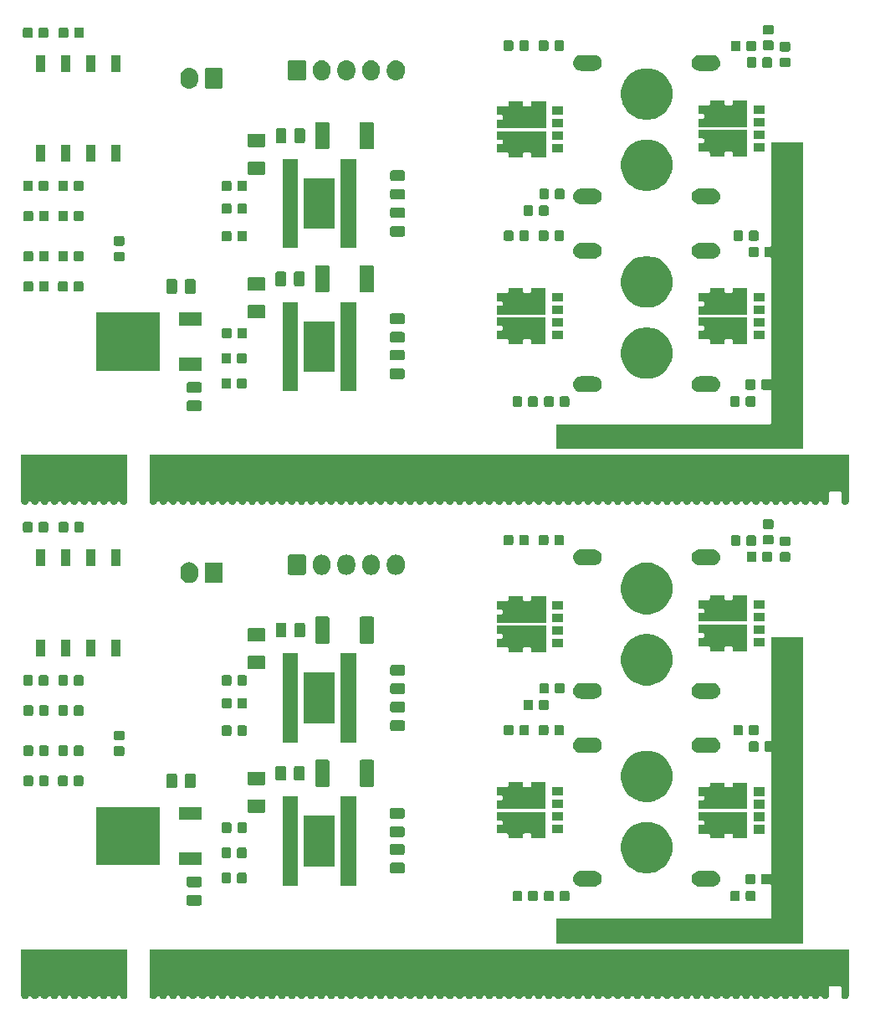
<source format=gts>
G04 #@! TF.GenerationSoftware,KiCad,Pcbnew,(5.1.4)-1*
G04 #@! TF.CreationDate,2019-11-07T17:21:05+09:00*
G04 #@! TF.ProjectId,CAN_Dual_MDexpress,43414e5f-4475-4616-9c5f-4d4465787072,rev?*
G04 #@! TF.SameCoordinates,Original*
G04 #@! TF.FileFunction,Soldermask,Top*
G04 #@! TF.FilePolarity,Negative*
%FSLAX46Y46*%
G04 Gerber Fmt 4.6, Leading zero omitted, Abs format (unit mm)*
G04 Created by KiCad (PCBNEW (5.1.4)-1) date 2019-11-07 17:21:05*
%MOMM*%
%LPD*%
G04 APERTURE LIST*
%ADD10C,0.100000*%
G04 APERTURE END LIST*
D10*
G36*
X204346000Y-133843689D02*
G01*
X204335443Y-133856553D01*
X204323893Y-133878161D01*
X204303207Y-133928103D01*
X204262058Y-133989686D01*
X204209686Y-134042058D01*
X204148103Y-134083207D01*
X204079675Y-134111550D01*
X204079674Y-134111550D01*
X204079672Y-134111551D01*
X204007034Y-134126000D01*
X203932966Y-134126000D01*
X203860328Y-134111551D01*
X203860326Y-134111550D01*
X203860325Y-134111550D01*
X203791897Y-134083207D01*
X203730314Y-134042058D01*
X203677942Y-133989686D01*
X203636793Y-133928103D01*
X203616107Y-133878161D01*
X203604557Y-133856553D01*
X203594000Y-133843690D01*
X203594000Y-132925999D01*
X203591598Y-132901613D01*
X203584485Y-132878164D01*
X203572934Y-132856553D01*
X203557389Y-132837611D01*
X203538447Y-132822066D01*
X203516836Y-132810515D01*
X203493387Y-132803402D01*
X203469001Y-132801000D01*
X202470999Y-132801000D01*
X202446613Y-132803402D01*
X202423164Y-132810515D01*
X202401553Y-132822066D01*
X202382611Y-132837611D01*
X202367066Y-132856553D01*
X202355515Y-132878164D01*
X202348402Y-132901613D01*
X202346000Y-132925999D01*
X202346000Y-133843689D01*
X202335443Y-133856553D01*
X202323893Y-133878161D01*
X202303207Y-133928103D01*
X202262058Y-133989686D01*
X202209686Y-134042058D01*
X202148103Y-134083207D01*
X202079675Y-134111550D01*
X202079674Y-134111550D01*
X202079672Y-134111551D01*
X202007034Y-134126000D01*
X201932966Y-134126000D01*
X201860328Y-134111551D01*
X201860326Y-134111550D01*
X201860325Y-134111550D01*
X201791897Y-134083207D01*
X201730314Y-134042058D01*
X201677942Y-133989686D01*
X201636793Y-133928103D01*
X201616107Y-133878161D01*
X201604557Y-133856553D01*
X201589011Y-133837611D01*
X201570069Y-133822066D01*
X201548459Y-133810515D01*
X201525010Y-133803402D01*
X201500624Y-133801000D01*
X201439376Y-133801000D01*
X201414990Y-133803402D01*
X201391541Y-133810515D01*
X201369930Y-133822066D01*
X201350988Y-133837611D01*
X201335443Y-133856553D01*
X201323893Y-133878161D01*
X201303207Y-133928103D01*
X201262058Y-133989686D01*
X201209686Y-134042058D01*
X201148103Y-134083207D01*
X201079675Y-134111550D01*
X201079674Y-134111550D01*
X201079672Y-134111551D01*
X201007034Y-134126000D01*
X200932966Y-134126000D01*
X200860328Y-134111551D01*
X200860326Y-134111550D01*
X200860325Y-134111550D01*
X200791897Y-134083207D01*
X200730314Y-134042058D01*
X200677942Y-133989686D01*
X200636793Y-133928103D01*
X200616107Y-133878161D01*
X200604557Y-133856553D01*
X200589011Y-133837611D01*
X200570069Y-133822066D01*
X200548459Y-133810515D01*
X200525010Y-133803402D01*
X200500624Y-133801000D01*
X200439376Y-133801000D01*
X200414990Y-133803402D01*
X200391541Y-133810515D01*
X200369930Y-133822066D01*
X200350988Y-133837611D01*
X200335443Y-133856553D01*
X200323893Y-133878161D01*
X200303207Y-133928103D01*
X200262058Y-133989686D01*
X200209686Y-134042058D01*
X200148103Y-134083207D01*
X200079675Y-134111550D01*
X200079674Y-134111550D01*
X200079672Y-134111551D01*
X200007034Y-134126000D01*
X199932966Y-134126000D01*
X199860328Y-134111551D01*
X199860326Y-134111550D01*
X199860325Y-134111550D01*
X199791897Y-134083207D01*
X199730314Y-134042058D01*
X199677942Y-133989686D01*
X199636793Y-133928103D01*
X199616107Y-133878161D01*
X199604557Y-133856553D01*
X199589011Y-133837611D01*
X199570069Y-133822066D01*
X199548459Y-133810515D01*
X199525010Y-133803402D01*
X199500624Y-133801000D01*
X199439376Y-133801000D01*
X199414990Y-133803402D01*
X199391541Y-133810515D01*
X199369930Y-133822066D01*
X199350988Y-133837611D01*
X199335443Y-133856553D01*
X199323893Y-133878161D01*
X199303207Y-133928103D01*
X199262058Y-133989686D01*
X199209686Y-134042058D01*
X199148103Y-134083207D01*
X199079675Y-134111550D01*
X199079674Y-134111550D01*
X199079672Y-134111551D01*
X199007034Y-134126000D01*
X198932966Y-134126000D01*
X198860328Y-134111551D01*
X198860326Y-134111550D01*
X198860325Y-134111550D01*
X198791897Y-134083207D01*
X198730314Y-134042058D01*
X198677942Y-133989686D01*
X198636793Y-133928103D01*
X198616107Y-133878161D01*
X198604557Y-133856553D01*
X198589011Y-133837611D01*
X198570069Y-133822066D01*
X198548459Y-133810515D01*
X198525010Y-133803402D01*
X198500624Y-133801000D01*
X198439376Y-133801000D01*
X198414990Y-133803402D01*
X198391541Y-133810515D01*
X198369930Y-133822066D01*
X198350988Y-133837611D01*
X198335443Y-133856553D01*
X198323893Y-133878161D01*
X198303207Y-133928103D01*
X198262058Y-133989686D01*
X198209686Y-134042058D01*
X198148103Y-134083207D01*
X198079675Y-134111550D01*
X198079674Y-134111550D01*
X198079672Y-134111551D01*
X198007034Y-134126000D01*
X197932966Y-134126000D01*
X197860328Y-134111551D01*
X197860326Y-134111550D01*
X197860325Y-134111550D01*
X197791897Y-134083207D01*
X197730314Y-134042058D01*
X197677942Y-133989686D01*
X197636793Y-133928103D01*
X197616107Y-133878161D01*
X197604557Y-133856553D01*
X197589011Y-133837611D01*
X197570069Y-133822066D01*
X197548459Y-133810515D01*
X197525010Y-133803402D01*
X197500624Y-133801000D01*
X197439376Y-133801000D01*
X197414990Y-133803402D01*
X197391541Y-133810515D01*
X197369930Y-133822066D01*
X197350988Y-133837611D01*
X197335443Y-133856553D01*
X197323893Y-133878161D01*
X197303207Y-133928103D01*
X197262058Y-133989686D01*
X197209686Y-134042058D01*
X197148103Y-134083207D01*
X197079675Y-134111550D01*
X197079674Y-134111550D01*
X197079672Y-134111551D01*
X197007034Y-134126000D01*
X196932966Y-134126000D01*
X196860328Y-134111551D01*
X196860326Y-134111550D01*
X196860325Y-134111550D01*
X196791897Y-134083207D01*
X196730314Y-134042058D01*
X196677942Y-133989686D01*
X196636793Y-133928103D01*
X196616107Y-133878161D01*
X196604557Y-133856553D01*
X196589011Y-133837611D01*
X196570069Y-133822066D01*
X196548459Y-133810515D01*
X196525010Y-133803402D01*
X196500624Y-133801000D01*
X196439376Y-133801000D01*
X196414990Y-133803402D01*
X196391541Y-133810515D01*
X196369930Y-133822066D01*
X196350988Y-133837611D01*
X196335443Y-133856553D01*
X196323893Y-133878161D01*
X196303207Y-133928103D01*
X196262058Y-133989686D01*
X196209686Y-134042058D01*
X196148103Y-134083207D01*
X196079675Y-134111550D01*
X196079674Y-134111550D01*
X196079672Y-134111551D01*
X196007034Y-134126000D01*
X195932966Y-134126000D01*
X195860328Y-134111551D01*
X195860326Y-134111550D01*
X195860325Y-134111550D01*
X195791897Y-134083207D01*
X195730314Y-134042058D01*
X195677942Y-133989686D01*
X195636793Y-133928103D01*
X195616107Y-133878161D01*
X195604557Y-133856553D01*
X195589011Y-133837611D01*
X195570069Y-133822066D01*
X195548459Y-133810515D01*
X195525010Y-133803402D01*
X195500624Y-133801000D01*
X195439376Y-133801000D01*
X195414990Y-133803402D01*
X195391541Y-133810515D01*
X195369930Y-133822066D01*
X195350988Y-133837611D01*
X195335443Y-133856553D01*
X195323893Y-133878161D01*
X195303207Y-133928103D01*
X195262058Y-133989686D01*
X195209686Y-134042058D01*
X195148103Y-134083207D01*
X195079675Y-134111550D01*
X195079674Y-134111550D01*
X195079672Y-134111551D01*
X195007034Y-134126000D01*
X194932966Y-134126000D01*
X194860328Y-134111551D01*
X194860326Y-134111550D01*
X194860325Y-134111550D01*
X194791897Y-134083207D01*
X194730314Y-134042058D01*
X194677942Y-133989686D01*
X194636793Y-133928103D01*
X194616107Y-133878161D01*
X194604557Y-133856553D01*
X194589011Y-133837611D01*
X194570069Y-133822066D01*
X194548459Y-133810515D01*
X194525010Y-133803402D01*
X194500624Y-133801000D01*
X194439376Y-133801000D01*
X194414990Y-133803402D01*
X194391541Y-133810515D01*
X194369930Y-133822066D01*
X194350988Y-133837611D01*
X194335443Y-133856553D01*
X194323893Y-133878161D01*
X194303207Y-133928103D01*
X194262058Y-133989686D01*
X194209686Y-134042058D01*
X194148103Y-134083207D01*
X194079675Y-134111550D01*
X194079674Y-134111550D01*
X194079672Y-134111551D01*
X194007034Y-134126000D01*
X193932966Y-134126000D01*
X193860328Y-134111551D01*
X193860326Y-134111550D01*
X193860325Y-134111550D01*
X193791897Y-134083207D01*
X193730314Y-134042058D01*
X193677942Y-133989686D01*
X193636793Y-133928103D01*
X193616107Y-133878161D01*
X193604557Y-133856553D01*
X193589011Y-133837611D01*
X193570069Y-133822066D01*
X193548459Y-133810515D01*
X193525010Y-133803402D01*
X193500624Y-133801000D01*
X193439376Y-133801000D01*
X193414990Y-133803402D01*
X193391541Y-133810515D01*
X193369930Y-133822066D01*
X193350988Y-133837611D01*
X193335443Y-133856553D01*
X193323893Y-133878161D01*
X193303207Y-133928103D01*
X193262058Y-133989686D01*
X193209686Y-134042058D01*
X193148103Y-134083207D01*
X193079675Y-134111550D01*
X193079674Y-134111550D01*
X193079672Y-134111551D01*
X193007034Y-134126000D01*
X192932966Y-134126000D01*
X192860328Y-134111551D01*
X192860326Y-134111550D01*
X192860325Y-134111550D01*
X192791897Y-134083207D01*
X192730314Y-134042058D01*
X192677942Y-133989686D01*
X192636793Y-133928103D01*
X192616107Y-133878161D01*
X192604557Y-133856553D01*
X192589011Y-133837611D01*
X192570069Y-133822066D01*
X192548459Y-133810515D01*
X192525010Y-133803402D01*
X192500624Y-133801000D01*
X192439376Y-133801000D01*
X192414990Y-133803402D01*
X192391541Y-133810515D01*
X192369930Y-133822066D01*
X192350988Y-133837611D01*
X192335443Y-133856553D01*
X192323893Y-133878161D01*
X192303207Y-133928103D01*
X192262058Y-133989686D01*
X192209686Y-134042058D01*
X192148103Y-134083207D01*
X192079675Y-134111550D01*
X192079674Y-134111550D01*
X192079672Y-134111551D01*
X192007034Y-134126000D01*
X191932966Y-134126000D01*
X191860328Y-134111551D01*
X191860326Y-134111550D01*
X191860325Y-134111550D01*
X191791897Y-134083207D01*
X191730314Y-134042058D01*
X191677942Y-133989686D01*
X191636793Y-133928103D01*
X191616107Y-133878161D01*
X191604557Y-133856553D01*
X191589011Y-133837611D01*
X191570069Y-133822066D01*
X191548459Y-133810515D01*
X191525010Y-133803402D01*
X191500624Y-133801000D01*
X191439376Y-133801000D01*
X191414990Y-133803402D01*
X191391541Y-133810515D01*
X191369930Y-133822066D01*
X191350988Y-133837611D01*
X191335443Y-133856553D01*
X191323893Y-133878161D01*
X191303207Y-133928103D01*
X191262058Y-133989686D01*
X191209686Y-134042058D01*
X191148103Y-134083207D01*
X191079675Y-134111550D01*
X191079674Y-134111550D01*
X191079672Y-134111551D01*
X191007034Y-134126000D01*
X190932966Y-134126000D01*
X190860328Y-134111551D01*
X190860326Y-134111550D01*
X190860325Y-134111550D01*
X190791897Y-134083207D01*
X190730314Y-134042058D01*
X190677942Y-133989686D01*
X190636793Y-133928103D01*
X190616107Y-133878161D01*
X190604557Y-133856553D01*
X190589011Y-133837611D01*
X190570069Y-133822066D01*
X190548459Y-133810515D01*
X190525010Y-133803402D01*
X190500624Y-133801000D01*
X190439376Y-133801000D01*
X190414990Y-133803402D01*
X190391541Y-133810515D01*
X190369930Y-133822066D01*
X190350988Y-133837611D01*
X190335443Y-133856553D01*
X190323893Y-133878161D01*
X190303207Y-133928103D01*
X190262058Y-133989686D01*
X190209686Y-134042058D01*
X190148103Y-134083207D01*
X190079675Y-134111550D01*
X190079674Y-134111550D01*
X190079672Y-134111551D01*
X190007034Y-134126000D01*
X189932966Y-134126000D01*
X189860328Y-134111551D01*
X189860326Y-134111550D01*
X189860325Y-134111550D01*
X189791897Y-134083207D01*
X189730314Y-134042058D01*
X189677942Y-133989686D01*
X189636793Y-133928103D01*
X189616107Y-133878161D01*
X189604557Y-133856553D01*
X189589011Y-133837611D01*
X189570069Y-133822066D01*
X189548459Y-133810515D01*
X189525010Y-133803402D01*
X189500624Y-133801000D01*
X189439376Y-133801000D01*
X189414990Y-133803402D01*
X189391541Y-133810515D01*
X189369930Y-133822066D01*
X189350988Y-133837611D01*
X189335443Y-133856553D01*
X189323893Y-133878161D01*
X189303207Y-133928103D01*
X189262058Y-133989686D01*
X189209686Y-134042058D01*
X189148103Y-134083207D01*
X189079675Y-134111550D01*
X189079674Y-134111550D01*
X189079672Y-134111551D01*
X189007034Y-134126000D01*
X188932966Y-134126000D01*
X188860328Y-134111551D01*
X188860326Y-134111550D01*
X188860325Y-134111550D01*
X188791897Y-134083207D01*
X188730314Y-134042058D01*
X188677942Y-133989686D01*
X188636793Y-133928103D01*
X188616107Y-133878161D01*
X188604557Y-133856553D01*
X188589011Y-133837611D01*
X188570069Y-133822066D01*
X188548459Y-133810515D01*
X188525010Y-133803402D01*
X188500624Y-133801000D01*
X188439376Y-133801000D01*
X188414990Y-133803402D01*
X188391541Y-133810515D01*
X188369930Y-133822066D01*
X188350988Y-133837611D01*
X188335443Y-133856553D01*
X188323893Y-133878161D01*
X188303207Y-133928103D01*
X188262058Y-133989686D01*
X188209686Y-134042058D01*
X188148103Y-134083207D01*
X188079675Y-134111550D01*
X188079674Y-134111550D01*
X188079672Y-134111551D01*
X188007034Y-134126000D01*
X187932966Y-134126000D01*
X187860328Y-134111551D01*
X187860326Y-134111550D01*
X187860325Y-134111550D01*
X187791897Y-134083207D01*
X187730314Y-134042058D01*
X187677942Y-133989686D01*
X187636793Y-133928103D01*
X187616107Y-133878161D01*
X187604557Y-133856553D01*
X187589011Y-133837611D01*
X187570069Y-133822066D01*
X187548459Y-133810515D01*
X187525010Y-133803402D01*
X187500624Y-133801000D01*
X187439376Y-133801000D01*
X187414990Y-133803402D01*
X187391541Y-133810515D01*
X187369930Y-133822066D01*
X187350988Y-133837611D01*
X187335443Y-133856553D01*
X187323893Y-133878161D01*
X187303207Y-133928103D01*
X187262058Y-133989686D01*
X187209686Y-134042058D01*
X187148103Y-134083207D01*
X187079675Y-134111550D01*
X187079674Y-134111550D01*
X187079672Y-134111551D01*
X187007034Y-134126000D01*
X186932966Y-134126000D01*
X186860328Y-134111551D01*
X186860326Y-134111550D01*
X186860325Y-134111550D01*
X186791897Y-134083207D01*
X186730314Y-134042058D01*
X186677942Y-133989686D01*
X186636793Y-133928103D01*
X186616107Y-133878161D01*
X186604557Y-133856553D01*
X186589011Y-133837611D01*
X186570069Y-133822066D01*
X186548459Y-133810515D01*
X186525010Y-133803402D01*
X186500624Y-133801000D01*
X186439376Y-133801000D01*
X186414990Y-133803402D01*
X186391541Y-133810515D01*
X186369930Y-133822066D01*
X186350988Y-133837611D01*
X186335443Y-133856553D01*
X186323893Y-133878161D01*
X186303207Y-133928103D01*
X186262058Y-133989686D01*
X186209686Y-134042058D01*
X186148103Y-134083207D01*
X186079675Y-134111550D01*
X186079674Y-134111550D01*
X186079672Y-134111551D01*
X186007034Y-134126000D01*
X185932966Y-134126000D01*
X185860328Y-134111551D01*
X185860326Y-134111550D01*
X185860325Y-134111550D01*
X185791897Y-134083207D01*
X185730314Y-134042058D01*
X185677942Y-133989686D01*
X185636793Y-133928103D01*
X185616107Y-133878161D01*
X185604557Y-133856553D01*
X185589011Y-133837611D01*
X185570069Y-133822066D01*
X185548459Y-133810515D01*
X185525010Y-133803402D01*
X185500624Y-133801000D01*
X185439376Y-133801000D01*
X185414990Y-133803402D01*
X185391541Y-133810515D01*
X185369930Y-133822066D01*
X185350988Y-133837611D01*
X185335443Y-133856553D01*
X185323893Y-133878161D01*
X185303207Y-133928103D01*
X185262058Y-133989686D01*
X185209686Y-134042058D01*
X185148103Y-134083207D01*
X185079675Y-134111550D01*
X185079674Y-134111550D01*
X185079672Y-134111551D01*
X185007034Y-134126000D01*
X184932966Y-134126000D01*
X184860328Y-134111551D01*
X184860326Y-134111550D01*
X184860325Y-134111550D01*
X184791897Y-134083207D01*
X184730314Y-134042058D01*
X184677942Y-133989686D01*
X184636793Y-133928103D01*
X184616107Y-133878161D01*
X184604557Y-133856553D01*
X184589011Y-133837611D01*
X184570069Y-133822066D01*
X184548459Y-133810515D01*
X184525010Y-133803402D01*
X184500624Y-133801000D01*
X184439376Y-133801000D01*
X184414990Y-133803402D01*
X184391541Y-133810515D01*
X184369930Y-133822066D01*
X184350988Y-133837611D01*
X184335443Y-133856553D01*
X184323893Y-133878161D01*
X184303207Y-133928103D01*
X184262058Y-133989686D01*
X184209686Y-134042058D01*
X184148103Y-134083207D01*
X184079675Y-134111550D01*
X184079674Y-134111550D01*
X184079672Y-134111551D01*
X184007034Y-134126000D01*
X183932966Y-134126000D01*
X183860328Y-134111551D01*
X183860326Y-134111550D01*
X183860325Y-134111550D01*
X183791897Y-134083207D01*
X183730314Y-134042058D01*
X183677942Y-133989686D01*
X183636793Y-133928103D01*
X183616107Y-133878161D01*
X183604557Y-133856553D01*
X183589011Y-133837611D01*
X183570069Y-133822066D01*
X183548459Y-133810515D01*
X183525010Y-133803402D01*
X183500624Y-133801000D01*
X183439376Y-133801000D01*
X183414990Y-133803402D01*
X183391541Y-133810515D01*
X183369930Y-133822066D01*
X183350988Y-133837611D01*
X183335443Y-133856553D01*
X183323893Y-133878161D01*
X183303207Y-133928103D01*
X183262058Y-133989686D01*
X183209686Y-134042058D01*
X183148103Y-134083207D01*
X183079675Y-134111550D01*
X183079674Y-134111550D01*
X183079672Y-134111551D01*
X183007034Y-134126000D01*
X182932966Y-134126000D01*
X182860328Y-134111551D01*
X182860326Y-134111550D01*
X182860325Y-134111550D01*
X182791897Y-134083207D01*
X182730314Y-134042058D01*
X182677942Y-133989686D01*
X182636793Y-133928103D01*
X182616107Y-133878161D01*
X182604557Y-133856553D01*
X182589011Y-133837611D01*
X182570069Y-133822066D01*
X182548459Y-133810515D01*
X182525010Y-133803402D01*
X182500624Y-133801000D01*
X182439376Y-133801000D01*
X182414990Y-133803402D01*
X182391541Y-133810515D01*
X182369930Y-133822066D01*
X182350988Y-133837611D01*
X182335443Y-133856553D01*
X182323893Y-133878161D01*
X182303207Y-133928103D01*
X182262058Y-133989686D01*
X182209686Y-134042058D01*
X182148103Y-134083207D01*
X182079675Y-134111550D01*
X182079674Y-134111550D01*
X182079672Y-134111551D01*
X182007034Y-134126000D01*
X181932966Y-134126000D01*
X181860328Y-134111551D01*
X181860326Y-134111550D01*
X181860325Y-134111550D01*
X181791897Y-134083207D01*
X181730314Y-134042058D01*
X181677942Y-133989686D01*
X181636793Y-133928103D01*
X181616107Y-133878161D01*
X181604557Y-133856553D01*
X181589011Y-133837611D01*
X181570069Y-133822066D01*
X181548459Y-133810515D01*
X181525010Y-133803402D01*
X181500624Y-133801000D01*
X181439376Y-133801000D01*
X181414990Y-133803402D01*
X181391541Y-133810515D01*
X181369930Y-133822066D01*
X181350988Y-133837611D01*
X181335443Y-133856553D01*
X181323893Y-133878161D01*
X181303207Y-133928103D01*
X181262058Y-133989686D01*
X181209686Y-134042058D01*
X181148103Y-134083207D01*
X181079675Y-134111550D01*
X181079674Y-134111550D01*
X181079672Y-134111551D01*
X181007034Y-134126000D01*
X180932966Y-134126000D01*
X180860328Y-134111551D01*
X180860326Y-134111550D01*
X180860325Y-134111550D01*
X180791897Y-134083207D01*
X180730314Y-134042058D01*
X180677942Y-133989686D01*
X180636793Y-133928103D01*
X180616107Y-133878161D01*
X180604557Y-133856553D01*
X180589011Y-133837611D01*
X180570069Y-133822066D01*
X180548459Y-133810515D01*
X180525010Y-133803402D01*
X180500624Y-133801000D01*
X180439376Y-133801000D01*
X180414990Y-133803402D01*
X180391541Y-133810515D01*
X180369930Y-133822066D01*
X180350988Y-133837611D01*
X180335443Y-133856553D01*
X180323893Y-133878161D01*
X180303207Y-133928103D01*
X180262058Y-133989686D01*
X180209686Y-134042058D01*
X180148103Y-134083207D01*
X180079675Y-134111550D01*
X180079674Y-134111550D01*
X180079672Y-134111551D01*
X180007034Y-134126000D01*
X179932966Y-134126000D01*
X179860328Y-134111551D01*
X179860326Y-134111550D01*
X179860325Y-134111550D01*
X179791897Y-134083207D01*
X179730314Y-134042058D01*
X179677942Y-133989686D01*
X179636793Y-133928103D01*
X179616107Y-133878161D01*
X179604557Y-133856553D01*
X179589011Y-133837611D01*
X179570069Y-133822066D01*
X179548459Y-133810515D01*
X179525010Y-133803402D01*
X179500624Y-133801000D01*
X179439376Y-133801000D01*
X179414990Y-133803402D01*
X179391541Y-133810515D01*
X179369930Y-133822066D01*
X179350988Y-133837611D01*
X179335443Y-133856553D01*
X179323893Y-133878161D01*
X179303207Y-133928103D01*
X179262058Y-133989686D01*
X179209686Y-134042058D01*
X179148103Y-134083207D01*
X179079675Y-134111550D01*
X179079674Y-134111550D01*
X179079672Y-134111551D01*
X179007034Y-134126000D01*
X178932966Y-134126000D01*
X178860328Y-134111551D01*
X178860326Y-134111550D01*
X178860325Y-134111550D01*
X178791897Y-134083207D01*
X178730314Y-134042058D01*
X178677942Y-133989686D01*
X178636793Y-133928103D01*
X178616107Y-133878161D01*
X178604557Y-133856553D01*
X178589011Y-133837611D01*
X178570069Y-133822066D01*
X178548459Y-133810515D01*
X178525010Y-133803402D01*
X178500624Y-133801000D01*
X178439376Y-133801000D01*
X178414990Y-133803402D01*
X178391541Y-133810515D01*
X178369930Y-133822066D01*
X178350988Y-133837611D01*
X178335443Y-133856553D01*
X178323893Y-133878161D01*
X178303207Y-133928103D01*
X178262058Y-133989686D01*
X178209686Y-134042058D01*
X178148103Y-134083207D01*
X178079675Y-134111550D01*
X178079674Y-134111550D01*
X178079672Y-134111551D01*
X178007034Y-134126000D01*
X177932966Y-134126000D01*
X177860328Y-134111551D01*
X177860326Y-134111550D01*
X177860325Y-134111550D01*
X177791897Y-134083207D01*
X177730314Y-134042058D01*
X177677942Y-133989686D01*
X177636793Y-133928103D01*
X177616107Y-133878161D01*
X177604557Y-133856553D01*
X177589011Y-133837611D01*
X177570069Y-133822066D01*
X177548459Y-133810515D01*
X177525010Y-133803402D01*
X177500624Y-133801000D01*
X177439376Y-133801000D01*
X177414990Y-133803402D01*
X177391541Y-133810515D01*
X177369930Y-133822066D01*
X177350988Y-133837611D01*
X177335443Y-133856553D01*
X177323893Y-133878161D01*
X177303207Y-133928103D01*
X177262058Y-133989686D01*
X177209686Y-134042058D01*
X177148103Y-134083207D01*
X177079675Y-134111550D01*
X177079674Y-134111550D01*
X177079672Y-134111551D01*
X177007034Y-134126000D01*
X176932966Y-134126000D01*
X176860328Y-134111551D01*
X176860326Y-134111550D01*
X176860325Y-134111550D01*
X176791897Y-134083207D01*
X176730314Y-134042058D01*
X176677942Y-133989686D01*
X176636793Y-133928103D01*
X176616107Y-133878161D01*
X176604557Y-133856553D01*
X176589011Y-133837611D01*
X176570069Y-133822066D01*
X176548459Y-133810515D01*
X176525010Y-133803402D01*
X176500624Y-133801000D01*
X176439376Y-133801000D01*
X176414990Y-133803402D01*
X176391541Y-133810515D01*
X176369930Y-133822066D01*
X176350988Y-133837611D01*
X176335443Y-133856553D01*
X176323893Y-133878161D01*
X176303207Y-133928103D01*
X176262058Y-133989686D01*
X176209686Y-134042058D01*
X176148103Y-134083207D01*
X176079675Y-134111550D01*
X176079674Y-134111550D01*
X176079672Y-134111551D01*
X176007034Y-134126000D01*
X175932966Y-134126000D01*
X175860328Y-134111551D01*
X175860326Y-134111550D01*
X175860325Y-134111550D01*
X175791897Y-134083207D01*
X175730314Y-134042058D01*
X175677942Y-133989686D01*
X175636793Y-133928103D01*
X175616107Y-133878161D01*
X175604557Y-133856553D01*
X175589011Y-133837611D01*
X175570069Y-133822066D01*
X175548459Y-133810515D01*
X175525010Y-133803402D01*
X175500624Y-133801000D01*
X175439376Y-133801000D01*
X175414990Y-133803402D01*
X175391541Y-133810515D01*
X175369930Y-133822066D01*
X175350988Y-133837611D01*
X175335443Y-133856553D01*
X175323893Y-133878161D01*
X175303207Y-133928103D01*
X175262058Y-133989686D01*
X175209686Y-134042058D01*
X175148103Y-134083207D01*
X175079675Y-134111550D01*
X175079674Y-134111550D01*
X175079672Y-134111551D01*
X175007034Y-134126000D01*
X174932966Y-134126000D01*
X174860328Y-134111551D01*
X174860326Y-134111550D01*
X174860325Y-134111550D01*
X174791897Y-134083207D01*
X174730314Y-134042058D01*
X174677942Y-133989686D01*
X174636793Y-133928103D01*
X174616107Y-133878161D01*
X174604557Y-133856553D01*
X174589011Y-133837611D01*
X174570069Y-133822066D01*
X174548459Y-133810515D01*
X174525010Y-133803402D01*
X174500624Y-133801000D01*
X174439376Y-133801000D01*
X174414990Y-133803402D01*
X174391541Y-133810515D01*
X174369930Y-133822066D01*
X174350988Y-133837611D01*
X174335443Y-133856553D01*
X174323893Y-133878161D01*
X174303207Y-133928103D01*
X174262058Y-133989686D01*
X174209686Y-134042058D01*
X174148103Y-134083207D01*
X174079675Y-134111550D01*
X174079674Y-134111550D01*
X174079672Y-134111551D01*
X174007034Y-134126000D01*
X173932966Y-134126000D01*
X173860328Y-134111551D01*
X173860326Y-134111550D01*
X173860325Y-134111550D01*
X173791897Y-134083207D01*
X173730314Y-134042058D01*
X173677942Y-133989686D01*
X173636793Y-133928103D01*
X173616107Y-133878161D01*
X173604557Y-133856553D01*
X173589011Y-133837611D01*
X173570069Y-133822066D01*
X173548459Y-133810515D01*
X173525010Y-133803402D01*
X173500624Y-133801000D01*
X173439376Y-133801000D01*
X173414990Y-133803402D01*
X173391541Y-133810515D01*
X173369930Y-133822066D01*
X173350988Y-133837611D01*
X173335443Y-133856553D01*
X173323893Y-133878161D01*
X173303207Y-133928103D01*
X173262058Y-133989686D01*
X173209686Y-134042058D01*
X173148103Y-134083207D01*
X173079675Y-134111550D01*
X173079674Y-134111550D01*
X173079672Y-134111551D01*
X173007034Y-134126000D01*
X172932966Y-134126000D01*
X172860328Y-134111551D01*
X172860326Y-134111550D01*
X172860325Y-134111550D01*
X172791897Y-134083207D01*
X172730314Y-134042058D01*
X172677942Y-133989686D01*
X172636793Y-133928103D01*
X172616107Y-133878161D01*
X172604557Y-133856553D01*
X172589011Y-133837611D01*
X172570069Y-133822066D01*
X172548459Y-133810515D01*
X172525010Y-133803402D01*
X172500624Y-133801000D01*
X172439376Y-133801000D01*
X172414990Y-133803402D01*
X172391541Y-133810515D01*
X172369930Y-133822066D01*
X172350988Y-133837611D01*
X172335443Y-133856553D01*
X172323893Y-133878161D01*
X172303207Y-133928103D01*
X172262058Y-133989686D01*
X172209686Y-134042058D01*
X172148103Y-134083207D01*
X172079675Y-134111550D01*
X172079674Y-134111550D01*
X172079672Y-134111551D01*
X172007034Y-134126000D01*
X171932966Y-134126000D01*
X171860328Y-134111551D01*
X171860326Y-134111550D01*
X171860325Y-134111550D01*
X171791897Y-134083207D01*
X171730314Y-134042058D01*
X171677942Y-133989686D01*
X171636793Y-133928103D01*
X171616107Y-133878161D01*
X171604557Y-133856553D01*
X171589011Y-133837611D01*
X171570069Y-133822066D01*
X171548459Y-133810515D01*
X171525010Y-133803402D01*
X171500624Y-133801000D01*
X171439376Y-133801000D01*
X171414990Y-133803402D01*
X171391541Y-133810515D01*
X171369930Y-133822066D01*
X171350988Y-133837611D01*
X171335443Y-133856553D01*
X171323893Y-133878161D01*
X171303207Y-133928103D01*
X171262058Y-133989686D01*
X171209686Y-134042058D01*
X171148103Y-134083207D01*
X171079675Y-134111550D01*
X171079674Y-134111550D01*
X171079672Y-134111551D01*
X171007034Y-134126000D01*
X170932966Y-134126000D01*
X170860328Y-134111551D01*
X170860326Y-134111550D01*
X170860325Y-134111550D01*
X170791897Y-134083207D01*
X170730314Y-134042058D01*
X170677942Y-133989686D01*
X170636793Y-133928103D01*
X170616107Y-133878161D01*
X170604557Y-133856553D01*
X170589011Y-133837611D01*
X170570069Y-133822066D01*
X170548459Y-133810515D01*
X170525010Y-133803402D01*
X170500624Y-133801000D01*
X170439376Y-133801000D01*
X170414990Y-133803402D01*
X170391541Y-133810515D01*
X170369930Y-133822066D01*
X170350988Y-133837611D01*
X170335443Y-133856553D01*
X170323893Y-133878161D01*
X170303207Y-133928103D01*
X170262058Y-133989686D01*
X170209686Y-134042058D01*
X170148103Y-134083207D01*
X170079675Y-134111550D01*
X170079674Y-134111550D01*
X170079672Y-134111551D01*
X170007034Y-134126000D01*
X169932966Y-134126000D01*
X169860328Y-134111551D01*
X169860326Y-134111550D01*
X169860325Y-134111550D01*
X169791897Y-134083207D01*
X169730314Y-134042058D01*
X169677942Y-133989686D01*
X169636793Y-133928103D01*
X169616107Y-133878161D01*
X169604557Y-133856553D01*
X169589011Y-133837611D01*
X169570069Y-133822066D01*
X169548459Y-133810515D01*
X169525010Y-133803402D01*
X169500624Y-133801000D01*
X169439376Y-133801000D01*
X169414990Y-133803402D01*
X169391541Y-133810515D01*
X169369930Y-133822066D01*
X169350988Y-133837611D01*
X169335443Y-133856553D01*
X169323893Y-133878161D01*
X169303207Y-133928103D01*
X169262058Y-133989686D01*
X169209686Y-134042058D01*
X169148103Y-134083207D01*
X169079675Y-134111550D01*
X169079674Y-134111550D01*
X169079672Y-134111551D01*
X169007034Y-134126000D01*
X168932966Y-134126000D01*
X168860328Y-134111551D01*
X168860326Y-134111550D01*
X168860325Y-134111550D01*
X168791897Y-134083207D01*
X168730314Y-134042058D01*
X168677942Y-133989686D01*
X168636793Y-133928103D01*
X168616107Y-133878161D01*
X168604557Y-133856553D01*
X168589011Y-133837611D01*
X168570069Y-133822066D01*
X168548459Y-133810515D01*
X168525010Y-133803402D01*
X168500624Y-133801000D01*
X168439376Y-133801000D01*
X168414990Y-133803402D01*
X168391541Y-133810515D01*
X168369930Y-133822066D01*
X168350988Y-133837611D01*
X168335443Y-133856553D01*
X168323893Y-133878161D01*
X168303207Y-133928103D01*
X168262058Y-133989686D01*
X168209686Y-134042058D01*
X168148103Y-134083207D01*
X168079675Y-134111550D01*
X168079674Y-134111550D01*
X168079672Y-134111551D01*
X168007034Y-134126000D01*
X167932966Y-134126000D01*
X167860328Y-134111551D01*
X167860326Y-134111550D01*
X167860325Y-134111550D01*
X167791897Y-134083207D01*
X167730314Y-134042058D01*
X167677942Y-133989686D01*
X167636793Y-133928103D01*
X167616107Y-133878161D01*
X167604557Y-133856553D01*
X167589011Y-133837611D01*
X167570069Y-133822066D01*
X167548459Y-133810515D01*
X167525010Y-133803402D01*
X167500624Y-133801000D01*
X167439376Y-133801000D01*
X167414990Y-133803402D01*
X167391541Y-133810515D01*
X167369930Y-133822066D01*
X167350988Y-133837611D01*
X167335443Y-133856553D01*
X167323893Y-133878161D01*
X167303207Y-133928103D01*
X167262058Y-133989686D01*
X167209686Y-134042058D01*
X167148103Y-134083207D01*
X167079675Y-134111550D01*
X167079674Y-134111550D01*
X167079672Y-134111551D01*
X167007034Y-134126000D01*
X166932966Y-134126000D01*
X166860328Y-134111551D01*
X166860326Y-134111550D01*
X166860325Y-134111550D01*
X166791897Y-134083207D01*
X166730314Y-134042058D01*
X166677942Y-133989686D01*
X166636793Y-133928103D01*
X166616107Y-133878161D01*
X166604557Y-133856553D01*
X166589011Y-133837611D01*
X166570069Y-133822066D01*
X166548459Y-133810515D01*
X166525010Y-133803402D01*
X166500624Y-133801000D01*
X166439376Y-133801000D01*
X166414990Y-133803402D01*
X166391541Y-133810515D01*
X166369930Y-133822066D01*
X166350988Y-133837611D01*
X166335443Y-133856553D01*
X166323893Y-133878161D01*
X166303207Y-133928103D01*
X166262058Y-133989686D01*
X166209686Y-134042058D01*
X166148103Y-134083207D01*
X166079675Y-134111550D01*
X166079674Y-134111550D01*
X166079672Y-134111551D01*
X166007034Y-134126000D01*
X165932966Y-134126000D01*
X165860328Y-134111551D01*
X165860326Y-134111550D01*
X165860325Y-134111550D01*
X165791897Y-134083207D01*
X165730314Y-134042058D01*
X165677942Y-133989686D01*
X165636793Y-133928103D01*
X165616107Y-133878161D01*
X165604557Y-133856553D01*
X165589011Y-133837611D01*
X165570069Y-133822066D01*
X165548459Y-133810515D01*
X165525010Y-133803402D01*
X165500624Y-133801000D01*
X165439376Y-133801000D01*
X165414990Y-133803402D01*
X165391541Y-133810515D01*
X165369930Y-133822066D01*
X165350988Y-133837611D01*
X165335443Y-133856553D01*
X165323893Y-133878161D01*
X165303207Y-133928103D01*
X165262058Y-133989686D01*
X165209686Y-134042058D01*
X165148103Y-134083207D01*
X165079675Y-134111550D01*
X165079674Y-134111550D01*
X165079672Y-134111551D01*
X165007034Y-134126000D01*
X164932966Y-134126000D01*
X164860328Y-134111551D01*
X164860326Y-134111550D01*
X164860325Y-134111550D01*
X164791897Y-134083207D01*
X164730314Y-134042058D01*
X164677942Y-133989686D01*
X164636793Y-133928103D01*
X164616107Y-133878161D01*
X164604557Y-133856553D01*
X164589011Y-133837611D01*
X164570069Y-133822066D01*
X164548459Y-133810515D01*
X164525010Y-133803402D01*
X164500624Y-133801000D01*
X164439376Y-133801000D01*
X164414990Y-133803402D01*
X164391541Y-133810515D01*
X164369930Y-133822066D01*
X164350988Y-133837611D01*
X164335443Y-133856553D01*
X164323893Y-133878161D01*
X164303207Y-133928103D01*
X164262058Y-133989686D01*
X164209686Y-134042058D01*
X164148103Y-134083207D01*
X164079675Y-134111550D01*
X164079674Y-134111550D01*
X164079672Y-134111551D01*
X164007034Y-134126000D01*
X163932966Y-134126000D01*
X163860328Y-134111551D01*
X163860326Y-134111550D01*
X163860325Y-134111550D01*
X163791897Y-134083207D01*
X163730314Y-134042058D01*
X163677942Y-133989686D01*
X163636793Y-133928103D01*
X163616107Y-133878161D01*
X163604557Y-133856553D01*
X163589011Y-133837611D01*
X163570069Y-133822066D01*
X163548459Y-133810515D01*
X163525010Y-133803402D01*
X163500624Y-133801000D01*
X163439376Y-133801000D01*
X163414990Y-133803402D01*
X163391541Y-133810515D01*
X163369930Y-133822066D01*
X163350988Y-133837611D01*
X163335443Y-133856553D01*
X163323893Y-133878161D01*
X163303207Y-133928103D01*
X163262058Y-133989686D01*
X163209686Y-134042058D01*
X163148103Y-134083207D01*
X163079675Y-134111550D01*
X163079674Y-134111550D01*
X163079672Y-134111551D01*
X163007034Y-134126000D01*
X162932966Y-134126000D01*
X162860328Y-134111551D01*
X162860326Y-134111550D01*
X162860325Y-134111550D01*
X162791897Y-134083207D01*
X162730314Y-134042058D01*
X162677942Y-133989686D01*
X162636793Y-133928103D01*
X162616107Y-133878161D01*
X162604557Y-133856553D01*
X162589011Y-133837611D01*
X162570069Y-133822066D01*
X162548459Y-133810515D01*
X162525010Y-133803402D01*
X162500624Y-133801000D01*
X162439376Y-133801000D01*
X162414990Y-133803402D01*
X162391541Y-133810515D01*
X162369930Y-133822066D01*
X162350988Y-133837611D01*
X162335443Y-133856553D01*
X162323893Y-133878161D01*
X162303207Y-133928103D01*
X162262058Y-133989686D01*
X162209686Y-134042058D01*
X162148103Y-134083207D01*
X162079675Y-134111550D01*
X162079674Y-134111550D01*
X162079672Y-134111551D01*
X162007034Y-134126000D01*
X161932966Y-134126000D01*
X161860328Y-134111551D01*
X161860326Y-134111550D01*
X161860325Y-134111550D01*
X161791897Y-134083207D01*
X161730314Y-134042058D01*
X161677942Y-133989686D01*
X161636793Y-133928103D01*
X161616107Y-133878161D01*
X161604557Y-133856553D01*
X161589011Y-133837611D01*
X161570069Y-133822066D01*
X161548459Y-133810515D01*
X161525010Y-133803402D01*
X161500624Y-133801000D01*
X161439376Y-133801000D01*
X161414990Y-133803402D01*
X161391541Y-133810515D01*
X161369930Y-133822066D01*
X161350988Y-133837611D01*
X161335443Y-133856553D01*
X161323893Y-133878161D01*
X161303207Y-133928103D01*
X161262058Y-133989686D01*
X161209686Y-134042058D01*
X161148103Y-134083207D01*
X161079675Y-134111550D01*
X161079674Y-134111550D01*
X161079672Y-134111551D01*
X161007034Y-134126000D01*
X160932966Y-134126000D01*
X160860328Y-134111551D01*
X160860326Y-134111550D01*
X160860325Y-134111550D01*
X160791897Y-134083207D01*
X160730314Y-134042058D01*
X160677942Y-133989686D01*
X160636793Y-133928103D01*
X160616107Y-133878161D01*
X160604557Y-133856553D01*
X160589011Y-133837611D01*
X160570069Y-133822066D01*
X160548459Y-133810515D01*
X160525010Y-133803402D01*
X160500624Y-133801000D01*
X160439376Y-133801000D01*
X160414990Y-133803402D01*
X160391541Y-133810515D01*
X160369930Y-133822066D01*
X160350988Y-133837611D01*
X160335443Y-133856553D01*
X160323893Y-133878161D01*
X160303207Y-133928103D01*
X160262058Y-133989686D01*
X160209686Y-134042058D01*
X160148103Y-134083207D01*
X160079675Y-134111550D01*
X160079674Y-134111550D01*
X160079672Y-134111551D01*
X160007034Y-134126000D01*
X159932966Y-134126000D01*
X159860328Y-134111551D01*
X159860326Y-134111550D01*
X159860325Y-134111550D01*
X159791897Y-134083207D01*
X159730314Y-134042058D01*
X159677942Y-133989686D01*
X159636793Y-133928103D01*
X159616107Y-133878161D01*
X159604557Y-133856553D01*
X159589011Y-133837611D01*
X159570069Y-133822066D01*
X159548459Y-133810515D01*
X159525010Y-133803402D01*
X159500624Y-133801000D01*
X159439376Y-133801000D01*
X159414990Y-133803402D01*
X159391541Y-133810515D01*
X159369930Y-133822066D01*
X159350988Y-133837611D01*
X159335443Y-133856553D01*
X159323893Y-133878161D01*
X159303207Y-133928103D01*
X159262058Y-133989686D01*
X159209686Y-134042058D01*
X159148103Y-134083207D01*
X159079675Y-134111550D01*
X159079674Y-134111550D01*
X159079672Y-134111551D01*
X159007034Y-134126000D01*
X158932966Y-134126000D01*
X158860328Y-134111551D01*
X158860326Y-134111550D01*
X158860325Y-134111550D01*
X158791897Y-134083207D01*
X158730314Y-134042058D01*
X158677942Y-133989686D01*
X158636793Y-133928103D01*
X158616107Y-133878161D01*
X158604557Y-133856553D01*
X158589011Y-133837611D01*
X158570069Y-133822066D01*
X158548459Y-133810515D01*
X158525010Y-133803402D01*
X158500624Y-133801000D01*
X158439376Y-133801000D01*
X158414990Y-133803402D01*
X158391541Y-133810515D01*
X158369930Y-133822066D01*
X158350988Y-133837611D01*
X158335443Y-133856553D01*
X158323893Y-133878161D01*
X158303207Y-133928103D01*
X158262058Y-133989686D01*
X158209686Y-134042058D01*
X158148103Y-134083207D01*
X158079675Y-134111550D01*
X158079674Y-134111550D01*
X158079672Y-134111551D01*
X158007034Y-134126000D01*
X157932966Y-134126000D01*
X157860328Y-134111551D01*
X157860326Y-134111550D01*
X157860325Y-134111550D01*
X157791897Y-134083207D01*
X157730314Y-134042058D01*
X157677942Y-133989686D01*
X157636793Y-133928103D01*
X157616107Y-133878161D01*
X157604557Y-133856553D01*
X157589011Y-133837611D01*
X157570069Y-133822066D01*
X157548459Y-133810515D01*
X157525010Y-133803402D01*
X157500624Y-133801000D01*
X157439376Y-133801000D01*
X157414990Y-133803402D01*
X157391541Y-133810515D01*
X157369930Y-133822066D01*
X157350988Y-133837611D01*
X157335443Y-133856553D01*
X157323893Y-133878161D01*
X157303207Y-133928103D01*
X157262058Y-133989686D01*
X157209686Y-134042058D01*
X157148103Y-134083207D01*
X157079675Y-134111550D01*
X157079674Y-134111550D01*
X157079672Y-134111551D01*
X157007034Y-134126000D01*
X156932966Y-134126000D01*
X156860328Y-134111551D01*
X156860326Y-134111550D01*
X156860325Y-134111550D01*
X156791897Y-134083207D01*
X156730314Y-134042058D01*
X156677942Y-133989686D01*
X156636793Y-133928103D01*
X156616107Y-133878161D01*
X156604557Y-133856553D01*
X156589011Y-133837611D01*
X156570069Y-133822066D01*
X156548459Y-133810515D01*
X156525010Y-133803402D01*
X156500624Y-133801000D01*
X156439376Y-133801000D01*
X156414990Y-133803402D01*
X156391541Y-133810515D01*
X156369930Y-133822066D01*
X156350988Y-133837611D01*
X156335443Y-133856553D01*
X156323893Y-133878161D01*
X156303207Y-133928103D01*
X156262058Y-133989686D01*
X156209686Y-134042058D01*
X156148103Y-134083207D01*
X156079675Y-134111550D01*
X156079674Y-134111550D01*
X156079672Y-134111551D01*
X156007034Y-134126000D01*
X155932966Y-134126000D01*
X155860328Y-134111551D01*
X155860326Y-134111550D01*
X155860325Y-134111550D01*
X155791897Y-134083207D01*
X155730314Y-134042058D01*
X155677942Y-133989686D01*
X155636793Y-133928103D01*
X155616107Y-133878161D01*
X155604557Y-133856553D01*
X155589011Y-133837611D01*
X155570069Y-133822066D01*
X155548459Y-133810515D01*
X155525010Y-133803402D01*
X155500624Y-133801000D01*
X155439376Y-133801000D01*
X155414990Y-133803402D01*
X155391541Y-133810515D01*
X155369930Y-133822066D01*
X155350988Y-133837611D01*
X155335443Y-133856553D01*
X155323893Y-133878161D01*
X155303207Y-133928103D01*
X155262058Y-133989686D01*
X155209686Y-134042058D01*
X155148103Y-134083207D01*
X155079675Y-134111550D01*
X155079674Y-134111550D01*
X155079672Y-134111551D01*
X155007034Y-134126000D01*
X154932966Y-134126000D01*
X154860328Y-134111551D01*
X154860326Y-134111550D01*
X154860325Y-134111550D01*
X154791897Y-134083207D01*
X154730314Y-134042058D01*
X154677942Y-133989686D01*
X154636793Y-133928103D01*
X154616107Y-133878161D01*
X154604557Y-133856553D01*
X154589011Y-133837611D01*
X154570069Y-133822066D01*
X154548459Y-133810515D01*
X154525010Y-133803402D01*
X154500624Y-133801000D01*
X154439376Y-133801000D01*
X154414990Y-133803402D01*
X154391541Y-133810515D01*
X154369930Y-133822066D01*
X154350988Y-133837611D01*
X154335443Y-133856553D01*
X154323893Y-133878161D01*
X154303207Y-133928103D01*
X154262058Y-133989686D01*
X154209686Y-134042058D01*
X154148103Y-134083207D01*
X154079675Y-134111550D01*
X154079674Y-134111550D01*
X154079672Y-134111551D01*
X154007034Y-134126000D01*
X153932966Y-134126000D01*
X153860328Y-134111551D01*
X153860326Y-134111550D01*
X153860325Y-134111550D01*
X153791897Y-134083207D01*
X153730314Y-134042058D01*
X153677942Y-133989686D01*
X153636793Y-133928103D01*
X153616107Y-133878161D01*
X153604557Y-133856553D01*
X153589011Y-133837611D01*
X153570069Y-133822066D01*
X153548459Y-133810515D01*
X153525010Y-133803402D01*
X153500624Y-133801000D01*
X153439376Y-133801000D01*
X153414990Y-133803402D01*
X153391541Y-133810515D01*
X153369930Y-133822066D01*
X153350988Y-133837611D01*
X153335443Y-133856553D01*
X153323893Y-133878161D01*
X153303207Y-133928103D01*
X153262058Y-133989686D01*
X153209686Y-134042058D01*
X153148103Y-134083207D01*
X153079675Y-134111550D01*
X153079674Y-134111550D01*
X153079672Y-134111551D01*
X153007034Y-134126000D01*
X152932966Y-134126000D01*
X152860328Y-134111551D01*
X152860326Y-134111550D01*
X152860325Y-134111550D01*
X152791897Y-134083207D01*
X152730314Y-134042058D01*
X152677942Y-133989686D01*
X152636793Y-133928103D01*
X152616107Y-133878161D01*
X152604557Y-133856553D01*
X152589011Y-133837611D01*
X152570069Y-133822066D01*
X152548459Y-133810515D01*
X152525010Y-133803402D01*
X152500624Y-133801000D01*
X152439376Y-133801000D01*
X152414990Y-133803402D01*
X152391541Y-133810515D01*
X152369930Y-133822066D01*
X152350988Y-133837611D01*
X152335443Y-133856553D01*
X152323893Y-133878161D01*
X152303207Y-133928103D01*
X152262058Y-133989686D01*
X152209686Y-134042058D01*
X152148103Y-134083207D01*
X152079675Y-134111550D01*
X152079674Y-134111550D01*
X152079672Y-134111551D01*
X152007034Y-134126000D01*
X151932966Y-134126000D01*
X151860328Y-134111551D01*
X151860326Y-134111550D01*
X151860325Y-134111550D01*
X151791897Y-134083207D01*
X151730314Y-134042058D01*
X151677942Y-133989686D01*
X151636793Y-133928103D01*
X151616107Y-133878161D01*
X151604557Y-133856553D01*
X151589011Y-133837611D01*
X151570069Y-133822066D01*
X151548459Y-133810515D01*
X151525010Y-133803402D01*
X151500624Y-133801000D01*
X151439376Y-133801000D01*
X151414990Y-133803402D01*
X151391541Y-133810515D01*
X151369930Y-133822066D01*
X151350988Y-133837611D01*
X151335443Y-133856553D01*
X151323893Y-133878161D01*
X151303207Y-133928103D01*
X151262058Y-133989686D01*
X151209686Y-134042058D01*
X151148103Y-134083207D01*
X151079675Y-134111550D01*
X151079674Y-134111550D01*
X151079672Y-134111551D01*
X151007034Y-134126000D01*
X150932966Y-134126000D01*
X150860328Y-134111551D01*
X150860326Y-134111550D01*
X150860325Y-134111550D01*
X150791897Y-134083207D01*
X150730314Y-134042058D01*
X150677942Y-133989686D01*
X150636793Y-133928103D01*
X150616107Y-133878161D01*
X150604557Y-133856553D01*
X150589011Y-133837611D01*
X150570069Y-133822066D01*
X150548459Y-133810515D01*
X150525010Y-133803402D01*
X150500624Y-133801000D01*
X150439376Y-133801000D01*
X150414990Y-133803402D01*
X150391541Y-133810515D01*
X150369930Y-133822066D01*
X150350988Y-133837611D01*
X150335443Y-133856553D01*
X150323893Y-133878161D01*
X150303207Y-133928103D01*
X150262058Y-133989686D01*
X150209686Y-134042058D01*
X150148103Y-134083207D01*
X150079675Y-134111550D01*
X150079674Y-134111550D01*
X150079672Y-134111551D01*
X150007034Y-134126000D01*
X149932966Y-134126000D01*
X149860328Y-134111551D01*
X149860326Y-134111550D01*
X149860325Y-134111550D01*
X149791897Y-134083207D01*
X149730314Y-134042058D01*
X149677942Y-133989686D01*
X149636793Y-133928103D01*
X149616107Y-133878161D01*
X149604557Y-133856553D01*
X149589011Y-133837611D01*
X149570069Y-133822066D01*
X149548459Y-133810515D01*
X149525010Y-133803402D01*
X149500624Y-133801000D01*
X149439376Y-133801000D01*
X149414990Y-133803402D01*
X149391541Y-133810515D01*
X149369930Y-133822066D01*
X149350988Y-133837611D01*
X149335443Y-133856553D01*
X149323893Y-133878161D01*
X149303207Y-133928103D01*
X149262058Y-133989686D01*
X149209686Y-134042058D01*
X149148103Y-134083207D01*
X149079675Y-134111550D01*
X149079674Y-134111550D01*
X149079672Y-134111551D01*
X149007034Y-134126000D01*
X148932966Y-134126000D01*
X148860328Y-134111551D01*
X148860326Y-134111550D01*
X148860325Y-134111550D01*
X148791897Y-134083207D01*
X148730314Y-134042058D01*
X148677942Y-133989686D01*
X148636793Y-133928103D01*
X148616107Y-133878161D01*
X148604557Y-133856553D01*
X148589011Y-133837611D01*
X148570069Y-133822066D01*
X148548459Y-133810515D01*
X148525010Y-133803402D01*
X148500624Y-133801000D01*
X148439376Y-133801000D01*
X148414990Y-133803402D01*
X148391541Y-133810515D01*
X148369930Y-133822066D01*
X148350988Y-133837611D01*
X148335443Y-133856553D01*
X148323893Y-133878161D01*
X148303207Y-133928103D01*
X148262058Y-133989686D01*
X148209686Y-134042058D01*
X148148103Y-134083207D01*
X148079675Y-134111550D01*
X148079674Y-134111550D01*
X148079672Y-134111551D01*
X148007034Y-134126000D01*
X147932966Y-134126000D01*
X147860328Y-134111551D01*
X147860326Y-134111550D01*
X147860325Y-134111550D01*
X147791897Y-134083207D01*
X147730314Y-134042058D01*
X147677942Y-133989686D01*
X147636793Y-133928103D01*
X147616107Y-133878161D01*
X147604557Y-133856553D01*
X147589011Y-133837611D01*
X147570069Y-133822066D01*
X147548459Y-133810515D01*
X147525010Y-133803402D01*
X147500624Y-133801000D01*
X147439376Y-133801000D01*
X147414990Y-133803402D01*
X147391541Y-133810515D01*
X147369930Y-133822066D01*
X147350988Y-133837611D01*
X147335443Y-133856553D01*
X147323893Y-133878161D01*
X147303207Y-133928103D01*
X147262058Y-133989686D01*
X147209686Y-134042058D01*
X147148103Y-134083207D01*
X147079675Y-134111550D01*
X147079674Y-134111550D01*
X147079672Y-134111551D01*
X147007034Y-134126000D01*
X146932966Y-134126000D01*
X146860328Y-134111551D01*
X146860326Y-134111550D01*
X146860325Y-134111550D01*
X146791897Y-134083207D01*
X146730314Y-134042058D01*
X146677942Y-133989686D01*
X146636793Y-133928103D01*
X146616107Y-133878161D01*
X146604557Y-133856553D01*
X146589011Y-133837611D01*
X146570069Y-133822066D01*
X146548459Y-133810515D01*
X146525010Y-133803402D01*
X146500624Y-133801000D01*
X146439376Y-133801000D01*
X146414990Y-133803402D01*
X146391541Y-133810515D01*
X146369930Y-133822066D01*
X146350988Y-133837611D01*
X146335443Y-133856553D01*
X146323893Y-133878161D01*
X146303207Y-133928103D01*
X146262058Y-133989686D01*
X146209686Y-134042058D01*
X146148103Y-134083207D01*
X146079675Y-134111550D01*
X146079674Y-134111550D01*
X146079672Y-134111551D01*
X146007034Y-134126000D01*
X145932966Y-134126000D01*
X145860328Y-134111551D01*
X145860326Y-134111550D01*
X145860325Y-134111550D01*
X145791897Y-134083207D01*
X145730314Y-134042058D01*
X145677942Y-133989686D01*
X145636793Y-133928103D01*
X145616107Y-133878161D01*
X145604557Y-133856553D01*
X145589011Y-133837611D01*
X145570069Y-133822066D01*
X145548459Y-133810515D01*
X145525010Y-133803402D01*
X145500624Y-133801000D01*
X145439376Y-133801000D01*
X145414990Y-133803402D01*
X145391541Y-133810515D01*
X145369930Y-133822066D01*
X145350988Y-133837611D01*
X145335443Y-133856553D01*
X145323893Y-133878161D01*
X145303207Y-133928103D01*
X145262058Y-133989686D01*
X145209686Y-134042058D01*
X145148103Y-134083207D01*
X145079675Y-134111550D01*
X145079674Y-134111550D01*
X145079672Y-134111551D01*
X145007034Y-134126000D01*
X144932966Y-134126000D01*
X144860328Y-134111551D01*
X144860326Y-134111550D01*
X144860325Y-134111550D01*
X144791897Y-134083207D01*
X144730314Y-134042058D01*
X144677942Y-133989686D01*
X144636793Y-133928103D01*
X144616107Y-133878161D01*
X144604557Y-133856553D01*
X144589011Y-133837611D01*
X144570069Y-133822066D01*
X144548459Y-133810515D01*
X144525010Y-133803402D01*
X144500624Y-133801000D01*
X144439376Y-133801000D01*
X144414990Y-133803402D01*
X144391541Y-133810515D01*
X144369930Y-133822066D01*
X144350988Y-133837611D01*
X144335443Y-133856553D01*
X144323893Y-133878161D01*
X144303207Y-133928103D01*
X144262058Y-133989686D01*
X144209686Y-134042058D01*
X144148103Y-134083207D01*
X144079675Y-134111550D01*
X144079674Y-134111550D01*
X144079672Y-134111551D01*
X144007034Y-134126000D01*
X143932966Y-134126000D01*
X143860328Y-134111551D01*
X143860326Y-134111550D01*
X143860325Y-134111550D01*
X143791897Y-134083207D01*
X143730314Y-134042058D01*
X143677942Y-133989686D01*
X143636793Y-133928103D01*
X143616107Y-133878161D01*
X143604557Y-133856553D01*
X143589011Y-133837611D01*
X143570069Y-133822066D01*
X143548459Y-133810515D01*
X143525010Y-133803402D01*
X143500624Y-133801000D01*
X143439376Y-133801000D01*
X143414990Y-133803402D01*
X143391541Y-133810515D01*
X143369930Y-133822066D01*
X143350988Y-133837611D01*
X143335443Y-133856553D01*
X143323893Y-133878161D01*
X143303207Y-133928103D01*
X143262058Y-133989686D01*
X143209686Y-134042058D01*
X143148103Y-134083207D01*
X143079675Y-134111550D01*
X143079674Y-134111550D01*
X143079672Y-134111551D01*
X143007034Y-134126000D01*
X142932966Y-134126000D01*
X142860328Y-134111551D01*
X142860326Y-134111550D01*
X142860325Y-134111550D01*
X142791897Y-134083207D01*
X142730314Y-134042058D01*
X142677942Y-133989686D01*
X142636793Y-133928103D01*
X142616107Y-133878161D01*
X142604557Y-133856553D01*
X142589011Y-133837611D01*
X142570069Y-133822066D01*
X142548459Y-133810515D01*
X142525010Y-133803402D01*
X142500624Y-133801000D01*
X142439376Y-133801000D01*
X142414990Y-133803402D01*
X142391541Y-133810515D01*
X142369930Y-133822066D01*
X142350988Y-133837611D01*
X142335443Y-133856553D01*
X142323893Y-133878161D01*
X142303207Y-133928103D01*
X142262058Y-133989686D01*
X142209686Y-134042058D01*
X142148103Y-134083207D01*
X142079675Y-134111550D01*
X142079674Y-134111550D01*
X142079672Y-134111551D01*
X142007034Y-134126000D01*
X141932966Y-134126000D01*
X141860328Y-134111551D01*
X141860326Y-134111550D01*
X141860325Y-134111550D01*
X141791897Y-134083207D01*
X141730314Y-134042058D01*
X141677942Y-133989686D01*
X141636793Y-133928103D01*
X141616107Y-133878161D01*
X141604557Y-133856553D01*
X141589011Y-133837611D01*
X141570069Y-133822066D01*
X141548459Y-133810515D01*
X141525010Y-133803402D01*
X141500624Y-133801000D01*
X141439376Y-133801000D01*
X141414990Y-133803402D01*
X141391541Y-133810515D01*
X141369930Y-133822066D01*
X141350988Y-133837611D01*
X141335443Y-133856553D01*
X141323893Y-133878161D01*
X141303207Y-133928103D01*
X141262058Y-133989686D01*
X141209686Y-134042058D01*
X141148103Y-134083207D01*
X141079675Y-134111550D01*
X141079674Y-134111550D01*
X141079672Y-134111551D01*
X141007034Y-134126000D01*
X140932966Y-134126000D01*
X140860328Y-134111551D01*
X140860326Y-134111550D01*
X140860325Y-134111550D01*
X140791897Y-134083207D01*
X140730314Y-134042058D01*
X140677942Y-133989686D01*
X140636793Y-133928103D01*
X140616107Y-133878161D01*
X140604557Y-133856553D01*
X140589011Y-133837611D01*
X140570069Y-133822066D01*
X140548459Y-133810515D01*
X140525010Y-133803402D01*
X140500624Y-133801000D01*
X140439376Y-133801000D01*
X140414990Y-133803402D01*
X140391541Y-133810515D01*
X140369930Y-133822066D01*
X140350988Y-133837611D01*
X140335443Y-133856553D01*
X140323893Y-133878161D01*
X140303207Y-133928103D01*
X140262058Y-133989686D01*
X140209686Y-134042058D01*
X140148103Y-134083207D01*
X140079675Y-134111550D01*
X140079674Y-134111550D01*
X140079672Y-134111551D01*
X140007034Y-134126000D01*
X139932966Y-134126000D01*
X139860328Y-134111551D01*
X139860326Y-134111550D01*
X139860325Y-134111550D01*
X139791897Y-134083207D01*
X139730314Y-134042058D01*
X139677942Y-133989686D01*
X139636793Y-133928103D01*
X139616107Y-133878161D01*
X139604557Y-133856553D01*
X139589011Y-133837611D01*
X139570069Y-133822066D01*
X139548459Y-133810515D01*
X139525010Y-133803402D01*
X139500624Y-133801000D01*
X139439376Y-133801000D01*
X139414990Y-133803402D01*
X139391541Y-133810515D01*
X139369930Y-133822066D01*
X139350988Y-133837611D01*
X139335443Y-133856553D01*
X139323893Y-133878161D01*
X139303207Y-133928103D01*
X139262058Y-133989686D01*
X139209686Y-134042058D01*
X139148103Y-134083207D01*
X139079675Y-134111550D01*
X139079674Y-134111550D01*
X139079672Y-134111551D01*
X139007034Y-134126000D01*
X138932966Y-134126000D01*
X138860328Y-134111551D01*
X138860326Y-134111550D01*
X138860325Y-134111550D01*
X138791897Y-134083207D01*
X138730314Y-134042058D01*
X138677942Y-133989686D01*
X138636793Y-133928103D01*
X138616107Y-133878161D01*
X138604557Y-133856553D01*
X138589011Y-133837611D01*
X138570069Y-133822066D01*
X138548459Y-133810515D01*
X138525010Y-133803402D01*
X138500624Y-133801000D01*
X138439376Y-133801000D01*
X138414990Y-133803402D01*
X138391541Y-133810515D01*
X138369930Y-133822066D01*
X138350988Y-133837611D01*
X138335443Y-133856553D01*
X138323893Y-133878161D01*
X138303207Y-133928103D01*
X138262058Y-133989686D01*
X138209686Y-134042058D01*
X138148103Y-134083207D01*
X138079675Y-134111550D01*
X138079674Y-134111550D01*
X138079672Y-134111551D01*
X138007034Y-134126000D01*
X137932966Y-134126000D01*
X137860328Y-134111551D01*
X137860326Y-134111550D01*
X137860325Y-134111550D01*
X137791897Y-134083207D01*
X137730314Y-134042058D01*
X137677942Y-133989686D01*
X137636793Y-133928103D01*
X137616107Y-133878161D01*
X137604557Y-133856553D01*
X137589011Y-133837611D01*
X137570069Y-133822066D01*
X137548459Y-133810515D01*
X137525010Y-133803402D01*
X137500624Y-133801000D01*
X137439376Y-133801000D01*
X137414990Y-133803402D01*
X137391541Y-133810515D01*
X137369930Y-133822066D01*
X137350988Y-133837611D01*
X137335443Y-133856553D01*
X137323893Y-133878161D01*
X137303207Y-133928103D01*
X137262058Y-133989686D01*
X137209686Y-134042058D01*
X137148103Y-134083207D01*
X137079675Y-134111550D01*
X137079674Y-134111550D01*
X137079672Y-134111551D01*
X137007034Y-134126000D01*
X136932966Y-134126000D01*
X136860328Y-134111551D01*
X136860326Y-134111550D01*
X136860325Y-134111550D01*
X136791897Y-134083207D01*
X136730314Y-134042058D01*
X136677942Y-133989686D01*
X136636793Y-133928103D01*
X136616107Y-133878161D01*
X136604557Y-133856553D01*
X136589011Y-133837611D01*
X136570069Y-133822066D01*
X136548459Y-133810515D01*
X136525010Y-133803402D01*
X136500624Y-133801000D01*
X136439376Y-133801000D01*
X136414990Y-133803402D01*
X136391541Y-133810515D01*
X136369930Y-133822066D01*
X136350988Y-133837611D01*
X136335443Y-133856553D01*
X136323893Y-133878161D01*
X136303207Y-133928103D01*
X136262058Y-133989686D01*
X136209686Y-134042058D01*
X136148103Y-134083207D01*
X136079675Y-134111550D01*
X136079674Y-134111550D01*
X136079672Y-134111551D01*
X136007034Y-134126000D01*
X135932966Y-134126000D01*
X135860328Y-134111551D01*
X135860326Y-134111550D01*
X135860325Y-134111550D01*
X135791897Y-134083207D01*
X135730314Y-134042058D01*
X135677942Y-133989686D01*
X135636793Y-133928103D01*
X135616107Y-133878161D01*
X135604557Y-133856553D01*
X135589011Y-133837611D01*
X135570069Y-133822066D01*
X135548459Y-133810515D01*
X135525010Y-133803402D01*
X135500624Y-133801000D01*
X135439376Y-133801000D01*
X135414990Y-133803402D01*
X135391541Y-133810515D01*
X135369930Y-133822066D01*
X135350988Y-133837611D01*
X135335443Y-133856553D01*
X135323893Y-133878161D01*
X135303207Y-133928103D01*
X135262058Y-133989686D01*
X135209686Y-134042058D01*
X135148103Y-134083207D01*
X135079675Y-134111550D01*
X135079674Y-134111550D01*
X135079672Y-134111551D01*
X135007034Y-134126000D01*
X134932966Y-134126000D01*
X134860328Y-134111551D01*
X134860326Y-134111550D01*
X134860325Y-134111550D01*
X134791897Y-134083207D01*
X134730314Y-134042058D01*
X134677942Y-133989686D01*
X134636793Y-133928103D01*
X134616107Y-133878161D01*
X134604557Y-133856553D01*
X134589011Y-133837611D01*
X134570069Y-133822066D01*
X134548459Y-133810515D01*
X134525010Y-133803402D01*
X134500624Y-133801000D01*
X134439376Y-133801000D01*
X134414990Y-133803402D01*
X134391541Y-133810515D01*
X134369930Y-133822066D01*
X134350988Y-133837611D01*
X134335443Y-133856553D01*
X134323893Y-133878161D01*
X134303207Y-133928103D01*
X134262058Y-133989686D01*
X134209686Y-134042058D01*
X134148103Y-134083207D01*
X134079675Y-134111550D01*
X134079674Y-134111550D01*
X134079672Y-134111551D01*
X134007034Y-134126000D01*
X133932966Y-134126000D01*
X133860328Y-134111551D01*
X133860326Y-134111550D01*
X133860325Y-134111550D01*
X133791897Y-134083207D01*
X133730314Y-134042058D01*
X133677942Y-133989686D01*
X133636793Y-133928103D01*
X133616107Y-133878161D01*
X133604557Y-133856553D01*
X133594000Y-133843690D01*
X133594000Y-129099000D01*
X204346000Y-129099000D01*
X204346000Y-133843689D01*
X204346000Y-133843689D01*
G37*
G36*
X131346000Y-133843689D02*
G01*
X131335443Y-133856553D01*
X131323893Y-133878161D01*
X131303207Y-133928103D01*
X131262058Y-133989686D01*
X131209686Y-134042058D01*
X131148103Y-134083207D01*
X131079675Y-134111550D01*
X131079674Y-134111550D01*
X131079672Y-134111551D01*
X131007034Y-134126000D01*
X130932966Y-134126000D01*
X130860328Y-134111551D01*
X130860326Y-134111550D01*
X130860325Y-134111550D01*
X130791897Y-134083207D01*
X130730314Y-134042058D01*
X130677942Y-133989686D01*
X130636793Y-133928103D01*
X130616107Y-133878161D01*
X130604557Y-133856553D01*
X130589011Y-133837611D01*
X130570069Y-133822066D01*
X130548459Y-133810515D01*
X130525010Y-133803402D01*
X130500624Y-133801000D01*
X130439376Y-133801000D01*
X130414990Y-133803402D01*
X130391541Y-133810515D01*
X130369930Y-133822066D01*
X130350988Y-133837611D01*
X130335443Y-133856553D01*
X130323893Y-133878161D01*
X130303207Y-133928103D01*
X130262058Y-133989686D01*
X130209686Y-134042058D01*
X130148103Y-134083207D01*
X130079675Y-134111550D01*
X130079674Y-134111550D01*
X130079672Y-134111551D01*
X130007034Y-134126000D01*
X129932966Y-134126000D01*
X129860328Y-134111551D01*
X129860326Y-134111550D01*
X129860325Y-134111550D01*
X129791897Y-134083207D01*
X129730314Y-134042058D01*
X129677942Y-133989686D01*
X129636793Y-133928103D01*
X129616107Y-133878161D01*
X129604557Y-133856553D01*
X129589011Y-133837611D01*
X129570069Y-133822066D01*
X129548459Y-133810515D01*
X129525010Y-133803402D01*
X129500624Y-133801000D01*
X129439376Y-133801000D01*
X129414990Y-133803402D01*
X129391541Y-133810515D01*
X129369930Y-133822066D01*
X129350988Y-133837611D01*
X129335443Y-133856553D01*
X129323893Y-133878161D01*
X129303207Y-133928103D01*
X129262058Y-133989686D01*
X129209686Y-134042058D01*
X129148103Y-134083207D01*
X129079675Y-134111550D01*
X129079674Y-134111550D01*
X129079672Y-134111551D01*
X129007034Y-134126000D01*
X128932966Y-134126000D01*
X128860328Y-134111551D01*
X128860326Y-134111550D01*
X128860325Y-134111550D01*
X128791897Y-134083207D01*
X128730314Y-134042058D01*
X128677942Y-133989686D01*
X128636793Y-133928103D01*
X128616107Y-133878161D01*
X128604557Y-133856553D01*
X128589011Y-133837611D01*
X128570069Y-133822066D01*
X128548459Y-133810515D01*
X128525010Y-133803402D01*
X128500624Y-133801000D01*
X128439376Y-133801000D01*
X128414990Y-133803402D01*
X128391541Y-133810515D01*
X128369930Y-133822066D01*
X128350988Y-133837611D01*
X128335443Y-133856553D01*
X128323893Y-133878161D01*
X128303207Y-133928103D01*
X128262058Y-133989686D01*
X128209686Y-134042058D01*
X128148103Y-134083207D01*
X128079675Y-134111550D01*
X128079674Y-134111550D01*
X128079672Y-134111551D01*
X128007034Y-134126000D01*
X127932966Y-134126000D01*
X127860328Y-134111551D01*
X127860326Y-134111550D01*
X127860325Y-134111550D01*
X127791897Y-134083207D01*
X127730314Y-134042058D01*
X127677942Y-133989686D01*
X127636793Y-133928103D01*
X127616107Y-133878161D01*
X127604557Y-133856553D01*
X127589011Y-133837611D01*
X127570069Y-133822066D01*
X127548459Y-133810515D01*
X127525010Y-133803402D01*
X127500624Y-133801000D01*
X127439376Y-133801000D01*
X127414990Y-133803402D01*
X127391541Y-133810515D01*
X127369930Y-133822066D01*
X127350988Y-133837611D01*
X127335443Y-133856553D01*
X127323893Y-133878161D01*
X127303207Y-133928103D01*
X127262058Y-133989686D01*
X127209686Y-134042058D01*
X127148103Y-134083207D01*
X127079675Y-134111550D01*
X127079674Y-134111550D01*
X127079672Y-134111551D01*
X127007034Y-134126000D01*
X126932966Y-134126000D01*
X126860328Y-134111551D01*
X126860326Y-134111550D01*
X126860325Y-134111550D01*
X126791897Y-134083207D01*
X126730314Y-134042058D01*
X126677942Y-133989686D01*
X126636793Y-133928103D01*
X126616107Y-133878161D01*
X126604557Y-133856553D01*
X126589011Y-133837611D01*
X126570069Y-133822066D01*
X126548459Y-133810515D01*
X126525010Y-133803402D01*
X126500624Y-133801000D01*
X126439376Y-133801000D01*
X126414990Y-133803402D01*
X126391541Y-133810515D01*
X126369930Y-133822066D01*
X126350988Y-133837611D01*
X126335443Y-133856553D01*
X126323893Y-133878161D01*
X126303207Y-133928103D01*
X126262058Y-133989686D01*
X126209686Y-134042058D01*
X126148103Y-134083207D01*
X126079675Y-134111550D01*
X126079674Y-134111550D01*
X126079672Y-134111551D01*
X126007034Y-134126000D01*
X125932966Y-134126000D01*
X125860328Y-134111551D01*
X125860326Y-134111550D01*
X125860325Y-134111550D01*
X125791897Y-134083207D01*
X125730314Y-134042058D01*
X125677942Y-133989686D01*
X125636793Y-133928103D01*
X125616107Y-133878161D01*
X125604557Y-133856553D01*
X125589011Y-133837611D01*
X125570069Y-133822066D01*
X125548459Y-133810515D01*
X125525010Y-133803402D01*
X125500624Y-133801000D01*
X125439376Y-133801000D01*
X125414990Y-133803402D01*
X125391541Y-133810515D01*
X125369930Y-133822066D01*
X125350988Y-133837611D01*
X125335443Y-133856553D01*
X125323893Y-133878161D01*
X125303207Y-133928103D01*
X125262058Y-133989686D01*
X125209686Y-134042058D01*
X125148103Y-134083207D01*
X125079675Y-134111550D01*
X125079674Y-134111550D01*
X125079672Y-134111551D01*
X125007034Y-134126000D01*
X124932966Y-134126000D01*
X124860328Y-134111551D01*
X124860326Y-134111550D01*
X124860325Y-134111550D01*
X124791897Y-134083207D01*
X124730314Y-134042058D01*
X124677942Y-133989686D01*
X124636793Y-133928103D01*
X124616107Y-133878161D01*
X124604557Y-133856553D01*
X124589011Y-133837611D01*
X124570069Y-133822066D01*
X124548459Y-133810515D01*
X124525010Y-133803402D01*
X124500624Y-133801000D01*
X124439376Y-133801000D01*
X124414990Y-133803402D01*
X124391541Y-133810515D01*
X124369930Y-133822066D01*
X124350988Y-133837611D01*
X124335443Y-133856553D01*
X124323893Y-133878161D01*
X124303207Y-133928103D01*
X124262058Y-133989686D01*
X124209686Y-134042058D01*
X124148103Y-134083207D01*
X124079675Y-134111550D01*
X124079674Y-134111550D01*
X124079672Y-134111551D01*
X124007034Y-134126000D01*
X123932966Y-134126000D01*
X123860328Y-134111551D01*
X123860326Y-134111550D01*
X123860325Y-134111550D01*
X123791897Y-134083207D01*
X123730314Y-134042058D01*
X123677942Y-133989686D01*
X123636793Y-133928103D01*
X123616107Y-133878161D01*
X123604557Y-133856553D01*
X123589011Y-133837611D01*
X123570069Y-133822066D01*
X123548459Y-133810515D01*
X123525010Y-133803402D01*
X123500624Y-133801000D01*
X123439376Y-133801000D01*
X123414990Y-133803402D01*
X123391541Y-133810515D01*
X123369930Y-133822066D01*
X123350988Y-133837611D01*
X123335443Y-133856553D01*
X123323893Y-133878161D01*
X123303207Y-133928103D01*
X123262058Y-133989686D01*
X123209686Y-134042058D01*
X123148103Y-134083207D01*
X123079675Y-134111550D01*
X123079674Y-134111550D01*
X123079672Y-134111551D01*
X123007034Y-134126000D01*
X122932966Y-134126000D01*
X122860328Y-134111551D01*
X122860326Y-134111550D01*
X122860325Y-134111550D01*
X122791897Y-134083207D01*
X122730314Y-134042058D01*
X122677942Y-133989686D01*
X122636793Y-133928103D01*
X122616107Y-133878161D01*
X122604557Y-133856553D01*
X122589011Y-133837611D01*
X122570069Y-133822066D01*
X122548459Y-133810515D01*
X122525010Y-133803402D01*
X122500624Y-133801000D01*
X122439376Y-133801000D01*
X122414990Y-133803402D01*
X122391541Y-133810515D01*
X122369930Y-133822066D01*
X122350988Y-133837611D01*
X122335443Y-133856553D01*
X122323893Y-133878161D01*
X122303207Y-133928103D01*
X122262058Y-133989686D01*
X122209686Y-134042058D01*
X122148103Y-134083207D01*
X122079675Y-134111550D01*
X122079674Y-134111550D01*
X122079672Y-134111551D01*
X122007034Y-134126000D01*
X121932966Y-134126000D01*
X121860328Y-134111551D01*
X121860326Y-134111550D01*
X121860325Y-134111550D01*
X121791897Y-134083207D01*
X121730314Y-134042058D01*
X121677942Y-133989686D01*
X121636793Y-133928103D01*
X121616107Y-133878161D01*
X121604557Y-133856553D01*
X121589011Y-133837611D01*
X121570069Y-133822066D01*
X121548459Y-133810515D01*
X121525010Y-133803402D01*
X121500624Y-133801000D01*
X121439376Y-133801000D01*
X121414990Y-133803402D01*
X121391541Y-133810515D01*
X121369930Y-133822066D01*
X121350988Y-133837611D01*
X121335443Y-133856553D01*
X121323893Y-133878161D01*
X121303207Y-133928103D01*
X121262058Y-133989686D01*
X121209686Y-134042058D01*
X121148103Y-134083207D01*
X121079675Y-134111550D01*
X121079674Y-134111550D01*
X121079672Y-134111551D01*
X121007034Y-134126000D01*
X120932966Y-134126000D01*
X120860328Y-134111551D01*
X120860326Y-134111550D01*
X120860325Y-134111550D01*
X120791897Y-134083207D01*
X120730314Y-134042058D01*
X120677942Y-133989686D01*
X120636793Y-133928103D01*
X120616107Y-133878161D01*
X120604557Y-133856553D01*
X120594000Y-133843690D01*
X120594000Y-129099000D01*
X131346000Y-129099000D01*
X131346000Y-133843689D01*
X131346000Y-133843689D01*
G37*
G36*
X199750000Y-128500000D02*
G01*
X174750000Y-128500000D01*
X174750000Y-126000000D01*
X196375001Y-126000000D01*
X196399387Y-125997598D01*
X196422836Y-125990485D01*
X196444447Y-125978934D01*
X196463389Y-125963389D01*
X196478934Y-125944447D01*
X196490485Y-125922836D01*
X196497598Y-125899387D01*
X196500000Y-125875001D01*
X196500000Y-122615591D01*
X196497598Y-122591205D01*
X196490485Y-122567756D01*
X196478934Y-122546145D01*
X196463389Y-122527203D01*
X196444447Y-122511658D01*
X196422836Y-122500107D01*
X196399387Y-122492994D01*
X196375001Y-122490592D01*
X196350615Y-122492994D01*
X196338714Y-122495975D01*
X196305289Y-122506115D01*
X196263810Y-122510200D01*
X195662590Y-122510200D01*
X195621109Y-122506115D01*
X195587131Y-122495807D01*
X195555810Y-122479066D01*
X195528361Y-122456539D01*
X195505834Y-122429090D01*
X195489093Y-122397769D01*
X195478785Y-122363791D01*
X195474700Y-122322310D01*
X195474700Y-121646090D01*
X195478785Y-121604609D01*
X195489093Y-121570631D01*
X195505834Y-121539310D01*
X195528361Y-121511861D01*
X195555810Y-121489334D01*
X195587131Y-121472593D01*
X195621109Y-121462285D01*
X195662590Y-121458200D01*
X196263810Y-121458200D01*
X196305289Y-121462285D01*
X196338714Y-121472425D01*
X196362747Y-121477206D01*
X196387252Y-121477206D01*
X196411285Y-121472426D01*
X196433924Y-121463049D01*
X196454298Y-121449436D01*
X196471626Y-121432109D01*
X196485240Y-121411734D01*
X196494617Y-121389096D01*
X196499398Y-121365063D01*
X196500000Y-121352809D01*
X196500000Y-109223999D01*
X196497598Y-109199613D01*
X196490485Y-109176164D01*
X196478934Y-109154553D01*
X196463389Y-109135611D01*
X196444447Y-109120066D01*
X196422836Y-109108515D01*
X196399387Y-109101402D01*
X196375001Y-109099000D01*
X196002390Y-109099000D01*
X195960909Y-109094915D01*
X195926931Y-109084607D01*
X195895610Y-109067866D01*
X195868161Y-109045339D01*
X195845634Y-109017890D01*
X195828893Y-108986569D01*
X195818585Y-108952591D01*
X195814500Y-108911110D01*
X195814500Y-108234890D01*
X195818585Y-108193409D01*
X195828893Y-108159431D01*
X195845634Y-108128110D01*
X195868161Y-108100661D01*
X195895610Y-108078134D01*
X195926931Y-108061393D01*
X195960909Y-108051085D01*
X196002390Y-108047000D01*
X196375001Y-108047000D01*
X196399387Y-108044598D01*
X196422836Y-108037485D01*
X196444447Y-108025934D01*
X196463389Y-108010389D01*
X196478934Y-107991447D01*
X196490485Y-107969836D01*
X196497598Y-107946387D01*
X196500000Y-107922001D01*
X196500000Y-97500000D01*
X199750000Y-97500000D01*
X199750000Y-128500000D01*
X199750000Y-128500000D01*
G37*
G36*
X138684468Y-123603565D02*
G01*
X138723138Y-123615296D01*
X138758777Y-123634346D01*
X138790017Y-123659983D01*
X138815654Y-123691223D01*
X138834704Y-123726862D01*
X138846435Y-123765532D01*
X138851000Y-123811888D01*
X138851000Y-124463112D01*
X138846435Y-124509468D01*
X138834704Y-124548138D01*
X138815654Y-124583777D01*
X138790017Y-124615017D01*
X138758777Y-124640654D01*
X138723138Y-124659704D01*
X138684468Y-124671435D01*
X138638112Y-124676000D01*
X137561888Y-124676000D01*
X137515532Y-124671435D01*
X137476862Y-124659704D01*
X137441223Y-124640654D01*
X137409983Y-124615017D01*
X137384346Y-124583777D01*
X137365296Y-124548138D01*
X137353565Y-124509468D01*
X137349000Y-124463112D01*
X137349000Y-123811888D01*
X137353565Y-123765532D01*
X137365296Y-123726862D01*
X137384346Y-123691223D01*
X137409983Y-123659983D01*
X137441223Y-123634346D01*
X137476862Y-123615296D01*
X137515532Y-123603565D01*
X137561888Y-123599000D01*
X138638112Y-123599000D01*
X138684468Y-123603565D01*
X138684468Y-123603565D01*
G37*
G36*
X171142091Y-123178085D02*
G01*
X171176069Y-123188393D01*
X171207390Y-123205134D01*
X171234839Y-123227661D01*
X171257366Y-123255110D01*
X171274107Y-123286431D01*
X171284415Y-123320409D01*
X171288500Y-123361890D01*
X171288500Y-124038110D01*
X171284415Y-124079591D01*
X171274107Y-124113569D01*
X171257366Y-124144890D01*
X171234839Y-124172339D01*
X171207390Y-124194866D01*
X171176069Y-124211607D01*
X171142091Y-124221915D01*
X171100610Y-124226000D01*
X170499390Y-124226000D01*
X170457909Y-124221915D01*
X170423931Y-124211607D01*
X170392610Y-124194866D01*
X170365161Y-124172339D01*
X170342634Y-124144890D01*
X170325893Y-124113569D01*
X170315585Y-124079591D01*
X170311500Y-124038110D01*
X170311500Y-123361890D01*
X170315585Y-123320409D01*
X170325893Y-123286431D01*
X170342634Y-123255110D01*
X170365161Y-123227661D01*
X170392610Y-123205134D01*
X170423931Y-123188393D01*
X170457909Y-123178085D01*
X170499390Y-123174000D01*
X171100610Y-123174000D01*
X171142091Y-123178085D01*
X171142091Y-123178085D01*
G37*
G36*
X172717091Y-123178085D02*
G01*
X172751069Y-123188393D01*
X172782390Y-123205134D01*
X172809839Y-123227661D01*
X172832366Y-123255110D01*
X172849107Y-123286431D01*
X172859415Y-123320409D01*
X172863500Y-123361890D01*
X172863500Y-124038110D01*
X172859415Y-124079591D01*
X172849107Y-124113569D01*
X172832366Y-124144890D01*
X172809839Y-124172339D01*
X172782390Y-124194866D01*
X172751069Y-124211607D01*
X172717091Y-124221915D01*
X172675610Y-124226000D01*
X172074390Y-124226000D01*
X172032909Y-124221915D01*
X171998931Y-124211607D01*
X171967610Y-124194866D01*
X171940161Y-124172339D01*
X171917634Y-124144890D01*
X171900893Y-124113569D01*
X171890585Y-124079591D01*
X171886500Y-124038110D01*
X171886500Y-123361890D01*
X171890585Y-123320409D01*
X171900893Y-123286431D01*
X171917634Y-123255110D01*
X171940161Y-123227661D01*
X171967610Y-123205134D01*
X171998931Y-123188393D01*
X172032909Y-123178085D01*
X172074390Y-123174000D01*
X172675610Y-123174000D01*
X172717091Y-123178085D01*
X172717091Y-123178085D01*
G37*
G36*
X174342091Y-123178085D02*
G01*
X174376069Y-123188393D01*
X174407390Y-123205134D01*
X174434839Y-123227661D01*
X174457366Y-123255110D01*
X174474107Y-123286431D01*
X174484415Y-123320409D01*
X174488500Y-123361890D01*
X174488500Y-124038110D01*
X174484415Y-124079591D01*
X174474107Y-124113569D01*
X174457366Y-124144890D01*
X174434839Y-124172339D01*
X174407390Y-124194866D01*
X174376069Y-124211607D01*
X174342091Y-124221915D01*
X174300610Y-124226000D01*
X173699390Y-124226000D01*
X173657909Y-124221915D01*
X173623931Y-124211607D01*
X173592610Y-124194866D01*
X173565161Y-124172339D01*
X173542634Y-124144890D01*
X173525893Y-124113569D01*
X173515585Y-124079591D01*
X173511500Y-124038110D01*
X173511500Y-123361890D01*
X173515585Y-123320409D01*
X173525893Y-123286431D01*
X173542634Y-123255110D01*
X173565161Y-123227661D01*
X173592610Y-123205134D01*
X173623931Y-123188393D01*
X173657909Y-123178085D01*
X173699390Y-123174000D01*
X174300610Y-123174000D01*
X174342091Y-123178085D01*
X174342091Y-123178085D01*
G37*
G36*
X175917091Y-123178085D02*
G01*
X175951069Y-123188393D01*
X175982390Y-123205134D01*
X176009839Y-123227661D01*
X176032366Y-123255110D01*
X176049107Y-123286431D01*
X176059415Y-123320409D01*
X176063500Y-123361890D01*
X176063500Y-124038110D01*
X176059415Y-124079591D01*
X176049107Y-124113569D01*
X176032366Y-124144890D01*
X176009839Y-124172339D01*
X175982390Y-124194866D01*
X175951069Y-124211607D01*
X175917091Y-124221915D01*
X175875610Y-124226000D01*
X175274390Y-124226000D01*
X175232909Y-124221915D01*
X175198931Y-124211607D01*
X175167610Y-124194866D01*
X175140161Y-124172339D01*
X175117634Y-124144890D01*
X175100893Y-124113569D01*
X175090585Y-124079591D01*
X175086500Y-124038110D01*
X175086500Y-123361890D01*
X175090585Y-123320409D01*
X175100893Y-123286431D01*
X175117634Y-123255110D01*
X175140161Y-123227661D01*
X175167610Y-123205134D01*
X175198931Y-123188393D01*
X175232909Y-123178085D01*
X175274390Y-123174000D01*
X175875610Y-123174000D01*
X175917091Y-123178085D01*
X175917091Y-123178085D01*
G37*
G36*
X194755891Y-123164085D02*
G01*
X194789869Y-123174393D01*
X194821190Y-123191134D01*
X194848639Y-123213661D01*
X194871166Y-123241110D01*
X194887907Y-123272431D01*
X194898215Y-123306409D01*
X194902300Y-123347890D01*
X194902300Y-124024110D01*
X194898215Y-124065591D01*
X194887907Y-124099569D01*
X194871166Y-124130890D01*
X194848639Y-124158339D01*
X194821190Y-124180866D01*
X194789869Y-124197607D01*
X194755891Y-124207915D01*
X194714410Y-124212000D01*
X194113190Y-124212000D01*
X194071709Y-124207915D01*
X194037731Y-124197607D01*
X194006410Y-124180866D01*
X193978961Y-124158339D01*
X193956434Y-124130890D01*
X193939693Y-124099569D01*
X193929385Y-124065591D01*
X193925300Y-124024110D01*
X193925300Y-123347890D01*
X193929385Y-123306409D01*
X193939693Y-123272431D01*
X193956434Y-123241110D01*
X193978961Y-123213661D01*
X194006410Y-123191134D01*
X194037731Y-123174393D01*
X194071709Y-123164085D01*
X194113190Y-123160000D01*
X194714410Y-123160000D01*
X194755891Y-123164085D01*
X194755891Y-123164085D01*
G37*
G36*
X193180891Y-123164085D02*
G01*
X193214869Y-123174393D01*
X193246190Y-123191134D01*
X193273639Y-123213661D01*
X193296166Y-123241110D01*
X193312907Y-123272431D01*
X193323215Y-123306409D01*
X193327300Y-123347890D01*
X193327300Y-124024110D01*
X193323215Y-124065591D01*
X193312907Y-124099569D01*
X193296166Y-124130890D01*
X193273639Y-124158339D01*
X193246190Y-124180866D01*
X193214869Y-124197607D01*
X193180891Y-124207915D01*
X193139410Y-124212000D01*
X192538190Y-124212000D01*
X192496709Y-124207915D01*
X192462731Y-124197607D01*
X192431410Y-124180866D01*
X192403961Y-124158339D01*
X192381434Y-124130890D01*
X192364693Y-124099569D01*
X192354385Y-124065591D01*
X192350300Y-124024110D01*
X192350300Y-123347890D01*
X192354385Y-123306409D01*
X192364693Y-123272431D01*
X192381434Y-123241110D01*
X192403961Y-123213661D01*
X192431410Y-123191134D01*
X192462731Y-123174393D01*
X192496709Y-123164085D01*
X192538190Y-123160000D01*
X193139410Y-123160000D01*
X193180891Y-123164085D01*
X193180891Y-123164085D01*
G37*
G36*
X138684468Y-121728565D02*
G01*
X138723138Y-121740296D01*
X138758777Y-121759346D01*
X138790017Y-121784983D01*
X138815654Y-121816223D01*
X138834704Y-121851862D01*
X138846435Y-121890532D01*
X138851000Y-121936888D01*
X138851000Y-122588112D01*
X138846435Y-122634468D01*
X138834704Y-122673138D01*
X138815654Y-122708777D01*
X138790017Y-122740017D01*
X138758777Y-122765654D01*
X138723138Y-122784704D01*
X138684468Y-122796435D01*
X138638112Y-122801000D01*
X137561888Y-122801000D01*
X137515532Y-122796435D01*
X137476862Y-122784704D01*
X137441223Y-122765654D01*
X137409983Y-122740017D01*
X137384346Y-122708777D01*
X137365296Y-122673138D01*
X137353565Y-122634468D01*
X137349000Y-122588112D01*
X137349000Y-121936888D01*
X137353565Y-121890532D01*
X137365296Y-121851862D01*
X137384346Y-121816223D01*
X137409983Y-121784983D01*
X137441223Y-121759346D01*
X137476862Y-121740296D01*
X137515532Y-121728565D01*
X137561888Y-121724000D01*
X138638112Y-121724000D01*
X138684468Y-121728565D01*
X138684468Y-121728565D01*
G37*
G36*
X190626571Y-121152863D02*
G01*
X190705023Y-121160590D01*
X190805682Y-121191125D01*
X190856013Y-121206392D01*
X190995165Y-121280771D01*
X191117133Y-121380867D01*
X191217229Y-121502835D01*
X191291608Y-121641987D01*
X191295494Y-121654799D01*
X191337410Y-121792977D01*
X191352875Y-121950000D01*
X191337410Y-122107023D01*
X191325359Y-122146750D01*
X191291608Y-122258013D01*
X191217229Y-122397165D01*
X191117133Y-122519133D01*
X190995165Y-122619229D01*
X190856013Y-122693608D01*
X190805682Y-122708875D01*
X190705023Y-122739410D01*
X190626571Y-122747137D01*
X190587346Y-122751000D01*
X189208654Y-122751000D01*
X189169429Y-122747137D01*
X189090977Y-122739410D01*
X188990318Y-122708875D01*
X188939987Y-122693608D01*
X188800835Y-122619229D01*
X188678867Y-122519133D01*
X188578771Y-122397165D01*
X188504392Y-122258013D01*
X188470641Y-122146750D01*
X188458590Y-122107023D01*
X188443125Y-121950000D01*
X188458590Y-121792977D01*
X188500506Y-121654799D01*
X188504392Y-121641987D01*
X188578771Y-121502835D01*
X188678867Y-121380867D01*
X188800835Y-121280771D01*
X188939987Y-121206392D01*
X188990318Y-121191125D01*
X189090977Y-121160590D01*
X189169429Y-121152863D01*
X189208654Y-121149000D01*
X190587346Y-121149000D01*
X190626571Y-121152863D01*
X190626571Y-121152863D01*
G37*
G36*
X178626571Y-121152863D02*
G01*
X178705023Y-121160590D01*
X178805682Y-121191125D01*
X178856013Y-121206392D01*
X178995165Y-121280771D01*
X179117133Y-121380867D01*
X179217229Y-121502835D01*
X179291608Y-121641987D01*
X179295494Y-121654799D01*
X179337410Y-121792977D01*
X179352875Y-121950000D01*
X179337410Y-122107023D01*
X179325359Y-122146750D01*
X179291608Y-122258013D01*
X179217229Y-122397165D01*
X179117133Y-122519133D01*
X178995165Y-122619229D01*
X178856013Y-122693608D01*
X178805682Y-122708875D01*
X178705023Y-122739410D01*
X178626571Y-122747137D01*
X178587346Y-122751000D01*
X177208654Y-122751000D01*
X177169429Y-122747137D01*
X177090977Y-122739410D01*
X176990318Y-122708875D01*
X176939987Y-122693608D01*
X176800835Y-122619229D01*
X176678867Y-122519133D01*
X176578771Y-122397165D01*
X176504392Y-122258013D01*
X176470641Y-122146750D01*
X176458590Y-122107023D01*
X176443125Y-121950000D01*
X176458590Y-121792977D01*
X176500506Y-121654799D01*
X176504392Y-121641987D01*
X176578771Y-121502835D01*
X176678867Y-121380867D01*
X176800835Y-121280771D01*
X176939987Y-121206392D01*
X176990318Y-121191125D01*
X177090977Y-121160590D01*
X177169429Y-121152863D01*
X177208654Y-121149000D01*
X178587346Y-121149000D01*
X178626571Y-121152863D01*
X178626571Y-121152863D01*
G37*
G36*
X148622500Y-122653000D02*
G01*
X147045500Y-122653000D01*
X147045500Y-113651000D01*
X148622500Y-113651000D01*
X148622500Y-122653000D01*
X148622500Y-122653000D01*
G37*
G36*
X154498500Y-122653000D02*
G01*
X152921500Y-122653000D01*
X152921500Y-113651000D01*
X154498500Y-113651000D01*
X154498500Y-122653000D01*
X154498500Y-122653000D01*
G37*
G36*
X194730291Y-121462285D02*
G01*
X194764269Y-121472593D01*
X194795590Y-121489334D01*
X194823039Y-121511861D01*
X194845566Y-121539310D01*
X194862307Y-121570631D01*
X194872615Y-121604609D01*
X194876700Y-121646090D01*
X194876700Y-122322310D01*
X194872615Y-122363791D01*
X194862307Y-122397769D01*
X194845566Y-122429090D01*
X194823039Y-122456539D01*
X194795590Y-122479066D01*
X194764269Y-122495807D01*
X194730291Y-122506115D01*
X194688810Y-122510200D01*
X194087590Y-122510200D01*
X194046109Y-122506115D01*
X194012131Y-122495807D01*
X193980810Y-122479066D01*
X193953361Y-122456539D01*
X193930834Y-122429090D01*
X193914093Y-122397769D01*
X193903785Y-122363791D01*
X193899700Y-122322310D01*
X193899700Y-121646090D01*
X193903785Y-121604609D01*
X193914093Y-121570631D01*
X193930834Y-121539310D01*
X193953361Y-121511861D01*
X193980810Y-121489334D01*
X194012131Y-121472593D01*
X194046109Y-121462285D01*
X194087590Y-121458200D01*
X194688810Y-121458200D01*
X194730291Y-121462285D01*
X194730291Y-121462285D01*
G37*
G36*
X141690591Y-121343085D02*
G01*
X141724569Y-121353393D01*
X141755890Y-121370134D01*
X141783339Y-121392661D01*
X141805866Y-121420110D01*
X141822607Y-121451431D01*
X141832915Y-121485409D01*
X141837000Y-121526890D01*
X141837000Y-122203110D01*
X141832915Y-122244591D01*
X141822607Y-122278569D01*
X141805866Y-122309890D01*
X141783339Y-122337339D01*
X141755890Y-122359866D01*
X141724569Y-122376607D01*
X141690591Y-122386915D01*
X141649110Y-122391000D01*
X141047890Y-122391000D01*
X141006409Y-122386915D01*
X140972431Y-122376607D01*
X140941110Y-122359866D01*
X140913661Y-122337339D01*
X140891134Y-122309890D01*
X140874393Y-122278569D01*
X140864085Y-122244591D01*
X140860000Y-122203110D01*
X140860000Y-121526890D01*
X140864085Y-121485409D01*
X140874393Y-121451431D01*
X140891134Y-121420110D01*
X140913661Y-121392661D01*
X140941110Y-121370134D01*
X140972431Y-121353393D01*
X141006409Y-121343085D01*
X141047890Y-121339000D01*
X141649110Y-121339000D01*
X141690591Y-121343085D01*
X141690591Y-121343085D01*
G37*
G36*
X143265591Y-121343085D02*
G01*
X143299569Y-121353393D01*
X143330890Y-121370134D01*
X143358339Y-121392661D01*
X143380866Y-121420110D01*
X143397607Y-121451431D01*
X143407915Y-121485409D01*
X143412000Y-121526890D01*
X143412000Y-122203110D01*
X143407915Y-122244591D01*
X143397607Y-122278569D01*
X143380866Y-122309890D01*
X143358339Y-122337339D01*
X143330890Y-122359866D01*
X143299569Y-122376607D01*
X143265591Y-122386915D01*
X143224110Y-122391000D01*
X142622890Y-122391000D01*
X142581409Y-122386915D01*
X142547431Y-122376607D01*
X142516110Y-122359866D01*
X142488661Y-122337339D01*
X142466134Y-122309890D01*
X142449393Y-122278569D01*
X142439085Y-122244591D01*
X142435000Y-122203110D01*
X142435000Y-121526890D01*
X142439085Y-121485409D01*
X142449393Y-121451431D01*
X142466134Y-121420110D01*
X142488661Y-121392661D01*
X142516110Y-121370134D01*
X142547431Y-121353393D01*
X142581409Y-121343085D01*
X142622890Y-121339000D01*
X143224110Y-121339000D01*
X143265591Y-121343085D01*
X143265591Y-121343085D01*
G37*
G36*
X159222468Y-120341065D02*
G01*
X159261138Y-120352796D01*
X159296777Y-120371846D01*
X159328017Y-120397483D01*
X159353654Y-120428723D01*
X159372704Y-120464362D01*
X159384435Y-120503032D01*
X159389000Y-120549388D01*
X159389000Y-121200612D01*
X159384435Y-121246968D01*
X159372704Y-121285638D01*
X159353654Y-121321277D01*
X159328017Y-121352517D01*
X159296777Y-121378154D01*
X159261138Y-121397204D01*
X159222468Y-121408935D01*
X159176112Y-121413500D01*
X158099888Y-121413500D01*
X158053532Y-121408935D01*
X158014862Y-121397204D01*
X157979223Y-121378154D01*
X157947983Y-121352517D01*
X157922346Y-121321277D01*
X157903296Y-121285638D01*
X157891565Y-121246968D01*
X157887000Y-121200612D01*
X157887000Y-120549388D01*
X157891565Y-120503032D01*
X157903296Y-120464362D01*
X157922346Y-120428723D01*
X157947983Y-120397483D01*
X157979223Y-120371846D01*
X158014862Y-120352796D01*
X158053532Y-120341065D01*
X158099888Y-120336500D01*
X159176112Y-120336500D01*
X159222468Y-120341065D01*
X159222468Y-120341065D01*
G37*
G36*
X184405430Y-116248977D02*
G01*
X184656684Y-116298955D01*
X184822291Y-116367552D01*
X185130034Y-116495023D01*
X185151678Y-116509485D01*
X185556041Y-116779671D01*
X185918329Y-117141959D01*
X186092126Y-117402066D01*
X186202977Y-117567966D01*
X186265125Y-117718005D01*
X186330362Y-117875500D01*
X186399045Y-118041317D01*
X186486702Y-118481995D01*
X186499000Y-118543824D01*
X186499000Y-119056176D01*
X186399045Y-119558684D01*
X186355790Y-119663110D01*
X186202977Y-120032034D01*
X186202976Y-120032035D01*
X185918329Y-120458041D01*
X185556041Y-120820329D01*
X185271393Y-121010524D01*
X185130034Y-121104977D01*
X184908406Y-121196778D01*
X184656684Y-121301045D01*
X184442278Y-121343693D01*
X184154177Y-121401000D01*
X183641823Y-121401000D01*
X183353722Y-121343693D01*
X183139316Y-121301045D01*
X182887594Y-121196778D01*
X182665966Y-121104977D01*
X182524607Y-121010524D01*
X182239959Y-120820329D01*
X181877671Y-120458041D01*
X181593024Y-120032035D01*
X181593023Y-120032034D01*
X181440210Y-119663110D01*
X181396955Y-119558684D01*
X181297000Y-119056176D01*
X181297000Y-118543824D01*
X181309299Y-118481995D01*
X181396955Y-118041317D01*
X181465639Y-117875500D01*
X181530875Y-117718005D01*
X181593023Y-117567966D01*
X181703874Y-117402066D01*
X181877671Y-117141959D01*
X182239959Y-116779671D01*
X182644322Y-116509485D01*
X182665966Y-116495023D01*
X182973709Y-116367552D01*
X183139316Y-116298955D01*
X183390570Y-116248977D01*
X183641823Y-116199000D01*
X184154177Y-116199000D01*
X184405430Y-116248977D01*
X184405430Y-116248977D01*
G37*
G36*
X152323000Y-120703000D02*
G01*
X149221000Y-120703000D01*
X149221000Y-115601000D01*
X152323000Y-115601000D01*
X152323000Y-120703000D01*
X152323000Y-120703000D01*
G37*
G36*
X134651000Y-120595000D02*
G01*
X128149000Y-120595000D01*
X128149000Y-114693000D01*
X134651000Y-114693000D01*
X134651000Y-120595000D01*
X134651000Y-120595000D01*
G37*
G36*
X138851000Y-120575000D02*
G01*
X136549000Y-120575000D01*
X136549000Y-119273000D01*
X138851000Y-119273000D01*
X138851000Y-120575000D01*
X138851000Y-120575000D01*
G37*
G36*
X143265591Y-118803085D02*
G01*
X143299569Y-118813393D01*
X143330890Y-118830134D01*
X143358339Y-118852661D01*
X143380866Y-118880110D01*
X143397607Y-118911431D01*
X143407915Y-118945409D01*
X143412000Y-118986890D01*
X143412000Y-119663110D01*
X143407915Y-119704591D01*
X143397607Y-119738569D01*
X143380866Y-119769890D01*
X143358339Y-119797339D01*
X143330890Y-119819866D01*
X143299569Y-119836607D01*
X143265591Y-119846915D01*
X143224110Y-119851000D01*
X142622890Y-119851000D01*
X142581409Y-119846915D01*
X142547431Y-119836607D01*
X142516110Y-119819866D01*
X142488661Y-119797339D01*
X142466134Y-119769890D01*
X142449393Y-119738569D01*
X142439085Y-119704591D01*
X142435000Y-119663110D01*
X142435000Y-118986890D01*
X142439085Y-118945409D01*
X142449393Y-118911431D01*
X142466134Y-118880110D01*
X142488661Y-118852661D01*
X142516110Y-118830134D01*
X142547431Y-118813393D01*
X142581409Y-118803085D01*
X142622890Y-118799000D01*
X143224110Y-118799000D01*
X143265591Y-118803085D01*
X143265591Y-118803085D01*
G37*
G36*
X141690591Y-118803085D02*
G01*
X141724569Y-118813393D01*
X141755890Y-118830134D01*
X141783339Y-118852661D01*
X141805866Y-118880110D01*
X141822607Y-118911431D01*
X141832915Y-118945409D01*
X141837000Y-118986890D01*
X141837000Y-119663110D01*
X141832915Y-119704591D01*
X141822607Y-119738569D01*
X141805866Y-119769890D01*
X141783339Y-119797339D01*
X141755890Y-119819866D01*
X141724569Y-119836607D01*
X141690591Y-119846915D01*
X141649110Y-119851000D01*
X141047890Y-119851000D01*
X141006409Y-119846915D01*
X140972431Y-119836607D01*
X140941110Y-119819866D01*
X140913661Y-119797339D01*
X140891134Y-119769890D01*
X140874393Y-119738569D01*
X140864085Y-119704591D01*
X140860000Y-119663110D01*
X140860000Y-118986890D01*
X140864085Y-118945409D01*
X140874393Y-118911431D01*
X140891134Y-118880110D01*
X140913661Y-118852661D01*
X140941110Y-118830134D01*
X140972431Y-118813393D01*
X141006409Y-118803085D01*
X141047890Y-118799000D01*
X141649110Y-118799000D01*
X141690591Y-118803085D01*
X141690591Y-118803085D01*
G37*
G36*
X159222468Y-118466065D02*
G01*
X159261138Y-118477796D01*
X159296777Y-118496846D01*
X159328017Y-118522483D01*
X159353654Y-118553723D01*
X159372704Y-118589362D01*
X159384435Y-118628032D01*
X159389000Y-118674388D01*
X159389000Y-119325612D01*
X159384435Y-119371968D01*
X159372704Y-119410638D01*
X159353654Y-119446277D01*
X159328017Y-119477517D01*
X159296777Y-119503154D01*
X159261138Y-119522204D01*
X159222468Y-119533935D01*
X159176112Y-119538500D01*
X158099888Y-119538500D01*
X158053532Y-119533935D01*
X158014862Y-119522204D01*
X157979223Y-119503154D01*
X157947983Y-119477517D01*
X157922346Y-119446277D01*
X157903296Y-119410638D01*
X157891565Y-119371968D01*
X157887000Y-119325612D01*
X157887000Y-118674388D01*
X157891565Y-118628032D01*
X157903296Y-118589362D01*
X157922346Y-118553723D01*
X157947983Y-118522483D01*
X157979223Y-118496846D01*
X158014862Y-118477796D01*
X158053532Y-118466065D01*
X158099888Y-118461500D01*
X159176112Y-118461500D01*
X159222468Y-118466065D01*
X159222468Y-118466065D01*
G37*
G36*
X194091000Y-117875500D02*
G01*
X192589000Y-117875500D01*
X192589000Y-117505999D01*
X192586598Y-117481613D01*
X192579485Y-117458164D01*
X192567934Y-117436553D01*
X192552389Y-117417611D01*
X192533447Y-117402066D01*
X192511836Y-117390515D01*
X192488387Y-117383402D01*
X192464001Y-117381000D01*
X191915999Y-117381000D01*
X191891613Y-117383402D01*
X191868164Y-117390515D01*
X191846553Y-117402066D01*
X191827611Y-117417611D01*
X191812066Y-117436553D01*
X191800515Y-117458164D01*
X191793402Y-117481613D01*
X191791000Y-117505999D01*
X191791000Y-117875500D01*
X190289000Y-117875500D01*
X190289000Y-117505999D01*
X190286598Y-117481613D01*
X190279485Y-117458164D01*
X190267934Y-117436553D01*
X190252389Y-117417611D01*
X190233447Y-117402066D01*
X190211836Y-117390515D01*
X190188387Y-117383402D01*
X190164001Y-117381000D01*
X189149000Y-117381000D01*
X189149000Y-116529000D01*
X189584001Y-116529000D01*
X189608387Y-116526598D01*
X189631836Y-116519485D01*
X189653447Y-116507934D01*
X189672389Y-116492389D01*
X189687934Y-116473447D01*
X189699485Y-116451836D01*
X189706598Y-116428387D01*
X189709000Y-116404001D01*
X189709000Y-116175999D01*
X189706598Y-116151613D01*
X189699485Y-116128164D01*
X189687934Y-116106553D01*
X189672389Y-116087611D01*
X189653447Y-116072066D01*
X189631836Y-116060515D01*
X189608387Y-116053402D01*
X189584001Y-116051000D01*
X189149000Y-116051000D01*
X189149000Y-115199000D01*
X194091000Y-115199000D01*
X194091000Y-117875500D01*
X194091000Y-117875500D01*
G37*
G36*
X173691000Y-117865500D02*
G01*
X172189000Y-117865500D01*
X172189000Y-117495999D01*
X172186598Y-117471613D01*
X172179485Y-117448164D01*
X172167934Y-117426553D01*
X172152389Y-117407611D01*
X172133447Y-117392066D01*
X172111836Y-117380515D01*
X172088387Y-117373402D01*
X172064001Y-117371000D01*
X171515999Y-117371000D01*
X171491613Y-117373402D01*
X171468164Y-117380515D01*
X171446553Y-117392066D01*
X171427611Y-117407611D01*
X171412066Y-117426553D01*
X171400515Y-117448164D01*
X171393402Y-117471613D01*
X171391000Y-117495999D01*
X171391000Y-117865500D01*
X169889000Y-117865500D01*
X169889000Y-117495999D01*
X169886598Y-117471613D01*
X169879485Y-117448164D01*
X169867934Y-117426553D01*
X169852389Y-117407611D01*
X169833447Y-117392066D01*
X169811836Y-117380515D01*
X169788387Y-117373402D01*
X169764001Y-117371000D01*
X168749000Y-117371000D01*
X168749000Y-116519000D01*
X169184001Y-116519000D01*
X169208387Y-116516598D01*
X169231836Y-116509485D01*
X169253447Y-116497934D01*
X169272389Y-116482389D01*
X169287934Y-116463447D01*
X169299485Y-116441836D01*
X169306598Y-116418387D01*
X169309000Y-116394001D01*
X169309000Y-116165999D01*
X169306598Y-116141613D01*
X169299485Y-116118164D01*
X169287934Y-116096553D01*
X169272389Y-116077611D01*
X169253447Y-116062066D01*
X169231836Y-116050515D01*
X169208387Y-116043402D01*
X169184001Y-116041000D01*
X168749000Y-116041000D01*
X168749000Y-115189000D01*
X173691000Y-115189000D01*
X173691000Y-117865500D01*
X173691000Y-117865500D01*
G37*
G36*
X159222468Y-116666065D02*
G01*
X159261138Y-116677796D01*
X159296777Y-116696846D01*
X159328017Y-116722483D01*
X159353654Y-116753723D01*
X159372704Y-116789362D01*
X159384435Y-116828032D01*
X159389000Y-116874388D01*
X159389000Y-117525612D01*
X159384435Y-117571968D01*
X159372704Y-117610638D01*
X159353654Y-117646277D01*
X159328017Y-117677517D01*
X159296777Y-117703154D01*
X159261138Y-117722204D01*
X159222468Y-117733935D01*
X159176112Y-117738500D01*
X158099888Y-117738500D01*
X158053532Y-117733935D01*
X158014862Y-117722204D01*
X157979223Y-117703154D01*
X157947983Y-117677517D01*
X157922346Y-117646277D01*
X157903296Y-117610638D01*
X157891565Y-117571968D01*
X157887000Y-117525612D01*
X157887000Y-116874388D01*
X157891565Y-116828032D01*
X157903296Y-116789362D01*
X157922346Y-116753723D01*
X157947983Y-116722483D01*
X157979223Y-116696846D01*
X158014862Y-116677796D01*
X158053532Y-116666065D01*
X158099888Y-116661500D01*
X159176112Y-116661500D01*
X159222468Y-116666065D01*
X159222468Y-116666065D01*
G37*
G36*
X195840000Y-117381000D02*
G01*
X194738000Y-117381000D01*
X194738000Y-116529000D01*
X195840000Y-116529000D01*
X195840000Y-117381000D01*
X195840000Y-117381000D01*
G37*
G36*
X175440000Y-117371000D02*
G01*
X174338000Y-117371000D01*
X174338000Y-116519000D01*
X175440000Y-116519000D01*
X175440000Y-117371000D01*
X175440000Y-117371000D01*
G37*
G36*
X143291091Y-116263085D02*
G01*
X143325069Y-116273393D01*
X143356390Y-116290134D01*
X143383839Y-116312661D01*
X143406366Y-116340110D01*
X143423107Y-116371431D01*
X143433415Y-116405409D01*
X143437500Y-116446890D01*
X143437500Y-117123110D01*
X143433415Y-117164591D01*
X143423107Y-117198569D01*
X143406366Y-117229890D01*
X143383839Y-117257339D01*
X143356390Y-117279866D01*
X143325069Y-117296607D01*
X143291091Y-117306915D01*
X143249610Y-117311000D01*
X142648390Y-117311000D01*
X142606909Y-117306915D01*
X142572931Y-117296607D01*
X142541610Y-117279866D01*
X142514161Y-117257339D01*
X142491634Y-117229890D01*
X142474893Y-117198569D01*
X142464585Y-117164591D01*
X142460500Y-117123110D01*
X142460500Y-116446890D01*
X142464585Y-116405409D01*
X142474893Y-116371431D01*
X142491634Y-116340110D01*
X142514161Y-116312661D01*
X142541610Y-116290134D01*
X142572931Y-116273393D01*
X142606909Y-116263085D01*
X142648390Y-116259000D01*
X143249610Y-116259000D01*
X143291091Y-116263085D01*
X143291091Y-116263085D01*
G37*
G36*
X141716091Y-116263085D02*
G01*
X141750069Y-116273393D01*
X141781390Y-116290134D01*
X141808839Y-116312661D01*
X141831366Y-116340110D01*
X141848107Y-116371431D01*
X141858415Y-116405409D01*
X141862500Y-116446890D01*
X141862500Y-117123110D01*
X141858415Y-117164591D01*
X141848107Y-117198569D01*
X141831366Y-117229890D01*
X141808839Y-117257339D01*
X141781390Y-117279866D01*
X141750069Y-117296607D01*
X141716091Y-117306915D01*
X141674610Y-117311000D01*
X141073390Y-117311000D01*
X141031909Y-117306915D01*
X140997931Y-117296607D01*
X140966610Y-117279866D01*
X140939161Y-117257339D01*
X140916634Y-117229890D01*
X140899893Y-117198569D01*
X140889585Y-117164591D01*
X140885500Y-117123110D01*
X140885500Y-116446890D01*
X140889585Y-116405409D01*
X140899893Y-116371431D01*
X140916634Y-116340110D01*
X140939161Y-116312661D01*
X140966610Y-116290134D01*
X140997931Y-116273393D01*
X141031909Y-116263085D01*
X141073390Y-116259000D01*
X141674610Y-116259000D01*
X141716091Y-116263085D01*
X141716091Y-116263085D01*
G37*
G36*
X195840000Y-116111000D02*
G01*
X194738000Y-116111000D01*
X194738000Y-115259000D01*
X195840000Y-115259000D01*
X195840000Y-116111000D01*
X195840000Y-116111000D01*
G37*
G36*
X175440000Y-116101000D02*
G01*
X174338000Y-116101000D01*
X174338000Y-115249000D01*
X175440000Y-115249000D01*
X175440000Y-116101000D01*
X175440000Y-116101000D01*
G37*
G36*
X138851000Y-116015000D02*
G01*
X136549000Y-116015000D01*
X136549000Y-114713000D01*
X138851000Y-114713000D01*
X138851000Y-116015000D01*
X138851000Y-116015000D01*
G37*
G36*
X159222468Y-114791065D02*
G01*
X159261138Y-114802796D01*
X159296777Y-114821846D01*
X159328017Y-114847483D01*
X159353654Y-114878723D01*
X159372704Y-114914362D01*
X159384435Y-114953032D01*
X159389000Y-114999388D01*
X159389000Y-115650612D01*
X159384435Y-115696968D01*
X159372704Y-115735638D01*
X159353654Y-115771277D01*
X159328017Y-115802517D01*
X159296777Y-115828154D01*
X159261138Y-115847204D01*
X159222468Y-115858935D01*
X159176112Y-115863500D01*
X158099888Y-115863500D01*
X158053532Y-115858935D01*
X158014862Y-115847204D01*
X157979223Y-115828154D01*
X157947983Y-115802517D01*
X157922346Y-115771277D01*
X157903296Y-115735638D01*
X157891565Y-115696968D01*
X157887000Y-115650612D01*
X157887000Y-114999388D01*
X157891565Y-114953032D01*
X157903296Y-114914362D01*
X157922346Y-114878723D01*
X157947983Y-114847483D01*
X157979223Y-114821846D01*
X158014862Y-114802796D01*
X158053532Y-114791065D01*
X158099888Y-114786500D01*
X159176112Y-114786500D01*
X159222468Y-114791065D01*
X159222468Y-114791065D01*
G37*
G36*
X145168604Y-113928347D02*
G01*
X145205144Y-113939432D01*
X145238821Y-113957433D01*
X145268341Y-113981659D01*
X145292567Y-114011179D01*
X145310568Y-114044856D01*
X145321653Y-114081396D01*
X145326000Y-114125538D01*
X145326000Y-115074462D01*
X145321653Y-115118604D01*
X145310568Y-115155144D01*
X145292567Y-115188821D01*
X145268341Y-115218341D01*
X145238821Y-115242567D01*
X145205144Y-115260568D01*
X145168604Y-115271653D01*
X145124462Y-115276000D01*
X143675538Y-115276000D01*
X143631396Y-115271653D01*
X143594856Y-115260568D01*
X143561179Y-115242567D01*
X143531659Y-115218341D01*
X143507433Y-115188821D01*
X143489432Y-115155144D01*
X143478347Y-115118604D01*
X143474000Y-115074462D01*
X143474000Y-114125538D01*
X143478347Y-114081396D01*
X143489432Y-114044856D01*
X143507433Y-114011179D01*
X143531659Y-113981659D01*
X143561179Y-113957433D01*
X143594856Y-113939432D01*
X143631396Y-113928347D01*
X143675538Y-113924000D01*
X145124462Y-113924000D01*
X145168604Y-113928347D01*
X145168604Y-113928347D01*
G37*
G36*
X191791000Y-112594001D02*
G01*
X191793402Y-112618387D01*
X191800515Y-112641836D01*
X191812066Y-112663447D01*
X191827611Y-112682389D01*
X191846553Y-112697934D01*
X191868164Y-112709485D01*
X191891613Y-112716598D01*
X191915999Y-112719000D01*
X192464001Y-112719000D01*
X192488387Y-112716598D01*
X192511836Y-112709485D01*
X192533447Y-112697934D01*
X192552389Y-112682389D01*
X192567934Y-112663447D01*
X192579485Y-112641836D01*
X192586598Y-112618387D01*
X192589000Y-112594001D01*
X192589000Y-112224500D01*
X194091000Y-112224500D01*
X194091000Y-114901000D01*
X189149000Y-114901000D01*
X189149000Y-114049000D01*
X189584001Y-114049000D01*
X189608387Y-114046598D01*
X189631836Y-114039485D01*
X189653447Y-114027934D01*
X189672389Y-114012389D01*
X189687934Y-113993447D01*
X189699485Y-113971836D01*
X189706598Y-113948387D01*
X189709000Y-113924001D01*
X189709000Y-113695999D01*
X189706598Y-113671613D01*
X189699485Y-113648164D01*
X189687934Y-113626553D01*
X189672389Y-113607611D01*
X189653447Y-113592066D01*
X189631836Y-113580515D01*
X189608387Y-113573402D01*
X189584001Y-113571000D01*
X189149000Y-113571000D01*
X189149000Y-112719000D01*
X190164001Y-112719000D01*
X190188387Y-112716598D01*
X190211836Y-112709485D01*
X190233447Y-112697934D01*
X190252389Y-112682389D01*
X190267934Y-112663447D01*
X190279485Y-112641836D01*
X190286598Y-112618387D01*
X190289000Y-112594001D01*
X190289000Y-112224500D01*
X191791000Y-112224500D01*
X191791000Y-112594001D01*
X191791000Y-112594001D01*
G37*
G36*
X171391000Y-112584001D02*
G01*
X171393402Y-112608387D01*
X171400515Y-112631836D01*
X171412066Y-112653447D01*
X171427611Y-112672389D01*
X171446553Y-112687934D01*
X171468164Y-112699485D01*
X171491613Y-112706598D01*
X171515999Y-112709000D01*
X172064001Y-112709000D01*
X172088387Y-112706598D01*
X172111836Y-112699485D01*
X172133447Y-112687934D01*
X172152389Y-112672389D01*
X172167934Y-112653447D01*
X172179485Y-112631836D01*
X172186598Y-112608387D01*
X172189000Y-112584001D01*
X172189000Y-112214500D01*
X173691000Y-112214500D01*
X173691000Y-114891000D01*
X168749000Y-114891000D01*
X168749000Y-114039000D01*
X169184001Y-114039000D01*
X169208387Y-114036598D01*
X169231836Y-114029485D01*
X169253447Y-114017934D01*
X169272389Y-114002389D01*
X169287934Y-113983447D01*
X169299485Y-113961836D01*
X169306598Y-113938387D01*
X169309000Y-113914001D01*
X169309000Y-113685999D01*
X169306598Y-113661613D01*
X169299485Y-113638164D01*
X169287934Y-113616553D01*
X169272389Y-113597611D01*
X169253447Y-113582066D01*
X169231836Y-113570515D01*
X169208387Y-113563402D01*
X169184001Y-113561000D01*
X168749000Y-113561000D01*
X168749000Y-112709000D01*
X169764001Y-112709000D01*
X169788387Y-112706598D01*
X169811836Y-112699485D01*
X169833447Y-112687934D01*
X169852389Y-112672389D01*
X169867934Y-112653447D01*
X169879485Y-112631836D01*
X169886598Y-112608387D01*
X169889000Y-112584001D01*
X169889000Y-112214500D01*
X171391000Y-112214500D01*
X171391000Y-112584001D01*
X171391000Y-112584001D01*
G37*
G36*
X195840000Y-114841000D02*
G01*
X194738000Y-114841000D01*
X194738000Y-113989000D01*
X195840000Y-113989000D01*
X195840000Y-114841000D01*
X195840000Y-114841000D01*
G37*
G36*
X175440000Y-114831000D02*
G01*
X174338000Y-114831000D01*
X174338000Y-113979000D01*
X175440000Y-113979000D01*
X175440000Y-114831000D01*
X175440000Y-114831000D01*
G37*
G36*
X184387138Y-109045339D02*
G01*
X184656684Y-109098955D01*
X184707650Y-109120066D01*
X185130034Y-109295023D01*
X185130035Y-109295024D01*
X185556041Y-109579671D01*
X185918329Y-109941959D01*
X186004686Y-110071202D01*
X186202977Y-110367966D01*
X186313678Y-110635223D01*
X186365248Y-110759722D01*
X186399045Y-110841317D01*
X186492186Y-111309565D01*
X186499000Y-111343824D01*
X186499000Y-111856176D01*
X186399045Y-112358684D01*
X186351508Y-112473448D01*
X186202977Y-112832034D01*
X186202976Y-112832035D01*
X185918329Y-113258041D01*
X185556041Y-113620329D01*
X185442792Y-113695999D01*
X185130034Y-113904977D01*
X184940590Y-113983447D01*
X184656684Y-114101045D01*
X184533549Y-114125538D01*
X184154177Y-114201000D01*
X183641823Y-114201000D01*
X183262451Y-114125538D01*
X183139316Y-114101045D01*
X182855410Y-113983447D01*
X182665966Y-113904977D01*
X182353208Y-113695999D01*
X182239959Y-113620329D01*
X181877671Y-113258041D01*
X181593024Y-112832035D01*
X181593023Y-112832034D01*
X181444492Y-112473448D01*
X181396955Y-112358684D01*
X181297000Y-111856176D01*
X181297000Y-111343824D01*
X181303815Y-111309565D01*
X181396955Y-110841317D01*
X181430753Y-110759722D01*
X181482322Y-110635223D01*
X181593023Y-110367966D01*
X181791314Y-110071202D01*
X181877671Y-109941959D01*
X182239959Y-109579671D01*
X182665965Y-109295024D01*
X182665966Y-109295023D01*
X183088350Y-109120066D01*
X183139316Y-109098955D01*
X183408862Y-109045339D01*
X183641823Y-108999000D01*
X184154177Y-108999000D01*
X184387138Y-109045339D01*
X184387138Y-109045339D01*
G37*
G36*
X195840000Y-113571000D02*
G01*
X194738000Y-113571000D01*
X194738000Y-112719000D01*
X195840000Y-112719000D01*
X195840000Y-113571000D01*
X195840000Y-113571000D01*
G37*
G36*
X175440000Y-113561000D02*
G01*
X174338000Y-113561000D01*
X174338000Y-112709000D01*
X175440000Y-112709000D01*
X175440000Y-113561000D01*
X175440000Y-113561000D01*
G37*
G36*
X136196968Y-111309565D02*
G01*
X136235638Y-111321296D01*
X136271277Y-111340346D01*
X136302517Y-111365983D01*
X136328154Y-111397223D01*
X136347204Y-111432862D01*
X136358935Y-111471532D01*
X136363500Y-111517888D01*
X136363500Y-112594112D01*
X136358935Y-112640468D01*
X136347204Y-112679138D01*
X136328154Y-112714777D01*
X136302517Y-112746017D01*
X136271277Y-112771654D01*
X136235638Y-112790704D01*
X136196968Y-112802435D01*
X136150612Y-112807000D01*
X135499388Y-112807000D01*
X135453032Y-112802435D01*
X135414362Y-112790704D01*
X135378723Y-112771654D01*
X135347483Y-112746017D01*
X135321846Y-112714777D01*
X135302796Y-112679138D01*
X135291065Y-112640468D01*
X135286500Y-112594112D01*
X135286500Y-111517888D01*
X135291065Y-111471532D01*
X135302796Y-111432862D01*
X135321846Y-111397223D01*
X135347483Y-111365983D01*
X135378723Y-111340346D01*
X135414362Y-111321296D01*
X135453032Y-111309565D01*
X135499388Y-111305000D01*
X136150612Y-111305000D01*
X136196968Y-111309565D01*
X136196968Y-111309565D01*
G37*
G36*
X138071968Y-111309565D02*
G01*
X138110638Y-111321296D01*
X138146277Y-111340346D01*
X138177517Y-111365983D01*
X138203154Y-111397223D01*
X138222204Y-111432862D01*
X138233935Y-111471532D01*
X138238500Y-111517888D01*
X138238500Y-112594112D01*
X138233935Y-112640468D01*
X138222204Y-112679138D01*
X138203154Y-112714777D01*
X138177517Y-112746017D01*
X138146277Y-112771654D01*
X138110638Y-112790704D01*
X138071968Y-112802435D01*
X138025612Y-112807000D01*
X137374388Y-112807000D01*
X137328032Y-112802435D01*
X137289362Y-112790704D01*
X137253723Y-112771654D01*
X137222483Y-112746017D01*
X137196846Y-112714777D01*
X137177796Y-112679138D01*
X137166065Y-112640468D01*
X137161500Y-112594112D01*
X137161500Y-111517888D01*
X137166065Y-111471532D01*
X137177796Y-111432862D01*
X137196846Y-111397223D01*
X137222483Y-111365983D01*
X137253723Y-111340346D01*
X137289362Y-111321296D01*
X137328032Y-111309565D01*
X137374388Y-111305000D01*
X138025612Y-111305000D01*
X138071968Y-111309565D01*
X138071968Y-111309565D01*
G37*
G36*
X156134798Y-109922247D02*
G01*
X156170367Y-109933037D01*
X156203139Y-109950554D01*
X156231869Y-109974131D01*
X156255446Y-110002861D01*
X156272963Y-110035633D01*
X156283753Y-110071202D01*
X156288000Y-110114325D01*
X156288000Y-112473675D01*
X156283753Y-112516798D01*
X156272963Y-112552367D01*
X156255446Y-112585139D01*
X156231869Y-112613869D01*
X156203139Y-112637446D01*
X156170367Y-112654963D01*
X156134798Y-112665753D01*
X156091675Y-112670000D01*
X155032325Y-112670000D01*
X154989202Y-112665753D01*
X154953633Y-112654963D01*
X154920861Y-112637446D01*
X154892131Y-112613869D01*
X154868554Y-112585139D01*
X154851037Y-112552367D01*
X154840247Y-112516798D01*
X154836000Y-112473675D01*
X154836000Y-110114325D01*
X154840247Y-110071202D01*
X154851037Y-110035633D01*
X154868554Y-110002861D01*
X154892131Y-109974131D01*
X154920861Y-109950554D01*
X154953633Y-109933037D01*
X154989202Y-109922247D01*
X155032325Y-109918000D01*
X156091675Y-109918000D01*
X156134798Y-109922247D01*
X156134798Y-109922247D01*
G37*
G36*
X151634798Y-109922247D02*
G01*
X151670367Y-109933037D01*
X151703139Y-109950554D01*
X151731869Y-109974131D01*
X151755446Y-110002861D01*
X151772963Y-110035633D01*
X151783753Y-110071202D01*
X151788000Y-110114325D01*
X151788000Y-112473675D01*
X151783753Y-112516798D01*
X151772963Y-112552367D01*
X151755446Y-112585139D01*
X151731869Y-112613869D01*
X151703139Y-112637446D01*
X151670367Y-112654963D01*
X151634798Y-112665753D01*
X151591675Y-112670000D01*
X150532325Y-112670000D01*
X150489202Y-112665753D01*
X150453633Y-112654963D01*
X150420861Y-112637446D01*
X150392131Y-112613869D01*
X150368554Y-112585139D01*
X150351037Y-112552367D01*
X150340247Y-112516798D01*
X150336000Y-112473675D01*
X150336000Y-110114325D01*
X150340247Y-110071202D01*
X150351037Y-110035633D01*
X150368554Y-110002861D01*
X150392131Y-109974131D01*
X150420861Y-109950554D01*
X150453633Y-109933037D01*
X150489202Y-109922247D01*
X150532325Y-109918000D01*
X151591675Y-109918000D01*
X151634798Y-109922247D01*
X151634798Y-109922247D01*
G37*
G36*
X125155091Y-111534085D02*
G01*
X125189069Y-111544393D01*
X125220390Y-111561134D01*
X125247839Y-111583661D01*
X125270366Y-111611110D01*
X125287107Y-111642431D01*
X125297415Y-111676409D01*
X125301500Y-111717890D01*
X125301500Y-112394110D01*
X125297415Y-112435591D01*
X125287107Y-112469569D01*
X125270366Y-112500890D01*
X125247839Y-112528339D01*
X125220390Y-112550866D01*
X125189069Y-112567607D01*
X125155091Y-112577915D01*
X125113610Y-112582000D01*
X124512390Y-112582000D01*
X124470909Y-112577915D01*
X124436931Y-112567607D01*
X124405610Y-112550866D01*
X124378161Y-112528339D01*
X124355634Y-112500890D01*
X124338893Y-112469569D01*
X124328585Y-112435591D01*
X124324500Y-112394110D01*
X124324500Y-111717890D01*
X124328585Y-111676409D01*
X124338893Y-111642431D01*
X124355634Y-111611110D01*
X124378161Y-111583661D01*
X124405610Y-111561134D01*
X124436931Y-111544393D01*
X124470909Y-111534085D01*
X124512390Y-111530000D01*
X125113610Y-111530000D01*
X125155091Y-111534085D01*
X125155091Y-111534085D01*
G37*
G36*
X121650091Y-111534085D02*
G01*
X121684069Y-111544393D01*
X121715390Y-111561134D01*
X121742839Y-111583661D01*
X121765366Y-111611110D01*
X121782107Y-111642431D01*
X121792415Y-111676409D01*
X121796500Y-111717890D01*
X121796500Y-112394110D01*
X121792415Y-112435591D01*
X121782107Y-112469569D01*
X121765366Y-112500890D01*
X121742839Y-112528339D01*
X121715390Y-112550866D01*
X121684069Y-112567607D01*
X121650091Y-112577915D01*
X121608610Y-112582000D01*
X121007390Y-112582000D01*
X120965909Y-112577915D01*
X120931931Y-112567607D01*
X120900610Y-112550866D01*
X120873161Y-112528339D01*
X120850634Y-112500890D01*
X120833893Y-112469569D01*
X120823585Y-112435591D01*
X120819500Y-112394110D01*
X120819500Y-111717890D01*
X120823585Y-111676409D01*
X120833893Y-111642431D01*
X120850634Y-111611110D01*
X120873161Y-111583661D01*
X120900610Y-111561134D01*
X120931931Y-111544393D01*
X120965909Y-111534085D01*
X121007390Y-111530000D01*
X121608610Y-111530000D01*
X121650091Y-111534085D01*
X121650091Y-111534085D01*
G37*
G36*
X123225091Y-111534085D02*
G01*
X123259069Y-111544393D01*
X123290390Y-111561134D01*
X123317839Y-111583661D01*
X123340366Y-111611110D01*
X123357107Y-111642431D01*
X123367415Y-111676409D01*
X123371500Y-111717890D01*
X123371500Y-112394110D01*
X123367415Y-112435591D01*
X123357107Y-112469569D01*
X123340366Y-112500890D01*
X123317839Y-112528339D01*
X123290390Y-112550866D01*
X123259069Y-112567607D01*
X123225091Y-112577915D01*
X123183610Y-112582000D01*
X122582390Y-112582000D01*
X122540909Y-112577915D01*
X122506931Y-112567607D01*
X122475610Y-112550866D01*
X122448161Y-112528339D01*
X122425634Y-112500890D01*
X122408893Y-112469569D01*
X122398585Y-112435591D01*
X122394500Y-112394110D01*
X122394500Y-111717890D01*
X122398585Y-111676409D01*
X122408893Y-111642431D01*
X122425634Y-111611110D01*
X122448161Y-111583661D01*
X122475610Y-111561134D01*
X122506931Y-111544393D01*
X122540909Y-111534085D01*
X122582390Y-111530000D01*
X123183610Y-111530000D01*
X123225091Y-111534085D01*
X123225091Y-111534085D01*
G37*
G36*
X126730091Y-111534085D02*
G01*
X126764069Y-111544393D01*
X126795390Y-111561134D01*
X126822839Y-111583661D01*
X126845366Y-111611110D01*
X126862107Y-111642431D01*
X126872415Y-111676409D01*
X126876500Y-111717890D01*
X126876500Y-112394110D01*
X126872415Y-112435591D01*
X126862107Y-112469569D01*
X126845366Y-112500890D01*
X126822839Y-112528339D01*
X126795390Y-112550866D01*
X126764069Y-112567607D01*
X126730091Y-112577915D01*
X126688610Y-112582000D01*
X126087390Y-112582000D01*
X126045909Y-112577915D01*
X126011931Y-112567607D01*
X125980610Y-112550866D01*
X125953161Y-112528339D01*
X125930634Y-112500890D01*
X125913893Y-112469569D01*
X125903585Y-112435591D01*
X125899500Y-112394110D01*
X125899500Y-111717890D01*
X125903585Y-111676409D01*
X125913893Y-111642431D01*
X125930634Y-111611110D01*
X125953161Y-111583661D01*
X125980610Y-111561134D01*
X126011931Y-111544393D01*
X126045909Y-111534085D01*
X126087390Y-111530000D01*
X126688610Y-111530000D01*
X126730091Y-111534085D01*
X126730091Y-111534085D01*
G37*
G36*
X145168604Y-111128347D02*
G01*
X145205144Y-111139432D01*
X145238821Y-111157433D01*
X145268341Y-111181659D01*
X145292567Y-111211179D01*
X145310568Y-111244856D01*
X145321653Y-111281396D01*
X145326000Y-111325538D01*
X145326000Y-112274462D01*
X145321653Y-112318604D01*
X145310568Y-112355144D01*
X145292567Y-112388821D01*
X145268341Y-112418341D01*
X145238821Y-112442567D01*
X145205144Y-112460568D01*
X145168604Y-112471653D01*
X145124462Y-112476000D01*
X143675538Y-112476000D01*
X143631396Y-112471653D01*
X143594856Y-112460568D01*
X143561179Y-112442567D01*
X143531659Y-112418341D01*
X143507433Y-112388821D01*
X143489432Y-112355144D01*
X143478347Y-112318604D01*
X143474000Y-112274462D01*
X143474000Y-111325538D01*
X143478347Y-111281396D01*
X143489432Y-111244856D01*
X143507433Y-111211179D01*
X143531659Y-111181659D01*
X143561179Y-111157433D01*
X143594856Y-111139432D01*
X143631396Y-111128347D01*
X143675538Y-111124000D01*
X145124462Y-111124000D01*
X145168604Y-111128347D01*
X145168604Y-111128347D01*
G37*
G36*
X147234468Y-110547565D02*
G01*
X147273138Y-110559296D01*
X147308777Y-110578346D01*
X147340017Y-110603983D01*
X147365654Y-110635223D01*
X147384704Y-110670862D01*
X147396435Y-110709532D01*
X147401000Y-110755888D01*
X147401000Y-111832112D01*
X147396435Y-111878468D01*
X147384704Y-111917138D01*
X147365654Y-111952777D01*
X147340017Y-111984017D01*
X147308777Y-112009654D01*
X147273138Y-112028704D01*
X147234468Y-112040435D01*
X147188112Y-112045000D01*
X146536888Y-112045000D01*
X146490532Y-112040435D01*
X146451862Y-112028704D01*
X146416223Y-112009654D01*
X146384983Y-111984017D01*
X146359346Y-111952777D01*
X146340296Y-111917138D01*
X146328565Y-111878468D01*
X146324000Y-111832112D01*
X146324000Y-110755888D01*
X146328565Y-110709532D01*
X146340296Y-110670862D01*
X146359346Y-110635223D01*
X146384983Y-110603983D01*
X146416223Y-110578346D01*
X146451862Y-110559296D01*
X146490532Y-110547565D01*
X146536888Y-110543000D01*
X147188112Y-110543000D01*
X147234468Y-110547565D01*
X147234468Y-110547565D01*
G37*
G36*
X149109468Y-110547565D02*
G01*
X149148138Y-110559296D01*
X149183777Y-110578346D01*
X149215017Y-110603983D01*
X149240654Y-110635223D01*
X149259704Y-110670862D01*
X149271435Y-110709532D01*
X149276000Y-110755888D01*
X149276000Y-111832112D01*
X149271435Y-111878468D01*
X149259704Y-111917138D01*
X149240654Y-111952777D01*
X149215017Y-111984017D01*
X149183777Y-112009654D01*
X149148138Y-112028704D01*
X149109468Y-112040435D01*
X149063112Y-112045000D01*
X148411888Y-112045000D01*
X148365532Y-112040435D01*
X148326862Y-112028704D01*
X148291223Y-112009654D01*
X148259983Y-111984017D01*
X148234346Y-111952777D01*
X148215296Y-111917138D01*
X148203565Y-111878468D01*
X148199000Y-111832112D01*
X148199000Y-110755888D01*
X148203565Y-110709532D01*
X148215296Y-110670862D01*
X148234346Y-110635223D01*
X148259983Y-110603983D01*
X148291223Y-110578346D01*
X148326862Y-110559296D01*
X148365532Y-110547565D01*
X148411888Y-110543000D01*
X149063112Y-110543000D01*
X149109468Y-110547565D01*
X149109468Y-110547565D01*
G37*
G36*
X121650091Y-108486085D02*
G01*
X121684069Y-108496393D01*
X121715390Y-108513134D01*
X121742839Y-108535661D01*
X121765366Y-108563110D01*
X121782107Y-108594431D01*
X121792415Y-108628409D01*
X121796500Y-108669890D01*
X121796500Y-109346110D01*
X121792415Y-109387591D01*
X121782107Y-109421569D01*
X121765366Y-109452890D01*
X121742839Y-109480339D01*
X121715390Y-109502866D01*
X121684069Y-109519607D01*
X121650091Y-109529915D01*
X121608610Y-109534000D01*
X121007390Y-109534000D01*
X120965909Y-109529915D01*
X120931931Y-109519607D01*
X120900610Y-109502866D01*
X120873161Y-109480339D01*
X120850634Y-109452890D01*
X120833893Y-109421569D01*
X120823585Y-109387591D01*
X120819500Y-109346110D01*
X120819500Y-108669890D01*
X120823585Y-108628409D01*
X120833893Y-108594431D01*
X120850634Y-108563110D01*
X120873161Y-108535661D01*
X120900610Y-108513134D01*
X120931931Y-108496393D01*
X120965909Y-108486085D01*
X121007390Y-108482000D01*
X121608610Y-108482000D01*
X121650091Y-108486085D01*
X121650091Y-108486085D01*
G37*
G36*
X123225091Y-108486085D02*
G01*
X123259069Y-108496393D01*
X123290390Y-108513134D01*
X123317839Y-108535661D01*
X123340366Y-108563110D01*
X123357107Y-108594431D01*
X123367415Y-108628409D01*
X123371500Y-108669890D01*
X123371500Y-109346110D01*
X123367415Y-109387591D01*
X123357107Y-109421569D01*
X123340366Y-109452890D01*
X123317839Y-109480339D01*
X123290390Y-109502866D01*
X123259069Y-109519607D01*
X123225091Y-109529915D01*
X123183610Y-109534000D01*
X122582390Y-109534000D01*
X122540909Y-109529915D01*
X122506931Y-109519607D01*
X122475610Y-109502866D01*
X122448161Y-109480339D01*
X122425634Y-109452890D01*
X122408893Y-109421569D01*
X122398585Y-109387591D01*
X122394500Y-109346110D01*
X122394500Y-108669890D01*
X122398585Y-108628409D01*
X122408893Y-108594431D01*
X122425634Y-108563110D01*
X122448161Y-108535661D01*
X122475610Y-108513134D01*
X122506931Y-108496393D01*
X122540909Y-108486085D01*
X122582390Y-108482000D01*
X123183610Y-108482000D01*
X123225091Y-108486085D01*
X123225091Y-108486085D01*
G37*
G36*
X126755591Y-108486085D02*
G01*
X126789569Y-108496393D01*
X126820890Y-108513134D01*
X126848339Y-108535661D01*
X126870866Y-108563110D01*
X126887607Y-108594431D01*
X126897915Y-108628409D01*
X126902000Y-108669890D01*
X126902000Y-109346110D01*
X126897915Y-109387591D01*
X126887607Y-109421569D01*
X126870866Y-109452890D01*
X126848339Y-109480339D01*
X126820890Y-109502866D01*
X126789569Y-109519607D01*
X126755591Y-109529915D01*
X126714110Y-109534000D01*
X126112890Y-109534000D01*
X126071409Y-109529915D01*
X126037431Y-109519607D01*
X126006110Y-109502866D01*
X125978661Y-109480339D01*
X125956134Y-109452890D01*
X125939393Y-109421569D01*
X125929085Y-109387591D01*
X125925000Y-109346110D01*
X125925000Y-108669890D01*
X125929085Y-108628409D01*
X125939393Y-108594431D01*
X125956134Y-108563110D01*
X125978661Y-108535661D01*
X126006110Y-108513134D01*
X126037431Y-108496393D01*
X126071409Y-108486085D01*
X126112890Y-108482000D01*
X126714110Y-108482000D01*
X126755591Y-108486085D01*
X126755591Y-108486085D01*
G37*
G36*
X125180591Y-108486085D02*
G01*
X125214569Y-108496393D01*
X125245890Y-108513134D01*
X125273339Y-108535661D01*
X125295866Y-108563110D01*
X125312607Y-108594431D01*
X125322915Y-108628409D01*
X125327000Y-108669890D01*
X125327000Y-109346110D01*
X125322915Y-109387591D01*
X125312607Y-109421569D01*
X125295866Y-109452890D01*
X125273339Y-109480339D01*
X125245890Y-109502866D01*
X125214569Y-109519607D01*
X125180591Y-109529915D01*
X125139110Y-109534000D01*
X124537890Y-109534000D01*
X124496409Y-109529915D01*
X124462431Y-109519607D01*
X124431110Y-109502866D01*
X124403661Y-109480339D01*
X124381134Y-109452890D01*
X124364393Y-109421569D01*
X124354085Y-109387591D01*
X124350000Y-109346110D01*
X124350000Y-108669890D01*
X124354085Y-108628409D01*
X124364393Y-108594431D01*
X124381134Y-108563110D01*
X124403661Y-108535661D01*
X124431110Y-108513134D01*
X124462431Y-108496393D01*
X124496409Y-108486085D01*
X124537890Y-108482000D01*
X125139110Y-108482000D01*
X125180591Y-108486085D01*
X125180591Y-108486085D01*
G37*
G36*
X130879591Y-108549085D02*
G01*
X130913569Y-108559393D01*
X130944890Y-108576134D01*
X130972339Y-108598661D01*
X130994866Y-108626110D01*
X131011607Y-108657431D01*
X131021915Y-108691409D01*
X131026000Y-108732890D01*
X131026000Y-109334110D01*
X131021915Y-109375591D01*
X131011607Y-109409569D01*
X130994866Y-109440890D01*
X130972339Y-109468339D01*
X130944890Y-109490866D01*
X130913569Y-109507607D01*
X130879591Y-109517915D01*
X130838110Y-109522000D01*
X130161890Y-109522000D01*
X130120409Y-109517915D01*
X130086431Y-109507607D01*
X130055110Y-109490866D01*
X130027661Y-109468339D01*
X130005134Y-109440890D01*
X129988393Y-109409569D01*
X129978085Y-109375591D01*
X129974000Y-109334110D01*
X129974000Y-108732890D01*
X129978085Y-108691409D01*
X129988393Y-108657431D01*
X130005134Y-108626110D01*
X130027661Y-108598661D01*
X130055110Y-108576134D01*
X130086431Y-108559393D01*
X130120409Y-108549085D01*
X130161890Y-108545000D01*
X130838110Y-108545000D01*
X130879591Y-108549085D01*
X130879591Y-108549085D01*
G37*
G36*
X190626571Y-107652863D02*
G01*
X190705023Y-107660590D01*
X190805682Y-107691125D01*
X190856013Y-107706392D01*
X190995165Y-107780771D01*
X191117133Y-107880867D01*
X191217229Y-108002835D01*
X191291608Y-108141987D01*
X191291608Y-108141988D01*
X191337410Y-108292977D01*
X191352875Y-108450000D01*
X191337410Y-108607023D01*
X191311812Y-108691409D01*
X191291608Y-108758013D01*
X191217229Y-108897165D01*
X191117133Y-109019133D01*
X190995165Y-109119229D01*
X190856013Y-109193608D01*
X190805682Y-109208875D01*
X190705023Y-109239410D01*
X190626571Y-109247137D01*
X190587346Y-109251000D01*
X189208654Y-109251000D01*
X189169429Y-109247137D01*
X189090977Y-109239410D01*
X188990318Y-109208875D01*
X188939987Y-109193608D01*
X188800835Y-109119229D01*
X188678867Y-109019133D01*
X188578771Y-108897165D01*
X188504392Y-108758013D01*
X188484188Y-108691409D01*
X188458590Y-108607023D01*
X188443125Y-108450000D01*
X188458590Y-108292977D01*
X188504392Y-108141988D01*
X188504392Y-108141987D01*
X188578771Y-108002835D01*
X188678867Y-107880867D01*
X188800835Y-107780771D01*
X188939987Y-107706392D01*
X188990318Y-107691125D01*
X189090977Y-107660590D01*
X189169429Y-107652863D01*
X189208654Y-107649000D01*
X190587346Y-107649000D01*
X190626571Y-107652863D01*
X190626571Y-107652863D01*
G37*
G36*
X178626571Y-107652863D02*
G01*
X178705023Y-107660590D01*
X178805682Y-107691125D01*
X178856013Y-107706392D01*
X178995165Y-107780771D01*
X179117133Y-107880867D01*
X179217229Y-108002835D01*
X179291608Y-108141987D01*
X179291608Y-108141988D01*
X179337410Y-108292977D01*
X179352875Y-108450000D01*
X179337410Y-108607023D01*
X179311812Y-108691409D01*
X179291608Y-108758013D01*
X179217229Y-108897165D01*
X179117133Y-109019133D01*
X178995165Y-109119229D01*
X178856013Y-109193608D01*
X178805682Y-109208875D01*
X178705023Y-109239410D01*
X178626571Y-109247137D01*
X178587346Y-109251000D01*
X177208654Y-109251000D01*
X177169429Y-109247137D01*
X177090977Y-109239410D01*
X176990318Y-109208875D01*
X176939987Y-109193608D01*
X176800835Y-109119229D01*
X176678867Y-109019133D01*
X176578771Y-108897165D01*
X176504392Y-108758013D01*
X176484188Y-108691409D01*
X176458590Y-108607023D01*
X176443125Y-108450000D01*
X176458590Y-108292977D01*
X176504392Y-108141988D01*
X176504392Y-108141987D01*
X176578771Y-108002835D01*
X176678867Y-107880867D01*
X176800835Y-107780771D01*
X176939987Y-107706392D01*
X176990318Y-107691125D01*
X177090977Y-107660590D01*
X177169429Y-107652863D01*
X177208654Y-107649000D01*
X178587346Y-107649000D01*
X178626571Y-107652863D01*
X178626571Y-107652863D01*
G37*
G36*
X195070091Y-108051085D02*
G01*
X195104069Y-108061393D01*
X195135390Y-108078134D01*
X195162839Y-108100661D01*
X195185366Y-108128110D01*
X195202107Y-108159431D01*
X195212415Y-108193409D01*
X195216500Y-108234890D01*
X195216500Y-108911110D01*
X195212415Y-108952591D01*
X195202107Y-108986569D01*
X195185366Y-109017890D01*
X195162839Y-109045339D01*
X195135390Y-109067866D01*
X195104069Y-109084607D01*
X195070091Y-109094915D01*
X195028610Y-109099000D01*
X194427390Y-109099000D01*
X194385909Y-109094915D01*
X194351931Y-109084607D01*
X194320610Y-109067866D01*
X194293161Y-109045339D01*
X194270634Y-109017890D01*
X194253893Y-108986569D01*
X194243585Y-108952591D01*
X194239500Y-108911110D01*
X194239500Y-108234890D01*
X194243585Y-108193409D01*
X194253893Y-108159431D01*
X194270634Y-108128110D01*
X194293161Y-108100661D01*
X194320610Y-108078134D01*
X194351931Y-108061393D01*
X194385909Y-108051085D01*
X194427390Y-108047000D01*
X195028610Y-108047000D01*
X195070091Y-108051085D01*
X195070091Y-108051085D01*
G37*
G36*
X154498500Y-108175000D02*
G01*
X152921500Y-108175000D01*
X152921500Y-99173000D01*
X154498500Y-99173000D01*
X154498500Y-108175000D01*
X154498500Y-108175000D01*
G37*
G36*
X148622500Y-108175000D02*
G01*
X147045500Y-108175000D01*
X147045500Y-99173000D01*
X148622500Y-99173000D01*
X148622500Y-108175000D01*
X148622500Y-108175000D01*
G37*
G36*
X130879591Y-106974085D02*
G01*
X130913569Y-106984393D01*
X130944890Y-107001134D01*
X130972339Y-107023661D01*
X130994866Y-107051110D01*
X131011607Y-107082431D01*
X131021915Y-107116409D01*
X131026000Y-107157890D01*
X131026000Y-107759110D01*
X131021915Y-107800591D01*
X131011607Y-107834569D01*
X130994866Y-107865890D01*
X130972339Y-107893339D01*
X130944890Y-107915866D01*
X130913569Y-107932607D01*
X130879591Y-107942915D01*
X130838110Y-107947000D01*
X130161890Y-107947000D01*
X130120409Y-107942915D01*
X130086431Y-107932607D01*
X130055110Y-107915866D01*
X130027661Y-107893339D01*
X130005134Y-107865890D01*
X129988393Y-107834569D01*
X129978085Y-107800591D01*
X129974000Y-107759110D01*
X129974000Y-107157890D01*
X129978085Y-107116409D01*
X129988393Y-107082431D01*
X130005134Y-107051110D01*
X130027661Y-107023661D01*
X130055110Y-107001134D01*
X130086431Y-106984393D01*
X130120409Y-106974085D01*
X130161890Y-106970000D01*
X130838110Y-106970000D01*
X130879591Y-106974085D01*
X130879591Y-106974085D01*
G37*
G36*
X143291091Y-106454085D02*
G01*
X143325069Y-106464393D01*
X143356390Y-106481134D01*
X143383839Y-106503661D01*
X143406366Y-106531110D01*
X143423107Y-106562431D01*
X143433415Y-106596409D01*
X143437500Y-106637890D01*
X143437500Y-107314110D01*
X143433415Y-107355591D01*
X143423107Y-107389569D01*
X143406366Y-107420890D01*
X143383839Y-107448339D01*
X143356390Y-107470866D01*
X143325069Y-107487607D01*
X143291091Y-107497915D01*
X143249610Y-107502000D01*
X142648390Y-107502000D01*
X142606909Y-107497915D01*
X142572931Y-107487607D01*
X142541610Y-107470866D01*
X142514161Y-107448339D01*
X142491634Y-107420890D01*
X142474893Y-107389569D01*
X142464585Y-107355591D01*
X142460500Y-107314110D01*
X142460500Y-106637890D01*
X142464585Y-106596409D01*
X142474893Y-106562431D01*
X142491634Y-106531110D01*
X142514161Y-106503661D01*
X142541610Y-106481134D01*
X142572931Y-106464393D01*
X142606909Y-106454085D01*
X142648390Y-106450000D01*
X143249610Y-106450000D01*
X143291091Y-106454085D01*
X143291091Y-106454085D01*
G37*
G36*
X141716091Y-106454085D02*
G01*
X141750069Y-106464393D01*
X141781390Y-106481134D01*
X141808839Y-106503661D01*
X141831366Y-106531110D01*
X141848107Y-106562431D01*
X141858415Y-106596409D01*
X141862500Y-106637890D01*
X141862500Y-107314110D01*
X141858415Y-107355591D01*
X141848107Y-107389569D01*
X141831366Y-107420890D01*
X141808839Y-107448339D01*
X141781390Y-107470866D01*
X141750069Y-107487607D01*
X141716091Y-107497915D01*
X141674610Y-107502000D01*
X141073390Y-107502000D01*
X141031909Y-107497915D01*
X140997931Y-107487607D01*
X140966610Y-107470866D01*
X140939161Y-107448339D01*
X140916634Y-107420890D01*
X140899893Y-107389569D01*
X140889585Y-107355591D01*
X140885500Y-107314110D01*
X140885500Y-106637890D01*
X140889585Y-106596409D01*
X140899893Y-106562431D01*
X140916634Y-106531110D01*
X140939161Y-106503661D01*
X140966610Y-106481134D01*
X140997931Y-106464393D01*
X141031909Y-106454085D01*
X141073390Y-106450000D01*
X141674610Y-106450000D01*
X141716091Y-106454085D01*
X141716091Y-106454085D01*
G37*
G36*
X193495091Y-106400085D02*
G01*
X193529069Y-106410393D01*
X193560390Y-106427134D01*
X193587839Y-106449661D01*
X193610366Y-106477110D01*
X193627107Y-106508431D01*
X193637415Y-106542409D01*
X193641500Y-106583890D01*
X193641500Y-107260110D01*
X193637415Y-107301591D01*
X193627107Y-107335569D01*
X193610366Y-107366890D01*
X193587839Y-107394339D01*
X193560390Y-107416866D01*
X193529069Y-107433607D01*
X193495091Y-107443915D01*
X193453610Y-107448000D01*
X192852390Y-107448000D01*
X192810909Y-107443915D01*
X192776931Y-107433607D01*
X192745610Y-107416866D01*
X192718161Y-107394339D01*
X192695634Y-107366890D01*
X192678893Y-107335569D01*
X192668585Y-107301591D01*
X192664500Y-107260110D01*
X192664500Y-106583890D01*
X192668585Y-106542409D01*
X192678893Y-106508431D01*
X192695634Y-106477110D01*
X192718161Y-106449661D01*
X192745610Y-106427134D01*
X192776931Y-106410393D01*
X192810909Y-106400085D01*
X192852390Y-106396000D01*
X193453610Y-106396000D01*
X193495091Y-106400085D01*
X193495091Y-106400085D01*
G37*
G36*
X195070091Y-106400085D02*
G01*
X195104069Y-106410393D01*
X195135390Y-106427134D01*
X195162839Y-106449661D01*
X195185366Y-106477110D01*
X195202107Y-106508431D01*
X195212415Y-106542409D01*
X195216500Y-106583890D01*
X195216500Y-107260110D01*
X195212415Y-107301591D01*
X195202107Y-107335569D01*
X195185366Y-107366890D01*
X195162839Y-107394339D01*
X195135390Y-107416866D01*
X195104069Y-107433607D01*
X195070091Y-107443915D01*
X195028610Y-107448000D01*
X194427390Y-107448000D01*
X194385909Y-107443915D01*
X194351931Y-107433607D01*
X194320610Y-107416866D01*
X194293161Y-107394339D01*
X194270634Y-107366890D01*
X194253893Y-107335569D01*
X194243585Y-107301591D01*
X194239500Y-107260110D01*
X194239500Y-106583890D01*
X194243585Y-106542409D01*
X194253893Y-106508431D01*
X194270634Y-106477110D01*
X194293161Y-106449661D01*
X194320610Y-106427134D01*
X194351931Y-106410393D01*
X194385909Y-106400085D01*
X194427390Y-106396000D01*
X195028610Y-106396000D01*
X195070091Y-106400085D01*
X195070091Y-106400085D01*
G37*
G36*
X171845091Y-106400085D02*
G01*
X171879069Y-106410393D01*
X171910390Y-106427134D01*
X171937839Y-106449661D01*
X171960366Y-106477110D01*
X171977107Y-106508431D01*
X171987415Y-106542409D01*
X171991500Y-106583890D01*
X171991500Y-107260110D01*
X171987415Y-107301591D01*
X171977107Y-107335569D01*
X171960366Y-107366890D01*
X171937839Y-107394339D01*
X171910390Y-107416866D01*
X171879069Y-107433607D01*
X171845091Y-107443915D01*
X171803610Y-107448000D01*
X171202390Y-107448000D01*
X171160909Y-107443915D01*
X171126931Y-107433607D01*
X171095610Y-107416866D01*
X171068161Y-107394339D01*
X171045634Y-107366890D01*
X171028893Y-107335569D01*
X171018585Y-107301591D01*
X171014500Y-107260110D01*
X171014500Y-106583890D01*
X171018585Y-106542409D01*
X171028893Y-106508431D01*
X171045634Y-106477110D01*
X171068161Y-106449661D01*
X171095610Y-106427134D01*
X171126931Y-106410393D01*
X171160909Y-106400085D01*
X171202390Y-106396000D01*
X171803610Y-106396000D01*
X171845091Y-106400085D01*
X171845091Y-106400085D01*
G37*
G36*
X175375591Y-106400085D02*
G01*
X175409569Y-106410393D01*
X175440890Y-106427134D01*
X175468339Y-106449661D01*
X175490866Y-106477110D01*
X175507607Y-106508431D01*
X175517915Y-106542409D01*
X175522000Y-106583890D01*
X175522000Y-107260110D01*
X175517915Y-107301591D01*
X175507607Y-107335569D01*
X175490866Y-107366890D01*
X175468339Y-107394339D01*
X175440890Y-107416866D01*
X175409569Y-107433607D01*
X175375591Y-107443915D01*
X175334110Y-107448000D01*
X174732890Y-107448000D01*
X174691409Y-107443915D01*
X174657431Y-107433607D01*
X174626110Y-107416866D01*
X174598661Y-107394339D01*
X174576134Y-107366890D01*
X174559393Y-107335569D01*
X174549085Y-107301591D01*
X174545000Y-107260110D01*
X174545000Y-106583890D01*
X174549085Y-106542409D01*
X174559393Y-106508431D01*
X174576134Y-106477110D01*
X174598661Y-106449661D01*
X174626110Y-106427134D01*
X174657431Y-106410393D01*
X174691409Y-106400085D01*
X174732890Y-106396000D01*
X175334110Y-106396000D01*
X175375591Y-106400085D01*
X175375591Y-106400085D01*
G37*
G36*
X173800591Y-106400085D02*
G01*
X173834569Y-106410393D01*
X173865890Y-106427134D01*
X173893339Y-106449661D01*
X173915866Y-106477110D01*
X173932607Y-106508431D01*
X173942915Y-106542409D01*
X173947000Y-106583890D01*
X173947000Y-107260110D01*
X173942915Y-107301591D01*
X173932607Y-107335569D01*
X173915866Y-107366890D01*
X173893339Y-107394339D01*
X173865890Y-107416866D01*
X173834569Y-107433607D01*
X173800591Y-107443915D01*
X173759110Y-107448000D01*
X173157890Y-107448000D01*
X173116409Y-107443915D01*
X173082431Y-107433607D01*
X173051110Y-107416866D01*
X173023661Y-107394339D01*
X173001134Y-107366890D01*
X172984393Y-107335569D01*
X172974085Y-107301591D01*
X172970000Y-107260110D01*
X172970000Y-106583890D01*
X172974085Y-106542409D01*
X172984393Y-106508431D01*
X173001134Y-106477110D01*
X173023661Y-106449661D01*
X173051110Y-106427134D01*
X173082431Y-106410393D01*
X173116409Y-106400085D01*
X173157890Y-106396000D01*
X173759110Y-106396000D01*
X173800591Y-106400085D01*
X173800591Y-106400085D01*
G37*
G36*
X170270091Y-106400085D02*
G01*
X170304069Y-106410393D01*
X170335390Y-106427134D01*
X170362839Y-106449661D01*
X170385366Y-106477110D01*
X170402107Y-106508431D01*
X170412415Y-106542409D01*
X170416500Y-106583890D01*
X170416500Y-107260110D01*
X170412415Y-107301591D01*
X170402107Y-107335569D01*
X170385366Y-107366890D01*
X170362839Y-107394339D01*
X170335390Y-107416866D01*
X170304069Y-107433607D01*
X170270091Y-107443915D01*
X170228610Y-107448000D01*
X169627390Y-107448000D01*
X169585909Y-107443915D01*
X169551931Y-107433607D01*
X169520610Y-107416866D01*
X169493161Y-107394339D01*
X169470634Y-107366890D01*
X169453893Y-107335569D01*
X169443585Y-107301591D01*
X169439500Y-107260110D01*
X169439500Y-106583890D01*
X169443585Y-106542409D01*
X169453893Y-106508431D01*
X169470634Y-106477110D01*
X169493161Y-106449661D01*
X169520610Y-106427134D01*
X169551931Y-106410393D01*
X169585909Y-106400085D01*
X169627390Y-106396000D01*
X170228610Y-106396000D01*
X170270091Y-106400085D01*
X170270091Y-106400085D01*
G37*
G36*
X159276468Y-105941065D02*
G01*
X159315138Y-105952796D01*
X159350777Y-105971846D01*
X159382017Y-105997483D01*
X159407654Y-106028723D01*
X159426704Y-106064362D01*
X159438435Y-106103032D01*
X159443000Y-106149388D01*
X159443000Y-106800612D01*
X159438435Y-106846968D01*
X159426704Y-106885638D01*
X159407654Y-106921277D01*
X159382017Y-106952517D01*
X159350777Y-106978154D01*
X159315138Y-106997204D01*
X159276468Y-107008935D01*
X159230112Y-107013500D01*
X158153888Y-107013500D01*
X158107532Y-107008935D01*
X158068862Y-106997204D01*
X158033223Y-106978154D01*
X158001983Y-106952517D01*
X157976346Y-106921277D01*
X157957296Y-106885638D01*
X157945565Y-106846968D01*
X157941000Y-106800612D01*
X157941000Y-106149388D01*
X157945565Y-106103032D01*
X157957296Y-106064362D01*
X157976346Y-106028723D01*
X158001983Y-105997483D01*
X158033223Y-105971846D01*
X158068862Y-105952796D01*
X158107532Y-105941065D01*
X158153888Y-105936500D01*
X159230112Y-105936500D01*
X159276468Y-105941065D01*
X159276468Y-105941065D01*
G37*
G36*
X152323000Y-106225000D02*
G01*
X149221000Y-106225000D01*
X149221000Y-101123000D01*
X152323000Y-101123000D01*
X152323000Y-106225000D01*
X152323000Y-106225000D01*
G37*
G36*
X125180591Y-104422085D02*
G01*
X125214569Y-104432393D01*
X125245890Y-104449134D01*
X125273339Y-104471661D01*
X125295866Y-104499110D01*
X125312607Y-104530431D01*
X125322915Y-104564409D01*
X125327000Y-104605890D01*
X125327000Y-105282110D01*
X125322915Y-105323591D01*
X125312607Y-105357569D01*
X125295866Y-105388890D01*
X125273339Y-105416339D01*
X125245890Y-105438866D01*
X125214569Y-105455607D01*
X125180591Y-105465915D01*
X125139110Y-105470000D01*
X124537890Y-105470000D01*
X124496409Y-105465915D01*
X124462431Y-105455607D01*
X124431110Y-105438866D01*
X124403661Y-105416339D01*
X124381134Y-105388890D01*
X124364393Y-105357569D01*
X124354085Y-105323591D01*
X124350000Y-105282110D01*
X124350000Y-104605890D01*
X124354085Y-104564409D01*
X124364393Y-104530431D01*
X124381134Y-104499110D01*
X124403661Y-104471661D01*
X124431110Y-104449134D01*
X124462431Y-104432393D01*
X124496409Y-104422085D01*
X124537890Y-104418000D01*
X125139110Y-104418000D01*
X125180591Y-104422085D01*
X125180591Y-104422085D01*
G37*
G36*
X126755591Y-104422085D02*
G01*
X126789569Y-104432393D01*
X126820890Y-104449134D01*
X126848339Y-104471661D01*
X126870866Y-104499110D01*
X126887607Y-104530431D01*
X126897915Y-104564409D01*
X126902000Y-104605890D01*
X126902000Y-105282110D01*
X126897915Y-105323591D01*
X126887607Y-105357569D01*
X126870866Y-105388890D01*
X126848339Y-105416339D01*
X126820890Y-105438866D01*
X126789569Y-105455607D01*
X126755591Y-105465915D01*
X126714110Y-105470000D01*
X126112890Y-105470000D01*
X126071409Y-105465915D01*
X126037431Y-105455607D01*
X126006110Y-105438866D01*
X125978661Y-105416339D01*
X125956134Y-105388890D01*
X125939393Y-105357569D01*
X125929085Y-105323591D01*
X125925000Y-105282110D01*
X125925000Y-104605890D01*
X125929085Y-104564409D01*
X125939393Y-104530431D01*
X125956134Y-104499110D01*
X125978661Y-104471661D01*
X126006110Y-104449134D01*
X126037431Y-104432393D01*
X126071409Y-104422085D01*
X126112890Y-104418000D01*
X126714110Y-104418000D01*
X126755591Y-104422085D01*
X126755591Y-104422085D01*
G37*
G36*
X121650091Y-104422085D02*
G01*
X121684069Y-104432393D01*
X121715390Y-104449134D01*
X121742839Y-104471661D01*
X121765366Y-104499110D01*
X121782107Y-104530431D01*
X121792415Y-104564409D01*
X121796500Y-104605890D01*
X121796500Y-105282110D01*
X121792415Y-105323591D01*
X121782107Y-105357569D01*
X121765366Y-105388890D01*
X121742839Y-105416339D01*
X121715390Y-105438866D01*
X121684069Y-105455607D01*
X121650091Y-105465915D01*
X121608610Y-105470000D01*
X121007390Y-105470000D01*
X120965909Y-105465915D01*
X120931931Y-105455607D01*
X120900610Y-105438866D01*
X120873161Y-105416339D01*
X120850634Y-105388890D01*
X120833893Y-105357569D01*
X120823585Y-105323591D01*
X120819500Y-105282110D01*
X120819500Y-104605890D01*
X120823585Y-104564409D01*
X120833893Y-104530431D01*
X120850634Y-104499110D01*
X120873161Y-104471661D01*
X120900610Y-104449134D01*
X120931931Y-104432393D01*
X120965909Y-104422085D01*
X121007390Y-104418000D01*
X121608610Y-104418000D01*
X121650091Y-104422085D01*
X121650091Y-104422085D01*
G37*
G36*
X123225091Y-104422085D02*
G01*
X123259069Y-104432393D01*
X123290390Y-104449134D01*
X123317839Y-104471661D01*
X123340366Y-104499110D01*
X123357107Y-104530431D01*
X123367415Y-104564409D01*
X123371500Y-104605890D01*
X123371500Y-105282110D01*
X123367415Y-105323591D01*
X123357107Y-105357569D01*
X123340366Y-105388890D01*
X123317839Y-105416339D01*
X123290390Y-105438866D01*
X123259069Y-105455607D01*
X123225091Y-105465915D01*
X123183610Y-105470000D01*
X122582390Y-105470000D01*
X122540909Y-105465915D01*
X122506931Y-105455607D01*
X122475610Y-105438866D01*
X122448161Y-105416339D01*
X122425634Y-105388890D01*
X122408893Y-105357569D01*
X122398585Y-105323591D01*
X122394500Y-105282110D01*
X122394500Y-104605890D01*
X122398585Y-104564409D01*
X122408893Y-104530431D01*
X122425634Y-104499110D01*
X122448161Y-104471661D01*
X122475610Y-104449134D01*
X122506931Y-104432393D01*
X122540909Y-104422085D01*
X122582390Y-104418000D01*
X123183610Y-104418000D01*
X123225091Y-104422085D01*
X123225091Y-104422085D01*
G37*
G36*
X159276468Y-104066065D02*
G01*
X159315138Y-104077796D01*
X159350777Y-104096846D01*
X159382017Y-104122483D01*
X159407654Y-104153723D01*
X159426704Y-104189362D01*
X159438435Y-104228032D01*
X159443000Y-104274388D01*
X159443000Y-104925612D01*
X159438435Y-104971968D01*
X159426704Y-105010638D01*
X159407654Y-105046277D01*
X159382017Y-105077517D01*
X159350777Y-105103154D01*
X159315138Y-105122204D01*
X159276468Y-105133935D01*
X159230112Y-105138500D01*
X158153888Y-105138500D01*
X158107532Y-105133935D01*
X158068862Y-105122204D01*
X158033223Y-105103154D01*
X158001983Y-105077517D01*
X157976346Y-105046277D01*
X157957296Y-105010638D01*
X157945565Y-104971968D01*
X157941000Y-104925612D01*
X157941000Y-104274388D01*
X157945565Y-104228032D01*
X157957296Y-104189362D01*
X157976346Y-104153723D01*
X158001983Y-104122483D01*
X158033223Y-104096846D01*
X158068862Y-104077796D01*
X158107532Y-104066065D01*
X158153888Y-104061500D01*
X159230112Y-104061500D01*
X159276468Y-104066065D01*
X159276468Y-104066065D01*
G37*
G36*
X173826091Y-103860085D02*
G01*
X173860069Y-103870393D01*
X173891390Y-103887134D01*
X173918839Y-103909661D01*
X173941366Y-103937110D01*
X173958107Y-103968431D01*
X173968415Y-104002409D01*
X173972500Y-104043890D01*
X173972500Y-104720110D01*
X173968415Y-104761591D01*
X173958107Y-104795569D01*
X173941366Y-104826890D01*
X173918839Y-104854339D01*
X173891390Y-104876866D01*
X173860069Y-104893607D01*
X173826091Y-104903915D01*
X173784610Y-104908000D01*
X173183390Y-104908000D01*
X173141909Y-104903915D01*
X173107931Y-104893607D01*
X173076610Y-104876866D01*
X173049161Y-104854339D01*
X173026634Y-104826890D01*
X173009893Y-104795569D01*
X172999585Y-104761591D01*
X172995500Y-104720110D01*
X172995500Y-104043890D01*
X172999585Y-104002409D01*
X173009893Y-103968431D01*
X173026634Y-103937110D01*
X173049161Y-103909661D01*
X173076610Y-103887134D01*
X173107931Y-103870393D01*
X173141909Y-103860085D01*
X173183390Y-103856000D01*
X173784610Y-103856000D01*
X173826091Y-103860085D01*
X173826091Y-103860085D01*
G37*
G36*
X172251091Y-103860085D02*
G01*
X172285069Y-103870393D01*
X172316390Y-103887134D01*
X172343839Y-103909661D01*
X172366366Y-103937110D01*
X172383107Y-103968431D01*
X172393415Y-104002409D01*
X172397500Y-104043890D01*
X172397500Y-104720110D01*
X172393415Y-104761591D01*
X172383107Y-104795569D01*
X172366366Y-104826890D01*
X172343839Y-104854339D01*
X172316390Y-104876866D01*
X172285069Y-104893607D01*
X172251091Y-104903915D01*
X172209610Y-104908000D01*
X171608390Y-104908000D01*
X171566909Y-104903915D01*
X171532931Y-104893607D01*
X171501610Y-104876866D01*
X171474161Y-104854339D01*
X171451634Y-104826890D01*
X171434893Y-104795569D01*
X171424585Y-104761591D01*
X171420500Y-104720110D01*
X171420500Y-104043890D01*
X171424585Y-104002409D01*
X171434893Y-103968431D01*
X171451634Y-103937110D01*
X171474161Y-103909661D01*
X171501610Y-103887134D01*
X171532931Y-103870393D01*
X171566909Y-103860085D01*
X171608390Y-103856000D01*
X172209610Y-103856000D01*
X172251091Y-103860085D01*
X172251091Y-103860085D01*
G37*
G36*
X141716091Y-103678085D02*
G01*
X141750069Y-103688393D01*
X141781390Y-103705134D01*
X141808839Y-103727661D01*
X141831366Y-103755110D01*
X141848107Y-103786431D01*
X141858415Y-103820409D01*
X141862500Y-103861890D01*
X141862500Y-104538110D01*
X141858415Y-104579591D01*
X141848107Y-104613569D01*
X141831366Y-104644890D01*
X141808839Y-104672339D01*
X141781390Y-104694866D01*
X141750069Y-104711607D01*
X141716091Y-104721915D01*
X141674610Y-104726000D01*
X141073390Y-104726000D01*
X141031909Y-104721915D01*
X140997931Y-104711607D01*
X140966610Y-104694866D01*
X140939161Y-104672339D01*
X140916634Y-104644890D01*
X140899893Y-104613569D01*
X140889585Y-104579591D01*
X140885500Y-104538110D01*
X140885500Y-103861890D01*
X140889585Y-103820409D01*
X140899893Y-103786431D01*
X140916634Y-103755110D01*
X140939161Y-103727661D01*
X140966610Y-103705134D01*
X140997931Y-103688393D01*
X141031909Y-103678085D01*
X141073390Y-103674000D01*
X141674610Y-103674000D01*
X141716091Y-103678085D01*
X141716091Y-103678085D01*
G37*
G36*
X143291091Y-103678085D02*
G01*
X143325069Y-103688393D01*
X143356390Y-103705134D01*
X143383839Y-103727661D01*
X143406366Y-103755110D01*
X143423107Y-103786431D01*
X143433415Y-103820409D01*
X143437500Y-103861890D01*
X143437500Y-104538110D01*
X143433415Y-104579591D01*
X143423107Y-104613569D01*
X143406366Y-104644890D01*
X143383839Y-104672339D01*
X143356390Y-104694866D01*
X143325069Y-104711607D01*
X143291091Y-104721915D01*
X143249610Y-104726000D01*
X142648390Y-104726000D01*
X142606909Y-104721915D01*
X142572931Y-104711607D01*
X142541610Y-104694866D01*
X142514161Y-104672339D01*
X142491634Y-104644890D01*
X142474893Y-104613569D01*
X142464585Y-104579591D01*
X142460500Y-104538110D01*
X142460500Y-103861890D01*
X142464585Y-103820409D01*
X142474893Y-103786431D01*
X142491634Y-103755110D01*
X142514161Y-103727661D01*
X142541610Y-103705134D01*
X142572931Y-103688393D01*
X142606909Y-103678085D01*
X142648390Y-103674000D01*
X143249610Y-103674000D01*
X143291091Y-103678085D01*
X143291091Y-103678085D01*
G37*
G36*
X190626571Y-102152863D02*
G01*
X190705023Y-102160590D01*
X190796677Y-102188393D01*
X190856013Y-102206392D01*
X190995165Y-102280771D01*
X191117133Y-102380867D01*
X191217229Y-102502835D01*
X191291608Y-102641987D01*
X191291608Y-102641988D01*
X191337410Y-102792977D01*
X191352875Y-102950000D01*
X191337410Y-103107023D01*
X191314127Y-103183777D01*
X191291608Y-103258013D01*
X191217229Y-103397165D01*
X191117133Y-103519133D01*
X190995165Y-103619229D01*
X190856013Y-103693608D01*
X190818016Y-103705134D01*
X190705023Y-103739410D01*
X190626571Y-103747137D01*
X190587346Y-103751000D01*
X189208654Y-103751000D01*
X189169429Y-103747137D01*
X189090977Y-103739410D01*
X188977984Y-103705134D01*
X188939987Y-103693608D01*
X188800835Y-103619229D01*
X188678867Y-103519133D01*
X188578771Y-103397165D01*
X188504392Y-103258013D01*
X188481873Y-103183777D01*
X188458590Y-103107023D01*
X188443125Y-102950000D01*
X188458590Y-102792977D01*
X188504392Y-102641988D01*
X188504392Y-102641987D01*
X188578771Y-102502835D01*
X188678867Y-102380867D01*
X188800835Y-102280771D01*
X188939987Y-102206392D01*
X188999323Y-102188393D01*
X189090977Y-102160590D01*
X189169429Y-102152863D01*
X189208654Y-102149000D01*
X190587346Y-102149000D01*
X190626571Y-102152863D01*
X190626571Y-102152863D01*
G37*
G36*
X178626571Y-102152863D02*
G01*
X178705023Y-102160590D01*
X178796677Y-102188393D01*
X178856013Y-102206392D01*
X178995165Y-102280771D01*
X179117133Y-102380867D01*
X179217229Y-102502835D01*
X179291608Y-102641987D01*
X179291608Y-102641988D01*
X179337410Y-102792977D01*
X179352875Y-102950000D01*
X179337410Y-103107023D01*
X179314127Y-103183777D01*
X179291608Y-103258013D01*
X179217229Y-103397165D01*
X179117133Y-103519133D01*
X178995165Y-103619229D01*
X178856013Y-103693608D01*
X178818016Y-103705134D01*
X178705023Y-103739410D01*
X178626571Y-103747137D01*
X178587346Y-103751000D01*
X177208654Y-103751000D01*
X177169429Y-103747137D01*
X177090977Y-103739410D01*
X176977984Y-103705134D01*
X176939987Y-103693608D01*
X176800835Y-103619229D01*
X176678867Y-103519133D01*
X176578771Y-103397165D01*
X176504392Y-103258013D01*
X176481873Y-103183777D01*
X176458590Y-103107023D01*
X176443125Y-102950000D01*
X176458590Y-102792977D01*
X176504392Y-102641988D01*
X176504392Y-102641987D01*
X176578771Y-102502835D01*
X176678867Y-102380867D01*
X176800835Y-102280771D01*
X176939987Y-102206392D01*
X176999323Y-102188393D01*
X177090977Y-102160590D01*
X177169429Y-102152863D01*
X177208654Y-102149000D01*
X178587346Y-102149000D01*
X178626571Y-102152863D01*
X178626571Y-102152863D01*
G37*
G36*
X159276468Y-102203565D02*
G01*
X159315138Y-102215296D01*
X159350777Y-102234346D01*
X159382017Y-102259983D01*
X159407654Y-102291223D01*
X159426704Y-102326862D01*
X159438435Y-102365532D01*
X159443000Y-102411888D01*
X159443000Y-103063112D01*
X159438435Y-103109468D01*
X159426704Y-103148138D01*
X159407654Y-103183777D01*
X159382017Y-103215017D01*
X159350777Y-103240654D01*
X159315138Y-103259704D01*
X159276468Y-103271435D01*
X159230112Y-103276000D01*
X158153888Y-103276000D01*
X158107532Y-103271435D01*
X158068862Y-103259704D01*
X158033223Y-103240654D01*
X158001983Y-103215017D01*
X157976346Y-103183777D01*
X157957296Y-103148138D01*
X157945565Y-103109468D01*
X157941000Y-103063112D01*
X157941000Y-102411888D01*
X157945565Y-102365532D01*
X157957296Y-102326862D01*
X157976346Y-102291223D01*
X158001983Y-102259983D01*
X158033223Y-102234346D01*
X158068862Y-102215296D01*
X158107532Y-102203565D01*
X158153888Y-102199000D01*
X159230112Y-102199000D01*
X159276468Y-102203565D01*
X159276468Y-102203565D01*
G37*
G36*
X173854591Y-102178085D02*
G01*
X173888569Y-102188393D01*
X173919890Y-102205134D01*
X173947339Y-102227661D01*
X173969866Y-102255110D01*
X173986607Y-102286431D01*
X173996915Y-102320409D01*
X174001000Y-102361890D01*
X174001000Y-103038110D01*
X173996915Y-103079591D01*
X173986607Y-103113569D01*
X173969866Y-103144890D01*
X173947339Y-103172339D01*
X173919890Y-103194866D01*
X173888569Y-103211607D01*
X173854591Y-103221915D01*
X173813110Y-103226000D01*
X173211890Y-103226000D01*
X173170409Y-103221915D01*
X173136431Y-103211607D01*
X173105110Y-103194866D01*
X173077661Y-103172339D01*
X173055134Y-103144890D01*
X173038393Y-103113569D01*
X173028085Y-103079591D01*
X173024000Y-103038110D01*
X173024000Y-102361890D01*
X173028085Y-102320409D01*
X173038393Y-102286431D01*
X173055134Y-102255110D01*
X173077661Y-102227661D01*
X173105110Y-102205134D01*
X173136431Y-102188393D01*
X173170409Y-102178085D01*
X173211890Y-102174000D01*
X173813110Y-102174000D01*
X173854591Y-102178085D01*
X173854591Y-102178085D01*
G37*
G36*
X175429591Y-102178085D02*
G01*
X175463569Y-102188393D01*
X175494890Y-102205134D01*
X175522339Y-102227661D01*
X175544866Y-102255110D01*
X175561607Y-102286431D01*
X175571915Y-102320409D01*
X175576000Y-102361890D01*
X175576000Y-103038110D01*
X175571915Y-103079591D01*
X175561607Y-103113569D01*
X175544866Y-103144890D01*
X175522339Y-103172339D01*
X175494890Y-103194866D01*
X175463569Y-103211607D01*
X175429591Y-103221915D01*
X175388110Y-103226000D01*
X174786890Y-103226000D01*
X174745409Y-103221915D01*
X174711431Y-103211607D01*
X174680110Y-103194866D01*
X174652661Y-103172339D01*
X174630134Y-103144890D01*
X174613393Y-103113569D01*
X174603085Y-103079591D01*
X174599000Y-103038110D01*
X174599000Y-102361890D01*
X174603085Y-102320409D01*
X174613393Y-102286431D01*
X174630134Y-102255110D01*
X174652661Y-102227661D01*
X174680110Y-102205134D01*
X174711431Y-102188393D01*
X174745409Y-102178085D01*
X174786890Y-102174000D01*
X175388110Y-102174000D01*
X175429591Y-102178085D01*
X175429591Y-102178085D01*
G37*
G36*
X125180591Y-101374085D02*
G01*
X125214569Y-101384393D01*
X125245890Y-101401134D01*
X125273339Y-101423661D01*
X125295866Y-101451110D01*
X125312607Y-101482431D01*
X125322915Y-101516409D01*
X125327000Y-101557890D01*
X125327000Y-102234110D01*
X125322915Y-102275591D01*
X125312607Y-102309569D01*
X125295866Y-102340890D01*
X125273339Y-102368339D01*
X125245890Y-102390866D01*
X125214569Y-102407607D01*
X125180591Y-102417915D01*
X125139110Y-102422000D01*
X124537890Y-102422000D01*
X124496409Y-102417915D01*
X124462431Y-102407607D01*
X124431110Y-102390866D01*
X124403661Y-102368339D01*
X124381134Y-102340890D01*
X124364393Y-102309569D01*
X124354085Y-102275591D01*
X124350000Y-102234110D01*
X124350000Y-101557890D01*
X124354085Y-101516409D01*
X124364393Y-101482431D01*
X124381134Y-101451110D01*
X124403661Y-101423661D01*
X124431110Y-101401134D01*
X124462431Y-101384393D01*
X124496409Y-101374085D01*
X124537890Y-101370000D01*
X125139110Y-101370000D01*
X125180591Y-101374085D01*
X125180591Y-101374085D01*
G37*
G36*
X123199591Y-101374085D02*
G01*
X123233569Y-101384393D01*
X123264890Y-101401134D01*
X123292339Y-101423661D01*
X123314866Y-101451110D01*
X123331607Y-101482431D01*
X123341915Y-101516409D01*
X123346000Y-101557890D01*
X123346000Y-102234110D01*
X123341915Y-102275591D01*
X123331607Y-102309569D01*
X123314866Y-102340890D01*
X123292339Y-102368339D01*
X123264890Y-102390866D01*
X123233569Y-102407607D01*
X123199591Y-102417915D01*
X123158110Y-102422000D01*
X122556890Y-102422000D01*
X122515409Y-102417915D01*
X122481431Y-102407607D01*
X122450110Y-102390866D01*
X122422661Y-102368339D01*
X122400134Y-102340890D01*
X122383393Y-102309569D01*
X122373085Y-102275591D01*
X122369000Y-102234110D01*
X122369000Y-101557890D01*
X122373085Y-101516409D01*
X122383393Y-101482431D01*
X122400134Y-101451110D01*
X122422661Y-101423661D01*
X122450110Y-101401134D01*
X122481431Y-101384393D01*
X122515409Y-101374085D01*
X122556890Y-101370000D01*
X123158110Y-101370000D01*
X123199591Y-101374085D01*
X123199591Y-101374085D01*
G37*
G36*
X126755591Y-101374085D02*
G01*
X126789569Y-101384393D01*
X126820890Y-101401134D01*
X126848339Y-101423661D01*
X126870866Y-101451110D01*
X126887607Y-101482431D01*
X126897915Y-101516409D01*
X126902000Y-101557890D01*
X126902000Y-102234110D01*
X126897915Y-102275591D01*
X126887607Y-102309569D01*
X126870866Y-102340890D01*
X126848339Y-102368339D01*
X126820890Y-102390866D01*
X126789569Y-102407607D01*
X126755591Y-102417915D01*
X126714110Y-102422000D01*
X126112890Y-102422000D01*
X126071409Y-102417915D01*
X126037431Y-102407607D01*
X126006110Y-102390866D01*
X125978661Y-102368339D01*
X125956134Y-102340890D01*
X125939393Y-102309569D01*
X125929085Y-102275591D01*
X125925000Y-102234110D01*
X125925000Y-101557890D01*
X125929085Y-101516409D01*
X125939393Y-101482431D01*
X125956134Y-101451110D01*
X125978661Y-101423661D01*
X126006110Y-101401134D01*
X126037431Y-101384393D01*
X126071409Y-101374085D01*
X126112890Y-101370000D01*
X126714110Y-101370000D01*
X126755591Y-101374085D01*
X126755591Y-101374085D01*
G37*
G36*
X121624591Y-101374085D02*
G01*
X121658569Y-101384393D01*
X121689890Y-101401134D01*
X121717339Y-101423661D01*
X121739866Y-101451110D01*
X121756607Y-101482431D01*
X121766915Y-101516409D01*
X121771000Y-101557890D01*
X121771000Y-102234110D01*
X121766915Y-102275591D01*
X121756607Y-102309569D01*
X121739866Y-102340890D01*
X121717339Y-102368339D01*
X121689890Y-102390866D01*
X121658569Y-102407607D01*
X121624591Y-102417915D01*
X121583110Y-102422000D01*
X120981890Y-102422000D01*
X120940409Y-102417915D01*
X120906431Y-102407607D01*
X120875110Y-102390866D01*
X120847661Y-102368339D01*
X120825134Y-102340890D01*
X120808393Y-102309569D01*
X120798085Y-102275591D01*
X120794000Y-102234110D01*
X120794000Y-101557890D01*
X120798085Y-101516409D01*
X120808393Y-101482431D01*
X120825134Y-101451110D01*
X120847661Y-101423661D01*
X120875110Y-101401134D01*
X120906431Y-101384393D01*
X120940409Y-101374085D01*
X120981890Y-101370000D01*
X121583110Y-101370000D01*
X121624591Y-101374085D01*
X121624591Y-101374085D01*
G37*
G36*
X143291091Y-101374085D02*
G01*
X143325069Y-101384393D01*
X143356390Y-101401134D01*
X143383839Y-101423661D01*
X143406366Y-101451110D01*
X143423107Y-101482431D01*
X143433415Y-101516409D01*
X143437500Y-101557890D01*
X143437500Y-102234110D01*
X143433415Y-102275591D01*
X143423107Y-102309569D01*
X143406366Y-102340890D01*
X143383839Y-102368339D01*
X143356390Y-102390866D01*
X143325069Y-102407607D01*
X143291091Y-102417915D01*
X143249610Y-102422000D01*
X142648390Y-102422000D01*
X142606909Y-102417915D01*
X142572931Y-102407607D01*
X142541610Y-102390866D01*
X142514161Y-102368339D01*
X142491634Y-102340890D01*
X142474893Y-102309569D01*
X142464585Y-102275591D01*
X142460500Y-102234110D01*
X142460500Y-101557890D01*
X142464585Y-101516409D01*
X142474893Y-101482431D01*
X142491634Y-101451110D01*
X142514161Y-101423661D01*
X142541610Y-101401134D01*
X142572931Y-101384393D01*
X142606909Y-101374085D01*
X142648390Y-101370000D01*
X143249610Y-101370000D01*
X143291091Y-101374085D01*
X143291091Y-101374085D01*
G37*
G36*
X141716091Y-101374085D02*
G01*
X141750069Y-101384393D01*
X141781390Y-101401134D01*
X141808839Y-101423661D01*
X141831366Y-101451110D01*
X141848107Y-101482431D01*
X141858415Y-101516409D01*
X141862500Y-101557890D01*
X141862500Y-102234110D01*
X141858415Y-102275591D01*
X141848107Y-102309569D01*
X141831366Y-102340890D01*
X141808839Y-102368339D01*
X141781390Y-102390866D01*
X141750069Y-102407607D01*
X141716091Y-102417915D01*
X141674610Y-102422000D01*
X141073390Y-102422000D01*
X141031909Y-102417915D01*
X140997931Y-102407607D01*
X140966610Y-102390866D01*
X140939161Y-102368339D01*
X140916634Y-102340890D01*
X140899893Y-102309569D01*
X140889585Y-102275591D01*
X140885500Y-102234110D01*
X140885500Y-101557890D01*
X140889585Y-101516409D01*
X140899893Y-101482431D01*
X140916634Y-101451110D01*
X140939161Y-101423661D01*
X140966610Y-101401134D01*
X140997931Y-101384393D01*
X141031909Y-101374085D01*
X141073390Y-101370000D01*
X141674610Y-101370000D01*
X141716091Y-101374085D01*
X141716091Y-101374085D01*
G37*
G36*
X184348287Y-97237611D02*
G01*
X184656684Y-97298955D01*
X184780588Y-97350278D01*
X185130034Y-97495023D01*
X185271393Y-97589476D01*
X185556041Y-97779671D01*
X185918329Y-98141959D01*
X185948927Y-98187753D01*
X186202977Y-98567966D01*
X186229340Y-98631613D01*
X186399045Y-99041316D01*
X186499000Y-99543824D01*
X186499000Y-100056176D01*
X186399045Y-100558684D01*
X186384727Y-100593250D01*
X186202977Y-101032034D01*
X186202976Y-101032035D01*
X185918329Y-101458041D01*
X185556041Y-101820329D01*
X185271393Y-102010524D01*
X185130034Y-102104977D01*
X184863700Y-102215296D01*
X184656684Y-102301045D01*
X184408253Y-102350461D01*
X184154177Y-102401000D01*
X183641823Y-102401000D01*
X183387747Y-102350461D01*
X183139316Y-102301045D01*
X182932300Y-102215296D01*
X182665966Y-102104977D01*
X182524607Y-102010524D01*
X182239959Y-101820329D01*
X181877671Y-101458041D01*
X181593024Y-101032035D01*
X181593023Y-101032034D01*
X181411273Y-100593250D01*
X181396955Y-100558684D01*
X181297000Y-100056176D01*
X181297000Y-99543824D01*
X181396955Y-99041316D01*
X181566660Y-98631613D01*
X181593023Y-98567966D01*
X181847073Y-98187753D01*
X181877671Y-98141959D01*
X182239959Y-97779671D01*
X182524607Y-97589476D01*
X182665966Y-97495023D01*
X183015412Y-97350278D01*
X183139316Y-97298955D01*
X183447713Y-97237611D01*
X183641823Y-97199000D01*
X184154177Y-97199000D01*
X184348287Y-97237611D01*
X184348287Y-97237611D01*
G37*
G36*
X159276468Y-100328565D02*
G01*
X159315138Y-100340296D01*
X159350777Y-100359346D01*
X159382017Y-100384983D01*
X159407654Y-100416223D01*
X159426704Y-100451862D01*
X159438435Y-100490532D01*
X159443000Y-100536888D01*
X159443000Y-101188112D01*
X159438435Y-101234468D01*
X159426704Y-101273138D01*
X159407654Y-101308777D01*
X159382017Y-101340017D01*
X159350777Y-101365654D01*
X159315138Y-101384704D01*
X159276468Y-101396435D01*
X159230112Y-101401000D01*
X158153888Y-101401000D01*
X158107532Y-101396435D01*
X158068862Y-101384704D01*
X158033223Y-101365654D01*
X158001983Y-101340017D01*
X157976346Y-101308777D01*
X157957296Y-101273138D01*
X157945565Y-101234468D01*
X157941000Y-101188112D01*
X157941000Y-100536888D01*
X157945565Y-100490532D01*
X157957296Y-100451862D01*
X157976346Y-100416223D01*
X158001983Y-100384983D01*
X158033223Y-100359346D01*
X158068862Y-100340296D01*
X158107532Y-100328565D01*
X158153888Y-100324000D01*
X159230112Y-100324000D01*
X159276468Y-100328565D01*
X159276468Y-100328565D01*
G37*
G36*
X145168604Y-99428347D02*
G01*
X145205144Y-99439432D01*
X145238821Y-99457433D01*
X145268341Y-99481659D01*
X145292567Y-99511179D01*
X145310568Y-99544856D01*
X145321653Y-99581396D01*
X145326000Y-99625538D01*
X145326000Y-100574462D01*
X145321653Y-100618604D01*
X145310568Y-100655144D01*
X145292567Y-100688821D01*
X145268341Y-100718341D01*
X145238821Y-100742567D01*
X145205144Y-100760568D01*
X145168604Y-100771653D01*
X145124462Y-100776000D01*
X143675538Y-100776000D01*
X143631396Y-100771653D01*
X143594856Y-100760568D01*
X143561179Y-100742567D01*
X143531659Y-100718341D01*
X143507433Y-100688821D01*
X143489432Y-100655144D01*
X143478347Y-100618604D01*
X143474000Y-100574462D01*
X143474000Y-99625538D01*
X143478347Y-99581396D01*
X143489432Y-99544856D01*
X143507433Y-99511179D01*
X143531659Y-99481659D01*
X143561179Y-99457433D01*
X143594856Y-99439432D01*
X143631396Y-99428347D01*
X143675538Y-99424000D01*
X145124462Y-99424000D01*
X145168604Y-99428347D01*
X145168604Y-99428347D01*
G37*
G36*
X130649000Y-99445000D02*
G01*
X129747000Y-99445000D01*
X129747000Y-97743000D01*
X130649000Y-97743000D01*
X130649000Y-99445000D01*
X130649000Y-99445000D01*
G37*
G36*
X128109000Y-99445000D02*
G01*
X127207000Y-99445000D01*
X127207000Y-97743000D01*
X128109000Y-97743000D01*
X128109000Y-99445000D01*
X128109000Y-99445000D01*
G37*
G36*
X125569000Y-99445000D02*
G01*
X124667000Y-99445000D01*
X124667000Y-97743000D01*
X125569000Y-97743000D01*
X125569000Y-99445000D01*
X125569000Y-99445000D01*
G37*
G36*
X123029000Y-99445000D02*
G01*
X122127000Y-99445000D01*
X122127000Y-97743000D01*
X123029000Y-97743000D01*
X123029000Y-99445000D01*
X123029000Y-99445000D01*
G37*
G36*
X173694000Y-99025500D02*
G01*
X172192000Y-99025500D01*
X172192000Y-98655999D01*
X172189598Y-98631613D01*
X172182485Y-98608164D01*
X172170934Y-98586553D01*
X172155389Y-98567611D01*
X172136447Y-98552066D01*
X172114836Y-98540515D01*
X172091387Y-98533402D01*
X172067001Y-98531000D01*
X171518999Y-98531000D01*
X171494613Y-98533402D01*
X171471164Y-98540515D01*
X171449553Y-98552066D01*
X171430611Y-98567611D01*
X171415066Y-98586553D01*
X171403515Y-98608164D01*
X171396402Y-98631613D01*
X171394000Y-98655999D01*
X171394000Y-99025500D01*
X169892000Y-99025500D01*
X169892000Y-98655999D01*
X169889598Y-98631613D01*
X169882485Y-98608164D01*
X169870934Y-98586553D01*
X169855389Y-98567611D01*
X169836447Y-98552066D01*
X169814836Y-98540515D01*
X169791387Y-98533402D01*
X169767001Y-98531000D01*
X168752000Y-98531000D01*
X168752000Y-97679000D01*
X169187001Y-97679000D01*
X169211387Y-97676598D01*
X169234836Y-97669485D01*
X169256447Y-97657934D01*
X169275389Y-97642389D01*
X169290934Y-97623447D01*
X169302485Y-97601836D01*
X169309598Y-97578387D01*
X169312000Y-97554001D01*
X169312000Y-97325999D01*
X169309598Y-97301613D01*
X169302485Y-97278164D01*
X169290934Y-97256553D01*
X169275389Y-97237611D01*
X169256447Y-97222066D01*
X169234836Y-97210515D01*
X169211387Y-97203402D01*
X169187001Y-97201000D01*
X168752000Y-97201000D01*
X168752000Y-96349000D01*
X173694000Y-96349000D01*
X173694000Y-99025500D01*
X173694000Y-99025500D01*
G37*
G36*
X194091000Y-98925500D02*
G01*
X192589000Y-98925500D01*
X192589000Y-98555999D01*
X192586598Y-98531613D01*
X192579485Y-98508164D01*
X192567934Y-98486553D01*
X192552389Y-98467611D01*
X192533447Y-98452066D01*
X192511836Y-98440515D01*
X192488387Y-98433402D01*
X192464001Y-98431000D01*
X191915999Y-98431000D01*
X191891613Y-98433402D01*
X191868164Y-98440515D01*
X191846553Y-98452066D01*
X191827611Y-98467611D01*
X191812066Y-98486553D01*
X191800515Y-98508164D01*
X191793402Y-98531613D01*
X191791000Y-98555999D01*
X191791000Y-98925500D01*
X190289000Y-98925500D01*
X190289000Y-98555999D01*
X190286598Y-98531613D01*
X190279485Y-98508164D01*
X190267934Y-98486553D01*
X190252389Y-98467611D01*
X190233447Y-98452066D01*
X190211836Y-98440515D01*
X190188387Y-98433402D01*
X190164001Y-98431000D01*
X189149000Y-98431000D01*
X189149000Y-97579000D01*
X189584001Y-97579000D01*
X189608387Y-97576598D01*
X189631836Y-97569485D01*
X189653447Y-97557934D01*
X189672389Y-97542389D01*
X189687934Y-97523447D01*
X189699485Y-97501836D01*
X189706598Y-97478387D01*
X189709000Y-97454001D01*
X189709000Y-97225999D01*
X189706598Y-97201613D01*
X189699485Y-97178164D01*
X189687934Y-97156553D01*
X189672389Y-97137611D01*
X189653447Y-97122066D01*
X189631836Y-97110515D01*
X189608387Y-97103402D01*
X189584001Y-97101000D01*
X189149000Y-97101000D01*
X189149000Y-96249000D01*
X194091000Y-96249000D01*
X194091000Y-98925500D01*
X194091000Y-98925500D01*
G37*
G36*
X175443000Y-98531000D02*
G01*
X174341000Y-98531000D01*
X174341000Y-97679000D01*
X175443000Y-97679000D01*
X175443000Y-98531000D01*
X175443000Y-98531000D01*
G37*
G36*
X195840000Y-98431000D02*
G01*
X194738000Y-98431000D01*
X194738000Y-97579000D01*
X195840000Y-97579000D01*
X195840000Y-98431000D01*
X195840000Y-98431000D01*
G37*
G36*
X156134798Y-95444247D02*
G01*
X156170367Y-95455037D01*
X156203139Y-95472554D01*
X156231869Y-95496131D01*
X156255446Y-95524861D01*
X156272963Y-95557633D01*
X156283753Y-95593202D01*
X156288000Y-95636325D01*
X156288000Y-97995675D01*
X156283753Y-98038798D01*
X156272963Y-98074367D01*
X156255446Y-98107139D01*
X156231869Y-98135869D01*
X156203139Y-98159446D01*
X156170367Y-98176963D01*
X156134798Y-98187753D01*
X156091675Y-98192000D01*
X155032325Y-98192000D01*
X154989202Y-98187753D01*
X154953633Y-98176963D01*
X154920861Y-98159446D01*
X154892131Y-98135869D01*
X154868554Y-98107139D01*
X154851037Y-98074367D01*
X154840247Y-98038798D01*
X154836000Y-97995675D01*
X154836000Y-95636325D01*
X154840247Y-95593202D01*
X154851037Y-95557633D01*
X154868554Y-95524861D01*
X154892131Y-95496131D01*
X154920861Y-95472554D01*
X154953633Y-95455037D01*
X154989202Y-95444247D01*
X155032325Y-95440000D01*
X156091675Y-95440000D01*
X156134798Y-95444247D01*
X156134798Y-95444247D01*
G37*
G36*
X151634798Y-95444247D02*
G01*
X151670367Y-95455037D01*
X151703139Y-95472554D01*
X151731869Y-95496131D01*
X151755446Y-95524861D01*
X151772963Y-95557633D01*
X151783753Y-95593202D01*
X151788000Y-95636325D01*
X151788000Y-97995675D01*
X151783753Y-98038798D01*
X151772963Y-98074367D01*
X151755446Y-98107139D01*
X151731869Y-98135869D01*
X151703139Y-98159446D01*
X151670367Y-98176963D01*
X151634798Y-98187753D01*
X151591675Y-98192000D01*
X150532325Y-98192000D01*
X150489202Y-98187753D01*
X150453633Y-98176963D01*
X150420861Y-98159446D01*
X150392131Y-98135869D01*
X150368554Y-98107139D01*
X150351037Y-98074367D01*
X150340247Y-98038798D01*
X150336000Y-97995675D01*
X150336000Y-95636325D01*
X150340247Y-95593202D01*
X150351037Y-95557633D01*
X150368554Y-95524861D01*
X150392131Y-95496131D01*
X150420861Y-95472554D01*
X150453633Y-95455037D01*
X150489202Y-95444247D01*
X150532325Y-95440000D01*
X151591675Y-95440000D01*
X151634798Y-95444247D01*
X151634798Y-95444247D01*
G37*
G36*
X145168604Y-96628347D02*
G01*
X145205144Y-96639432D01*
X145238821Y-96657433D01*
X145268341Y-96681659D01*
X145292567Y-96711179D01*
X145310568Y-96744856D01*
X145321653Y-96781396D01*
X145326000Y-96825538D01*
X145326000Y-97774462D01*
X145321653Y-97818604D01*
X145310568Y-97855144D01*
X145292567Y-97888821D01*
X145268341Y-97918341D01*
X145238821Y-97942567D01*
X145205144Y-97960568D01*
X145168604Y-97971653D01*
X145124462Y-97976000D01*
X143675538Y-97976000D01*
X143631396Y-97971653D01*
X143594856Y-97960568D01*
X143561179Y-97942567D01*
X143531659Y-97918341D01*
X143507433Y-97888821D01*
X143489432Y-97855144D01*
X143478347Y-97818604D01*
X143474000Y-97774462D01*
X143474000Y-96825538D01*
X143478347Y-96781396D01*
X143489432Y-96744856D01*
X143507433Y-96711179D01*
X143531659Y-96681659D01*
X143561179Y-96657433D01*
X143594856Y-96639432D01*
X143631396Y-96628347D01*
X143675538Y-96624000D01*
X145124462Y-96624000D01*
X145168604Y-96628347D01*
X145168604Y-96628347D01*
G37*
G36*
X149146968Y-96069565D02*
G01*
X149185638Y-96081296D01*
X149221277Y-96100346D01*
X149252517Y-96125983D01*
X149278154Y-96157223D01*
X149297204Y-96192862D01*
X149308935Y-96231532D01*
X149313500Y-96277888D01*
X149313500Y-97354112D01*
X149308935Y-97400468D01*
X149297204Y-97439138D01*
X149278154Y-97474777D01*
X149252517Y-97506017D01*
X149221277Y-97531654D01*
X149185638Y-97550704D01*
X149146968Y-97562435D01*
X149100612Y-97567000D01*
X148449388Y-97567000D01*
X148403032Y-97562435D01*
X148364362Y-97550704D01*
X148328723Y-97531654D01*
X148297483Y-97506017D01*
X148271846Y-97474777D01*
X148252796Y-97439138D01*
X148241065Y-97400468D01*
X148236500Y-97354112D01*
X148236500Y-96277888D01*
X148241065Y-96231532D01*
X148252796Y-96192862D01*
X148271846Y-96157223D01*
X148297483Y-96125983D01*
X148328723Y-96100346D01*
X148364362Y-96081296D01*
X148403032Y-96069565D01*
X148449388Y-96065000D01*
X149100612Y-96065000D01*
X149146968Y-96069565D01*
X149146968Y-96069565D01*
G37*
G36*
X147271968Y-96069565D02*
G01*
X147310638Y-96081296D01*
X147346277Y-96100346D01*
X147377517Y-96125983D01*
X147403154Y-96157223D01*
X147422204Y-96192862D01*
X147433935Y-96231532D01*
X147438500Y-96277888D01*
X147438500Y-97354112D01*
X147433935Y-97400468D01*
X147422204Y-97439138D01*
X147403154Y-97474777D01*
X147377517Y-97506017D01*
X147346277Y-97531654D01*
X147310638Y-97550704D01*
X147271968Y-97562435D01*
X147225612Y-97567000D01*
X146574388Y-97567000D01*
X146528032Y-97562435D01*
X146489362Y-97550704D01*
X146453723Y-97531654D01*
X146422483Y-97506017D01*
X146396846Y-97474777D01*
X146377796Y-97439138D01*
X146366065Y-97400468D01*
X146361500Y-97354112D01*
X146361500Y-96277888D01*
X146366065Y-96231532D01*
X146377796Y-96192862D01*
X146396846Y-96157223D01*
X146422483Y-96125983D01*
X146453723Y-96100346D01*
X146489362Y-96081296D01*
X146528032Y-96069565D01*
X146574388Y-96065000D01*
X147225612Y-96065000D01*
X147271968Y-96069565D01*
X147271968Y-96069565D01*
G37*
G36*
X175443000Y-97261000D02*
G01*
X174341000Y-97261000D01*
X174341000Y-96409000D01*
X175443000Y-96409000D01*
X175443000Y-97261000D01*
X175443000Y-97261000D01*
G37*
G36*
X195840000Y-97161000D02*
G01*
X194738000Y-97161000D01*
X194738000Y-96309000D01*
X195840000Y-96309000D01*
X195840000Y-97161000D01*
X195840000Y-97161000D01*
G37*
G36*
X171394000Y-93744001D02*
G01*
X171396402Y-93768387D01*
X171403515Y-93791836D01*
X171415066Y-93813447D01*
X171430611Y-93832389D01*
X171449553Y-93847934D01*
X171471164Y-93859485D01*
X171494613Y-93866598D01*
X171518999Y-93869000D01*
X172067001Y-93869000D01*
X172091387Y-93866598D01*
X172114836Y-93859485D01*
X172136447Y-93847934D01*
X172155389Y-93832389D01*
X172170934Y-93813447D01*
X172182485Y-93791836D01*
X172189598Y-93768387D01*
X172192000Y-93744001D01*
X172192000Y-93374500D01*
X173694000Y-93374500D01*
X173694000Y-96051000D01*
X168752000Y-96051000D01*
X168752000Y-95199000D01*
X169187001Y-95199000D01*
X169211387Y-95196598D01*
X169234836Y-95189485D01*
X169256447Y-95177934D01*
X169275389Y-95162389D01*
X169290934Y-95143447D01*
X169302485Y-95121836D01*
X169309598Y-95098387D01*
X169312000Y-95074001D01*
X169312000Y-94845999D01*
X169309598Y-94821613D01*
X169302485Y-94798164D01*
X169290934Y-94776553D01*
X169275389Y-94757611D01*
X169256447Y-94742066D01*
X169234836Y-94730515D01*
X169211387Y-94723402D01*
X169187001Y-94721000D01*
X168752000Y-94721000D01*
X168752000Y-93869000D01*
X169767001Y-93869000D01*
X169791387Y-93866598D01*
X169814836Y-93859485D01*
X169836447Y-93847934D01*
X169855389Y-93832389D01*
X169870934Y-93813447D01*
X169882485Y-93791836D01*
X169889598Y-93768387D01*
X169892000Y-93744001D01*
X169892000Y-93374500D01*
X171394000Y-93374500D01*
X171394000Y-93744001D01*
X171394000Y-93744001D01*
G37*
G36*
X175443000Y-95991000D02*
G01*
X174341000Y-95991000D01*
X174341000Y-95139000D01*
X175443000Y-95139000D01*
X175443000Y-95991000D01*
X175443000Y-95991000D01*
G37*
G36*
X191791000Y-93644001D02*
G01*
X191793402Y-93668387D01*
X191800515Y-93691836D01*
X191812066Y-93713447D01*
X191827611Y-93732389D01*
X191846553Y-93747934D01*
X191868164Y-93759485D01*
X191891613Y-93766598D01*
X191915999Y-93769000D01*
X192464001Y-93769000D01*
X192488387Y-93766598D01*
X192511836Y-93759485D01*
X192533447Y-93747934D01*
X192552389Y-93732389D01*
X192567934Y-93713447D01*
X192579485Y-93691836D01*
X192586598Y-93668387D01*
X192589000Y-93644001D01*
X192589000Y-93274500D01*
X194091000Y-93274500D01*
X194091000Y-95951000D01*
X189149000Y-95951000D01*
X189149000Y-95099000D01*
X189584001Y-95099000D01*
X189608387Y-95096598D01*
X189631836Y-95089485D01*
X189653447Y-95077934D01*
X189672389Y-95062389D01*
X189687934Y-95043447D01*
X189699485Y-95021836D01*
X189706598Y-94998387D01*
X189709000Y-94974001D01*
X189709000Y-94745999D01*
X189706598Y-94721613D01*
X189699485Y-94698164D01*
X189687934Y-94676553D01*
X189672389Y-94657611D01*
X189653447Y-94642066D01*
X189631836Y-94630515D01*
X189608387Y-94623402D01*
X189584001Y-94621000D01*
X189149000Y-94621000D01*
X189149000Y-93769000D01*
X190164001Y-93769000D01*
X190188387Y-93766598D01*
X190211836Y-93759485D01*
X190233447Y-93747934D01*
X190252389Y-93732389D01*
X190267934Y-93713447D01*
X190279485Y-93691836D01*
X190286598Y-93668387D01*
X190289000Y-93644001D01*
X190289000Y-93274500D01*
X191791000Y-93274500D01*
X191791000Y-93644001D01*
X191791000Y-93644001D01*
G37*
G36*
X195840000Y-95891000D02*
G01*
X194738000Y-95891000D01*
X194738000Y-95039000D01*
X195840000Y-95039000D01*
X195840000Y-95891000D01*
X195840000Y-95891000D01*
G37*
G36*
X184313744Y-90030740D02*
G01*
X184656684Y-90098955D01*
X184736227Y-90131903D01*
X185130034Y-90295023D01*
X185271393Y-90389476D01*
X185556041Y-90579671D01*
X185918329Y-90941959D01*
X186064982Y-91161442D01*
X186202977Y-91367966D01*
X186256204Y-91496468D01*
X186399045Y-91841316D01*
X186499000Y-92343824D01*
X186499000Y-92856176D01*
X186399045Y-93358684D01*
X186317831Y-93554752D01*
X186202977Y-93832034D01*
X186109789Y-93971500D01*
X185918329Y-94258041D01*
X185556041Y-94620329D01*
X185350583Y-94757611D01*
X185130034Y-94904977D01*
X184904522Y-94998387D01*
X184656684Y-95101045D01*
X184405430Y-95151022D01*
X184154177Y-95201000D01*
X183641823Y-95201000D01*
X183390570Y-95151022D01*
X183139316Y-95101045D01*
X182891478Y-94998387D01*
X182665966Y-94904977D01*
X182445417Y-94757611D01*
X182239959Y-94620329D01*
X181877671Y-94258041D01*
X181686211Y-93971500D01*
X181593023Y-93832034D01*
X181478169Y-93554752D01*
X181396955Y-93358684D01*
X181297000Y-92856176D01*
X181297000Y-92343824D01*
X181396955Y-91841316D01*
X181539796Y-91496468D01*
X181593023Y-91367966D01*
X181731018Y-91161442D01*
X181877671Y-90941959D01*
X182239959Y-90579671D01*
X182524607Y-90389476D01*
X182665966Y-90295023D01*
X183059773Y-90131903D01*
X183139316Y-90098955D01*
X183482256Y-90030740D01*
X183641823Y-89999000D01*
X184154177Y-89999000D01*
X184313744Y-90030740D01*
X184313744Y-90030740D01*
G37*
G36*
X175443000Y-94721000D02*
G01*
X174341000Y-94721000D01*
X174341000Y-93869000D01*
X175443000Y-93869000D01*
X175443000Y-94721000D01*
X175443000Y-94721000D01*
G37*
G36*
X195840000Y-94621000D02*
G01*
X194738000Y-94621000D01*
X194738000Y-93769000D01*
X195840000Y-93769000D01*
X195840000Y-94621000D01*
X195840000Y-94621000D01*
G37*
G36*
X137776627Y-89962037D02*
G01*
X137946466Y-90013557D01*
X137946468Y-90013558D01*
X138024729Y-90055390D01*
X138102991Y-90097222D01*
X138129806Y-90119229D01*
X138240186Y-90209814D01*
X138310114Y-90295023D01*
X138352778Y-90347009D01*
X138436443Y-90503534D01*
X138487963Y-90673374D01*
X138487963Y-90673376D01*
X138501000Y-90805741D01*
X138501000Y-91194260D01*
X138494482Y-91260442D01*
X138487963Y-91326627D01*
X138436443Y-91496466D01*
X138352778Y-91652991D01*
X138323448Y-91688729D01*
X138240186Y-91790186D01*
X138102989Y-91902779D01*
X137946467Y-91986442D01*
X137946465Y-91986443D01*
X137776626Y-92037963D01*
X137600000Y-92055359D01*
X137423373Y-92037963D01*
X137253534Y-91986443D01*
X137097009Y-91902778D01*
X137054750Y-91868097D01*
X136959814Y-91790186D01*
X136847221Y-91652989D01*
X136763558Y-91496467D01*
X136763557Y-91496465D01*
X136712037Y-91326626D01*
X136700746Y-91211985D01*
X136699000Y-91194259D01*
X136699000Y-90805740D01*
X136712037Y-90673375D01*
X136712037Y-90673373D01*
X136763557Y-90503534D01*
X136847222Y-90347009D01*
X136959815Y-90209815D01*
X137097010Y-90097222D01*
X137175272Y-90055390D01*
X137253533Y-90013558D01*
X137253535Y-90013557D01*
X137423374Y-89962037D01*
X137600000Y-89944641D01*
X137776627Y-89962037D01*
X137776627Y-89962037D01*
G37*
G36*
X140858600Y-89952989D02*
G01*
X140891652Y-89963015D01*
X140922103Y-89979292D01*
X140948799Y-90001201D01*
X140970708Y-90027897D01*
X140986985Y-90058348D01*
X140997011Y-90091400D01*
X141001000Y-90131903D01*
X141001000Y-91868097D01*
X140997011Y-91908600D01*
X140986985Y-91941652D01*
X140970708Y-91972103D01*
X140948799Y-91998799D01*
X140922103Y-92020708D01*
X140891652Y-92036985D01*
X140858600Y-92047011D01*
X140818097Y-92051000D01*
X139381903Y-92051000D01*
X139341400Y-92047011D01*
X139308348Y-92036985D01*
X139277897Y-92020708D01*
X139251201Y-91998799D01*
X139229292Y-91972103D01*
X139213015Y-91941652D01*
X139202989Y-91908600D01*
X139199000Y-91868097D01*
X139199000Y-90131903D01*
X139202989Y-90091400D01*
X139213015Y-90058348D01*
X139229292Y-90027897D01*
X139251201Y-90001201D01*
X139277897Y-89979292D01*
X139308348Y-89963015D01*
X139341400Y-89952989D01*
X139381903Y-89949000D01*
X140818097Y-89949000D01*
X140858600Y-89952989D01*
X140858600Y-89952989D01*
G37*
G36*
X151176626Y-89187037D02*
G01*
X151346465Y-89238557D01*
X151346467Y-89238558D01*
X151502989Y-89322221D01*
X151640186Y-89434814D01*
X151723448Y-89536271D01*
X151752778Y-89572009D01*
X151836443Y-89728534D01*
X151887963Y-89898373D01*
X151887963Y-89898375D01*
X151899308Y-90013557D01*
X151901000Y-90030742D01*
X151901000Y-90369257D01*
X151887963Y-90501626D01*
X151836443Y-90671466D01*
X151752778Y-90827991D01*
X151723448Y-90863729D01*
X151640186Y-90965186D01*
X151545250Y-91043097D01*
X151502991Y-91077778D01*
X151346466Y-91161443D01*
X151176627Y-91212963D01*
X151000000Y-91230359D01*
X150823374Y-91212963D01*
X150653535Y-91161443D01*
X150497010Y-91077778D01*
X150359815Y-90965185D01*
X150247222Y-90827991D01*
X150163557Y-90671466D01*
X150112037Y-90501627D01*
X150099000Y-90369258D01*
X150099000Y-90030743D01*
X150100693Y-90013558D01*
X150109316Y-89926000D01*
X150112037Y-89898374D01*
X150163557Y-89728535D01*
X150188564Y-89681750D01*
X150247221Y-89572011D01*
X150359814Y-89434814D01*
X150461271Y-89351552D01*
X150497009Y-89322222D01*
X150653534Y-89238557D01*
X150823373Y-89187037D01*
X151000000Y-89169641D01*
X151176626Y-89187037D01*
X151176626Y-89187037D01*
G37*
G36*
X153676626Y-89187037D02*
G01*
X153846465Y-89238557D01*
X153846467Y-89238558D01*
X154002989Y-89322221D01*
X154140186Y-89434814D01*
X154223448Y-89536271D01*
X154252778Y-89572009D01*
X154336443Y-89728534D01*
X154387963Y-89898373D01*
X154387963Y-89898375D01*
X154399308Y-90013557D01*
X154401000Y-90030742D01*
X154401000Y-90369257D01*
X154387963Y-90501626D01*
X154336443Y-90671466D01*
X154252778Y-90827991D01*
X154223448Y-90863729D01*
X154140186Y-90965186D01*
X154045250Y-91043097D01*
X154002991Y-91077778D01*
X153846466Y-91161443D01*
X153676627Y-91212963D01*
X153500000Y-91230359D01*
X153323374Y-91212963D01*
X153153535Y-91161443D01*
X152997010Y-91077778D01*
X152859815Y-90965185D01*
X152747222Y-90827991D01*
X152663557Y-90671466D01*
X152612037Y-90501627D01*
X152599000Y-90369258D01*
X152599000Y-90030743D01*
X152600693Y-90013558D01*
X152609316Y-89926000D01*
X152612037Y-89898374D01*
X152663557Y-89728535D01*
X152688564Y-89681750D01*
X152747221Y-89572011D01*
X152859814Y-89434814D01*
X152961271Y-89351552D01*
X152997009Y-89322222D01*
X153153534Y-89238557D01*
X153323373Y-89187037D01*
X153500000Y-89169641D01*
X153676626Y-89187037D01*
X153676626Y-89187037D01*
G37*
G36*
X156176626Y-89187037D02*
G01*
X156346465Y-89238557D01*
X156346467Y-89238558D01*
X156502989Y-89322221D01*
X156640186Y-89434814D01*
X156723448Y-89536271D01*
X156752778Y-89572009D01*
X156836443Y-89728534D01*
X156887963Y-89898373D01*
X156887963Y-89898375D01*
X156899308Y-90013557D01*
X156901000Y-90030742D01*
X156901000Y-90369257D01*
X156887963Y-90501626D01*
X156836443Y-90671466D01*
X156752778Y-90827991D01*
X156723448Y-90863729D01*
X156640186Y-90965186D01*
X156545250Y-91043097D01*
X156502991Y-91077778D01*
X156346466Y-91161443D01*
X156176627Y-91212963D01*
X156000000Y-91230359D01*
X155823374Y-91212963D01*
X155653535Y-91161443D01*
X155497010Y-91077778D01*
X155359815Y-90965185D01*
X155247222Y-90827991D01*
X155163557Y-90671466D01*
X155112037Y-90501627D01*
X155099000Y-90369258D01*
X155099000Y-90030743D01*
X155100693Y-90013558D01*
X155109316Y-89926000D01*
X155112037Y-89898374D01*
X155163557Y-89728535D01*
X155188564Y-89681750D01*
X155247221Y-89572011D01*
X155359814Y-89434814D01*
X155461271Y-89351552D01*
X155497009Y-89322222D01*
X155653534Y-89238557D01*
X155823373Y-89187037D01*
X156000000Y-89169641D01*
X156176626Y-89187037D01*
X156176626Y-89187037D01*
G37*
G36*
X158676626Y-89187037D02*
G01*
X158846465Y-89238557D01*
X158846467Y-89238558D01*
X159002989Y-89322221D01*
X159140186Y-89434814D01*
X159223448Y-89536271D01*
X159252778Y-89572009D01*
X159336443Y-89728534D01*
X159387963Y-89898373D01*
X159387963Y-89898375D01*
X159399308Y-90013557D01*
X159401000Y-90030742D01*
X159401000Y-90369257D01*
X159387963Y-90501626D01*
X159336443Y-90671466D01*
X159252778Y-90827991D01*
X159223448Y-90863729D01*
X159140186Y-90965186D01*
X159045250Y-91043097D01*
X159002991Y-91077778D01*
X158846466Y-91161443D01*
X158676627Y-91212963D01*
X158500000Y-91230359D01*
X158323374Y-91212963D01*
X158153535Y-91161443D01*
X157997010Y-91077778D01*
X157859815Y-90965185D01*
X157747222Y-90827991D01*
X157663557Y-90671466D01*
X157612037Y-90501627D01*
X157599000Y-90369258D01*
X157599000Y-90030743D01*
X157600693Y-90013558D01*
X157609316Y-89926000D01*
X157612037Y-89898374D01*
X157663557Y-89728535D01*
X157688564Y-89681750D01*
X157747221Y-89572011D01*
X157859814Y-89434814D01*
X157961271Y-89351552D01*
X157997009Y-89322222D01*
X158153534Y-89238557D01*
X158323373Y-89187037D01*
X158500000Y-89169641D01*
X158676626Y-89187037D01*
X158676626Y-89187037D01*
G37*
G36*
X149258600Y-89177989D02*
G01*
X149291652Y-89188015D01*
X149322103Y-89204292D01*
X149348799Y-89226201D01*
X149370708Y-89252897D01*
X149386985Y-89283348D01*
X149397011Y-89316400D01*
X149401000Y-89356903D01*
X149401000Y-91043097D01*
X149397011Y-91083600D01*
X149386985Y-91116652D01*
X149370708Y-91147103D01*
X149348799Y-91173799D01*
X149322103Y-91195708D01*
X149291652Y-91211985D01*
X149258600Y-91222011D01*
X149218097Y-91226000D01*
X147781903Y-91226000D01*
X147741400Y-91222011D01*
X147708348Y-91211985D01*
X147677897Y-91195708D01*
X147651201Y-91173799D01*
X147629292Y-91147103D01*
X147613015Y-91116652D01*
X147602989Y-91083600D01*
X147599000Y-91043097D01*
X147599000Y-89356903D01*
X147602989Y-89316400D01*
X147613015Y-89283348D01*
X147629292Y-89252897D01*
X147651201Y-89226201D01*
X147677897Y-89204292D01*
X147708348Y-89188015D01*
X147741400Y-89177989D01*
X147781903Y-89174000D01*
X149218097Y-89174000D01*
X149258600Y-89177989D01*
X149258600Y-89177989D01*
G37*
G36*
X123029000Y-90345000D02*
G01*
X122127000Y-90345000D01*
X122127000Y-88643000D01*
X123029000Y-88643000D01*
X123029000Y-90345000D01*
X123029000Y-90345000D01*
G37*
G36*
X130649000Y-90345000D02*
G01*
X129747000Y-90345000D01*
X129747000Y-88643000D01*
X130649000Y-88643000D01*
X130649000Y-90345000D01*
X130649000Y-90345000D01*
G37*
G36*
X128109000Y-90345000D02*
G01*
X127207000Y-90345000D01*
X127207000Y-88643000D01*
X128109000Y-88643000D01*
X128109000Y-90345000D01*
X128109000Y-90345000D01*
G37*
G36*
X125569000Y-90345000D02*
G01*
X124667000Y-90345000D01*
X124667000Y-88643000D01*
X125569000Y-88643000D01*
X125569000Y-90345000D01*
X125569000Y-90345000D01*
G37*
G36*
X178626571Y-88652863D02*
G01*
X178705023Y-88660590D01*
X178805682Y-88691125D01*
X178856013Y-88706392D01*
X178995165Y-88780771D01*
X179117133Y-88880867D01*
X179217229Y-89002835D01*
X179291608Y-89141987D01*
X179301319Y-89174000D01*
X179337410Y-89292977D01*
X179352875Y-89450000D01*
X179337410Y-89607023D01*
X179309021Y-89700610D01*
X179291608Y-89758013D01*
X179217229Y-89897165D01*
X179117133Y-90019133D01*
X178995165Y-90119229D01*
X178856013Y-90193608D01*
X178805682Y-90208875D01*
X178705023Y-90239410D01*
X178626571Y-90247137D01*
X178587346Y-90251000D01*
X177208654Y-90251000D01*
X177169429Y-90247137D01*
X177090977Y-90239410D01*
X176990318Y-90208875D01*
X176939987Y-90193608D01*
X176800835Y-90119229D01*
X176678867Y-90019133D01*
X176578771Y-89897165D01*
X176504392Y-89758013D01*
X176486979Y-89700610D01*
X176458590Y-89607023D01*
X176443125Y-89450000D01*
X176458590Y-89292977D01*
X176494681Y-89174000D01*
X176504392Y-89141987D01*
X176578771Y-89002835D01*
X176678867Y-88880867D01*
X176800835Y-88780771D01*
X176939987Y-88706392D01*
X176990318Y-88691125D01*
X177090977Y-88660590D01*
X177169429Y-88652863D01*
X177208654Y-88649000D01*
X178587346Y-88649000D01*
X178626571Y-88652863D01*
X178626571Y-88652863D01*
G37*
G36*
X190626571Y-88652863D02*
G01*
X190705023Y-88660590D01*
X190805682Y-88691125D01*
X190856013Y-88706392D01*
X190995165Y-88780771D01*
X191117133Y-88880867D01*
X191217229Y-89002835D01*
X191291608Y-89141987D01*
X191301319Y-89174000D01*
X191337410Y-89292977D01*
X191352875Y-89450000D01*
X191337410Y-89607023D01*
X191309021Y-89700610D01*
X191291608Y-89758013D01*
X191217229Y-89897165D01*
X191117133Y-90019133D01*
X190995165Y-90119229D01*
X190856013Y-90193608D01*
X190805682Y-90208875D01*
X190705023Y-90239410D01*
X190626571Y-90247137D01*
X190587346Y-90251000D01*
X189208654Y-90251000D01*
X189169429Y-90247137D01*
X189090977Y-90239410D01*
X188990318Y-90208875D01*
X188939987Y-90193608D01*
X188800835Y-90119229D01*
X188678867Y-90019133D01*
X188578771Y-89897165D01*
X188504392Y-89758013D01*
X188486979Y-89700610D01*
X188458590Y-89607023D01*
X188443125Y-89450000D01*
X188458590Y-89292977D01*
X188494681Y-89174000D01*
X188504392Y-89141987D01*
X188578771Y-89002835D01*
X188678867Y-88880867D01*
X188800835Y-88780771D01*
X188939987Y-88706392D01*
X188990318Y-88691125D01*
X189090977Y-88660590D01*
X189169429Y-88652863D01*
X189208654Y-88649000D01*
X190587346Y-88649000D01*
X190626571Y-88652863D01*
X190626571Y-88652863D01*
G37*
G36*
X196429591Y-88878085D02*
G01*
X196463569Y-88888393D01*
X196494890Y-88905134D01*
X196522339Y-88927661D01*
X196544866Y-88955110D01*
X196561607Y-88986431D01*
X196571915Y-89020409D01*
X196576000Y-89061890D01*
X196576000Y-89738110D01*
X196571915Y-89779591D01*
X196561607Y-89813569D01*
X196544866Y-89844890D01*
X196522339Y-89872339D01*
X196494890Y-89894866D01*
X196463569Y-89911607D01*
X196429591Y-89921915D01*
X196388110Y-89926000D01*
X195786890Y-89926000D01*
X195745409Y-89921915D01*
X195711431Y-89911607D01*
X195680110Y-89894866D01*
X195652661Y-89872339D01*
X195630134Y-89844890D01*
X195613393Y-89813569D01*
X195603085Y-89779591D01*
X195599000Y-89738110D01*
X195599000Y-89061890D01*
X195603085Y-89020409D01*
X195613393Y-88986431D01*
X195630134Y-88955110D01*
X195652661Y-88927661D01*
X195680110Y-88905134D01*
X195711431Y-88888393D01*
X195745409Y-88878085D01*
X195786890Y-88874000D01*
X196388110Y-88874000D01*
X196429591Y-88878085D01*
X196429591Y-88878085D01*
G37*
G36*
X194854591Y-88878085D02*
G01*
X194888569Y-88888393D01*
X194919890Y-88905134D01*
X194947339Y-88927661D01*
X194969866Y-88955110D01*
X194986607Y-88986431D01*
X194996915Y-89020409D01*
X195001000Y-89061890D01*
X195001000Y-89738110D01*
X194996915Y-89779591D01*
X194986607Y-89813569D01*
X194969866Y-89844890D01*
X194947339Y-89872339D01*
X194919890Y-89894866D01*
X194888569Y-89911607D01*
X194854591Y-89921915D01*
X194813110Y-89926000D01*
X194211890Y-89926000D01*
X194170409Y-89921915D01*
X194136431Y-89911607D01*
X194105110Y-89894866D01*
X194077661Y-89872339D01*
X194055134Y-89844890D01*
X194038393Y-89813569D01*
X194028085Y-89779591D01*
X194024000Y-89738110D01*
X194024000Y-89061890D01*
X194028085Y-89020409D01*
X194038393Y-88986431D01*
X194055134Y-88955110D01*
X194077661Y-88927661D01*
X194105110Y-88905134D01*
X194136431Y-88888393D01*
X194170409Y-88878085D01*
X194211890Y-88874000D01*
X194813110Y-88874000D01*
X194854591Y-88878085D01*
X194854591Y-88878085D01*
G37*
G36*
X198279591Y-88915585D02*
G01*
X198313569Y-88925893D01*
X198344890Y-88942634D01*
X198372339Y-88965161D01*
X198394866Y-88992610D01*
X198411607Y-89023931D01*
X198421915Y-89057909D01*
X198426000Y-89099390D01*
X198426000Y-89700610D01*
X198421915Y-89742091D01*
X198411607Y-89776069D01*
X198394866Y-89807390D01*
X198372339Y-89834839D01*
X198344890Y-89857366D01*
X198313569Y-89874107D01*
X198279591Y-89884415D01*
X198238110Y-89888500D01*
X197561890Y-89888500D01*
X197520409Y-89884415D01*
X197486431Y-89874107D01*
X197455110Y-89857366D01*
X197427661Y-89834839D01*
X197405134Y-89807390D01*
X197388393Y-89776069D01*
X197378085Y-89742091D01*
X197374000Y-89700610D01*
X197374000Y-89099390D01*
X197378085Y-89057909D01*
X197388393Y-89023931D01*
X197405134Y-88992610D01*
X197427661Y-88965161D01*
X197455110Y-88942634D01*
X197486431Y-88925893D01*
X197520409Y-88915585D01*
X197561890Y-88911500D01*
X198238110Y-88911500D01*
X198279591Y-88915585D01*
X198279591Y-88915585D01*
G37*
G36*
X198279591Y-87340585D02*
G01*
X198313569Y-87350893D01*
X198344890Y-87367634D01*
X198372339Y-87390161D01*
X198394866Y-87417610D01*
X198411607Y-87448931D01*
X198421915Y-87482909D01*
X198426000Y-87524390D01*
X198426000Y-88125610D01*
X198421915Y-88167091D01*
X198411607Y-88201069D01*
X198394866Y-88232390D01*
X198372339Y-88259839D01*
X198344890Y-88282366D01*
X198313569Y-88299107D01*
X198279591Y-88309415D01*
X198238110Y-88313500D01*
X197561890Y-88313500D01*
X197520409Y-88309415D01*
X197486431Y-88299107D01*
X197455110Y-88282366D01*
X197427661Y-88259839D01*
X197405134Y-88232390D01*
X197388393Y-88201069D01*
X197378085Y-88167091D01*
X197374000Y-88125610D01*
X197374000Y-87524390D01*
X197378085Y-87482909D01*
X197388393Y-87448931D01*
X197405134Y-87417610D01*
X197427661Y-87390161D01*
X197455110Y-87367634D01*
X197486431Y-87350893D01*
X197520409Y-87340585D01*
X197561890Y-87336500D01*
X198238110Y-87336500D01*
X198279591Y-87340585D01*
X198279591Y-87340585D01*
G37*
G36*
X194817091Y-87230485D02*
G01*
X194851069Y-87240793D01*
X194882390Y-87257534D01*
X194909839Y-87280061D01*
X194932366Y-87307510D01*
X194949107Y-87338831D01*
X194959415Y-87372809D01*
X194963500Y-87414290D01*
X194963500Y-88090510D01*
X194959415Y-88131991D01*
X194949107Y-88165969D01*
X194932366Y-88197290D01*
X194909839Y-88224739D01*
X194882390Y-88247266D01*
X194851069Y-88264007D01*
X194817091Y-88274315D01*
X194775610Y-88278400D01*
X194174390Y-88278400D01*
X194132909Y-88274315D01*
X194098931Y-88264007D01*
X194067610Y-88247266D01*
X194040161Y-88224739D01*
X194017634Y-88197290D01*
X194000893Y-88165969D01*
X193990585Y-88131991D01*
X193986500Y-88090510D01*
X193986500Y-87414290D01*
X193990585Y-87372809D01*
X194000893Y-87338831D01*
X194017634Y-87307510D01*
X194040161Y-87280061D01*
X194067610Y-87257534D01*
X194098931Y-87240793D01*
X194132909Y-87230485D01*
X194174390Y-87226400D01*
X194775610Y-87226400D01*
X194817091Y-87230485D01*
X194817091Y-87230485D01*
G37*
G36*
X193242091Y-87230485D02*
G01*
X193276069Y-87240793D01*
X193307390Y-87257534D01*
X193334839Y-87280061D01*
X193357366Y-87307510D01*
X193374107Y-87338831D01*
X193384415Y-87372809D01*
X193388500Y-87414290D01*
X193388500Y-88090510D01*
X193384415Y-88131991D01*
X193374107Y-88165969D01*
X193357366Y-88197290D01*
X193334839Y-88224739D01*
X193307390Y-88247266D01*
X193276069Y-88264007D01*
X193242091Y-88274315D01*
X193200610Y-88278400D01*
X192599390Y-88278400D01*
X192557909Y-88274315D01*
X192523931Y-88264007D01*
X192492610Y-88247266D01*
X192465161Y-88224739D01*
X192442634Y-88197290D01*
X192425893Y-88165969D01*
X192415585Y-88131991D01*
X192411500Y-88090510D01*
X192411500Y-87414290D01*
X192415585Y-87372809D01*
X192425893Y-87338831D01*
X192442634Y-87307510D01*
X192465161Y-87280061D01*
X192492610Y-87257534D01*
X192523931Y-87240793D01*
X192557909Y-87230485D01*
X192599390Y-87226400D01*
X193200610Y-87226400D01*
X193242091Y-87230485D01*
X193242091Y-87230485D01*
G37*
G36*
X173800591Y-87178085D02*
G01*
X173834569Y-87188393D01*
X173865890Y-87205134D01*
X173893339Y-87227661D01*
X173915866Y-87255110D01*
X173932607Y-87286431D01*
X173942915Y-87320409D01*
X173947000Y-87361890D01*
X173947000Y-88038110D01*
X173942915Y-88079591D01*
X173932607Y-88113569D01*
X173915866Y-88144890D01*
X173893339Y-88172339D01*
X173865890Y-88194866D01*
X173834569Y-88211607D01*
X173800591Y-88221915D01*
X173759110Y-88226000D01*
X173157890Y-88226000D01*
X173116409Y-88221915D01*
X173082431Y-88211607D01*
X173051110Y-88194866D01*
X173023661Y-88172339D01*
X173001134Y-88144890D01*
X172984393Y-88113569D01*
X172974085Y-88079591D01*
X172970000Y-88038110D01*
X172970000Y-87361890D01*
X172974085Y-87320409D01*
X172984393Y-87286431D01*
X173001134Y-87255110D01*
X173023661Y-87227661D01*
X173051110Y-87205134D01*
X173082431Y-87188393D01*
X173116409Y-87178085D01*
X173157890Y-87174000D01*
X173759110Y-87174000D01*
X173800591Y-87178085D01*
X173800591Y-87178085D01*
G37*
G36*
X170244591Y-87178085D02*
G01*
X170278569Y-87188393D01*
X170309890Y-87205134D01*
X170337339Y-87227661D01*
X170359866Y-87255110D01*
X170376607Y-87286431D01*
X170386915Y-87320409D01*
X170391000Y-87361890D01*
X170391000Y-88038110D01*
X170386915Y-88079591D01*
X170376607Y-88113569D01*
X170359866Y-88144890D01*
X170337339Y-88172339D01*
X170309890Y-88194866D01*
X170278569Y-88211607D01*
X170244591Y-88221915D01*
X170203110Y-88226000D01*
X169601890Y-88226000D01*
X169560409Y-88221915D01*
X169526431Y-88211607D01*
X169495110Y-88194866D01*
X169467661Y-88172339D01*
X169445134Y-88144890D01*
X169428393Y-88113569D01*
X169418085Y-88079591D01*
X169414000Y-88038110D01*
X169414000Y-87361890D01*
X169418085Y-87320409D01*
X169428393Y-87286431D01*
X169445134Y-87255110D01*
X169467661Y-87227661D01*
X169495110Y-87205134D01*
X169526431Y-87188393D01*
X169560409Y-87178085D01*
X169601890Y-87174000D01*
X170203110Y-87174000D01*
X170244591Y-87178085D01*
X170244591Y-87178085D01*
G37*
G36*
X171819591Y-87178085D02*
G01*
X171853569Y-87188393D01*
X171884890Y-87205134D01*
X171912339Y-87227661D01*
X171934866Y-87255110D01*
X171951607Y-87286431D01*
X171961915Y-87320409D01*
X171966000Y-87361890D01*
X171966000Y-88038110D01*
X171961915Y-88079591D01*
X171951607Y-88113569D01*
X171934866Y-88144890D01*
X171912339Y-88172339D01*
X171884890Y-88194866D01*
X171853569Y-88211607D01*
X171819591Y-88221915D01*
X171778110Y-88226000D01*
X171176890Y-88226000D01*
X171135409Y-88221915D01*
X171101431Y-88211607D01*
X171070110Y-88194866D01*
X171042661Y-88172339D01*
X171020134Y-88144890D01*
X171003393Y-88113569D01*
X170993085Y-88079591D01*
X170989000Y-88038110D01*
X170989000Y-87361890D01*
X170993085Y-87320409D01*
X171003393Y-87286431D01*
X171020134Y-87255110D01*
X171042661Y-87227661D01*
X171070110Y-87205134D01*
X171101431Y-87188393D01*
X171135409Y-87178085D01*
X171176890Y-87174000D01*
X171778110Y-87174000D01*
X171819591Y-87178085D01*
X171819591Y-87178085D01*
G37*
G36*
X175375591Y-87178085D02*
G01*
X175409569Y-87188393D01*
X175440890Y-87205134D01*
X175468339Y-87227661D01*
X175490866Y-87255110D01*
X175507607Y-87286431D01*
X175517915Y-87320409D01*
X175522000Y-87361890D01*
X175522000Y-88038110D01*
X175517915Y-88079591D01*
X175507607Y-88113569D01*
X175490866Y-88144890D01*
X175468339Y-88172339D01*
X175440890Y-88194866D01*
X175409569Y-88211607D01*
X175375591Y-88221915D01*
X175334110Y-88226000D01*
X174732890Y-88226000D01*
X174691409Y-88221915D01*
X174657431Y-88211607D01*
X174626110Y-88194866D01*
X174598661Y-88172339D01*
X174576134Y-88144890D01*
X174559393Y-88113569D01*
X174549085Y-88079591D01*
X174545000Y-88038110D01*
X174545000Y-87361890D01*
X174549085Y-87320409D01*
X174559393Y-87286431D01*
X174576134Y-87255110D01*
X174598661Y-87227661D01*
X174626110Y-87205134D01*
X174657431Y-87188393D01*
X174691409Y-87178085D01*
X174732890Y-87174000D01*
X175334110Y-87174000D01*
X175375591Y-87178085D01*
X175375591Y-87178085D01*
G37*
G36*
X196579591Y-87190585D02*
G01*
X196613569Y-87200893D01*
X196644890Y-87217634D01*
X196672339Y-87240161D01*
X196694866Y-87267610D01*
X196711607Y-87298931D01*
X196721915Y-87332909D01*
X196726000Y-87374390D01*
X196726000Y-87975610D01*
X196721915Y-88017091D01*
X196711607Y-88051069D01*
X196694866Y-88082390D01*
X196672339Y-88109839D01*
X196644890Y-88132366D01*
X196613569Y-88149107D01*
X196579591Y-88159415D01*
X196538110Y-88163500D01*
X195861890Y-88163500D01*
X195820409Y-88159415D01*
X195786431Y-88149107D01*
X195755110Y-88132366D01*
X195727661Y-88109839D01*
X195705134Y-88082390D01*
X195688393Y-88051069D01*
X195678085Y-88017091D01*
X195674000Y-87975610D01*
X195674000Y-87374390D01*
X195678085Y-87332909D01*
X195688393Y-87298931D01*
X195705134Y-87267610D01*
X195727661Y-87240161D01*
X195755110Y-87217634D01*
X195786431Y-87200893D01*
X195820409Y-87190585D01*
X195861890Y-87186500D01*
X196538110Y-87186500D01*
X196579591Y-87190585D01*
X196579591Y-87190585D01*
G37*
G36*
X125206091Y-85880085D02*
G01*
X125240069Y-85890393D01*
X125271390Y-85907134D01*
X125298839Y-85929661D01*
X125321366Y-85957110D01*
X125338107Y-85988431D01*
X125348415Y-86022409D01*
X125352500Y-86063890D01*
X125352500Y-86740110D01*
X125348415Y-86781591D01*
X125338107Y-86815569D01*
X125321366Y-86846890D01*
X125298839Y-86874339D01*
X125271390Y-86896866D01*
X125240069Y-86913607D01*
X125206091Y-86923915D01*
X125164610Y-86928000D01*
X124563390Y-86928000D01*
X124521909Y-86923915D01*
X124487931Y-86913607D01*
X124456610Y-86896866D01*
X124429161Y-86874339D01*
X124406634Y-86846890D01*
X124389893Y-86815569D01*
X124379585Y-86781591D01*
X124375500Y-86740110D01*
X124375500Y-86063890D01*
X124379585Y-86022409D01*
X124389893Y-85988431D01*
X124406634Y-85957110D01*
X124429161Y-85929661D01*
X124456610Y-85907134D01*
X124487931Y-85890393D01*
X124521909Y-85880085D01*
X124563390Y-85876000D01*
X125164610Y-85876000D01*
X125206091Y-85880085D01*
X125206091Y-85880085D01*
G37*
G36*
X121599091Y-85880085D02*
G01*
X121633069Y-85890393D01*
X121664390Y-85907134D01*
X121691839Y-85929661D01*
X121714366Y-85957110D01*
X121731107Y-85988431D01*
X121741415Y-86022409D01*
X121745500Y-86063890D01*
X121745500Y-86740110D01*
X121741415Y-86781591D01*
X121731107Y-86815569D01*
X121714366Y-86846890D01*
X121691839Y-86874339D01*
X121664390Y-86896866D01*
X121633069Y-86913607D01*
X121599091Y-86923915D01*
X121557610Y-86928000D01*
X120956390Y-86928000D01*
X120914909Y-86923915D01*
X120880931Y-86913607D01*
X120849610Y-86896866D01*
X120822161Y-86874339D01*
X120799634Y-86846890D01*
X120782893Y-86815569D01*
X120772585Y-86781591D01*
X120768500Y-86740110D01*
X120768500Y-86063890D01*
X120772585Y-86022409D01*
X120782893Y-85988431D01*
X120799634Y-85957110D01*
X120822161Y-85929661D01*
X120849610Y-85907134D01*
X120880931Y-85890393D01*
X120914909Y-85880085D01*
X120956390Y-85876000D01*
X121557610Y-85876000D01*
X121599091Y-85880085D01*
X121599091Y-85880085D01*
G37*
G36*
X126781091Y-85880085D02*
G01*
X126815069Y-85890393D01*
X126846390Y-85907134D01*
X126873839Y-85929661D01*
X126896366Y-85957110D01*
X126913107Y-85988431D01*
X126923415Y-86022409D01*
X126927500Y-86063890D01*
X126927500Y-86740110D01*
X126923415Y-86781591D01*
X126913107Y-86815569D01*
X126896366Y-86846890D01*
X126873839Y-86874339D01*
X126846390Y-86896866D01*
X126815069Y-86913607D01*
X126781091Y-86923915D01*
X126739610Y-86928000D01*
X126138390Y-86928000D01*
X126096909Y-86923915D01*
X126062931Y-86913607D01*
X126031610Y-86896866D01*
X126004161Y-86874339D01*
X125981634Y-86846890D01*
X125964893Y-86815569D01*
X125954585Y-86781591D01*
X125950500Y-86740110D01*
X125950500Y-86063890D01*
X125954585Y-86022409D01*
X125964893Y-85988431D01*
X125981634Y-85957110D01*
X126004161Y-85929661D01*
X126031610Y-85907134D01*
X126062931Y-85890393D01*
X126096909Y-85880085D01*
X126138390Y-85876000D01*
X126739610Y-85876000D01*
X126781091Y-85880085D01*
X126781091Y-85880085D01*
G37*
G36*
X123174091Y-85880085D02*
G01*
X123208069Y-85890393D01*
X123239390Y-85907134D01*
X123266839Y-85929661D01*
X123289366Y-85957110D01*
X123306107Y-85988431D01*
X123316415Y-86022409D01*
X123320500Y-86063890D01*
X123320500Y-86740110D01*
X123316415Y-86781591D01*
X123306107Y-86815569D01*
X123289366Y-86846890D01*
X123266839Y-86874339D01*
X123239390Y-86896866D01*
X123208069Y-86913607D01*
X123174091Y-86923915D01*
X123132610Y-86928000D01*
X122531390Y-86928000D01*
X122489909Y-86923915D01*
X122455931Y-86913607D01*
X122424610Y-86896866D01*
X122397161Y-86874339D01*
X122374634Y-86846890D01*
X122357893Y-86815569D01*
X122347585Y-86781591D01*
X122343500Y-86740110D01*
X122343500Y-86063890D01*
X122347585Y-86022409D01*
X122357893Y-85988431D01*
X122374634Y-85957110D01*
X122397161Y-85929661D01*
X122424610Y-85907134D01*
X122455931Y-85890393D01*
X122489909Y-85880085D01*
X122531390Y-85876000D01*
X123132610Y-85876000D01*
X123174091Y-85880085D01*
X123174091Y-85880085D01*
G37*
G36*
X196579591Y-85615585D02*
G01*
X196613569Y-85625893D01*
X196644890Y-85642634D01*
X196672339Y-85665161D01*
X196694866Y-85692610D01*
X196711607Y-85723931D01*
X196721915Y-85757909D01*
X196726000Y-85799390D01*
X196726000Y-86400610D01*
X196721915Y-86442091D01*
X196711607Y-86476069D01*
X196694866Y-86507390D01*
X196672339Y-86534839D01*
X196644890Y-86557366D01*
X196613569Y-86574107D01*
X196579591Y-86584415D01*
X196538110Y-86588500D01*
X195861890Y-86588500D01*
X195820409Y-86584415D01*
X195786431Y-86574107D01*
X195755110Y-86557366D01*
X195727661Y-86534839D01*
X195705134Y-86507390D01*
X195688393Y-86476069D01*
X195678085Y-86442091D01*
X195674000Y-86400610D01*
X195674000Y-85799390D01*
X195678085Y-85757909D01*
X195688393Y-85723931D01*
X195705134Y-85692610D01*
X195727661Y-85665161D01*
X195755110Y-85642634D01*
X195786431Y-85625893D01*
X195820409Y-85615585D01*
X195861890Y-85611500D01*
X196538110Y-85611500D01*
X196579591Y-85615585D01*
X196579591Y-85615585D01*
G37*
G36*
X204346000Y-83843689D02*
G01*
X204335443Y-83856553D01*
X204323893Y-83878161D01*
X204303207Y-83928103D01*
X204262058Y-83989686D01*
X204209686Y-84042058D01*
X204148103Y-84083207D01*
X204079675Y-84111550D01*
X204079674Y-84111550D01*
X204079672Y-84111551D01*
X204007034Y-84126000D01*
X203932966Y-84126000D01*
X203860328Y-84111551D01*
X203860326Y-84111550D01*
X203860325Y-84111550D01*
X203791897Y-84083207D01*
X203730314Y-84042058D01*
X203677942Y-83989686D01*
X203636793Y-83928103D01*
X203616107Y-83878161D01*
X203604557Y-83856553D01*
X203594000Y-83843690D01*
X203594000Y-82925999D01*
X203591598Y-82901613D01*
X203584485Y-82878164D01*
X203572934Y-82856553D01*
X203557389Y-82837611D01*
X203538447Y-82822066D01*
X203516836Y-82810515D01*
X203493387Y-82803402D01*
X203469001Y-82801000D01*
X202470999Y-82801000D01*
X202446613Y-82803402D01*
X202423164Y-82810515D01*
X202401553Y-82822066D01*
X202382611Y-82837611D01*
X202367066Y-82856553D01*
X202355515Y-82878164D01*
X202348402Y-82901613D01*
X202346000Y-82925999D01*
X202346000Y-83843689D01*
X202335443Y-83856553D01*
X202323893Y-83878161D01*
X202303207Y-83928103D01*
X202262058Y-83989686D01*
X202209686Y-84042058D01*
X202148103Y-84083207D01*
X202079675Y-84111550D01*
X202079674Y-84111550D01*
X202079672Y-84111551D01*
X202007034Y-84126000D01*
X201932966Y-84126000D01*
X201860328Y-84111551D01*
X201860326Y-84111550D01*
X201860325Y-84111550D01*
X201791897Y-84083207D01*
X201730314Y-84042058D01*
X201677942Y-83989686D01*
X201636793Y-83928103D01*
X201616107Y-83878161D01*
X201604557Y-83856553D01*
X201589011Y-83837611D01*
X201570069Y-83822066D01*
X201548459Y-83810515D01*
X201525010Y-83803402D01*
X201500624Y-83801000D01*
X201439376Y-83801000D01*
X201414990Y-83803402D01*
X201391541Y-83810515D01*
X201369930Y-83822066D01*
X201350988Y-83837611D01*
X201335443Y-83856553D01*
X201323893Y-83878161D01*
X201303207Y-83928103D01*
X201262058Y-83989686D01*
X201209686Y-84042058D01*
X201148103Y-84083207D01*
X201079675Y-84111550D01*
X201079674Y-84111550D01*
X201079672Y-84111551D01*
X201007034Y-84126000D01*
X200932966Y-84126000D01*
X200860328Y-84111551D01*
X200860326Y-84111550D01*
X200860325Y-84111550D01*
X200791897Y-84083207D01*
X200730314Y-84042058D01*
X200677942Y-83989686D01*
X200636793Y-83928103D01*
X200616107Y-83878161D01*
X200604557Y-83856553D01*
X200589011Y-83837611D01*
X200570069Y-83822066D01*
X200548459Y-83810515D01*
X200525010Y-83803402D01*
X200500624Y-83801000D01*
X200439376Y-83801000D01*
X200414990Y-83803402D01*
X200391541Y-83810515D01*
X200369930Y-83822066D01*
X200350988Y-83837611D01*
X200335443Y-83856553D01*
X200323893Y-83878161D01*
X200303207Y-83928103D01*
X200262058Y-83989686D01*
X200209686Y-84042058D01*
X200148103Y-84083207D01*
X200079675Y-84111550D01*
X200079674Y-84111550D01*
X200079672Y-84111551D01*
X200007034Y-84126000D01*
X199932966Y-84126000D01*
X199860328Y-84111551D01*
X199860326Y-84111550D01*
X199860325Y-84111550D01*
X199791897Y-84083207D01*
X199730314Y-84042058D01*
X199677942Y-83989686D01*
X199636793Y-83928103D01*
X199616107Y-83878161D01*
X199604557Y-83856553D01*
X199589011Y-83837611D01*
X199570069Y-83822066D01*
X199548459Y-83810515D01*
X199525010Y-83803402D01*
X199500624Y-83801000D01*
X199439376Y-83801000D01*
X199414990Y-83803402D01*
X199391541Y-83810515D01*
X199369930Y-83822066D01*
X199350988Y-83837611D01*
X199335443Y-83856553D01*
X199323893Y-83878161D01*
X199303207Y-83928103D01*
X199262058Y-83989686D01*
X199209686Y-84042058D01*
X199148103Y-84083207D01*
X199079675Y-84111550D01*
X199079674Y-84111550D01*
X199079672Y-84111551D01*
X199007034Y-84126000D01*
X198932966Y-84126000D01*
X198860328Y-84111551D01*
X198860326Y-84111550D01*
X198860325Y-84111550D01*
X198791897Y-84083207D01*
X198730314Y-84042058D01*
X198677942Y-83989686D01*
X198636793Y-83928103D01*
X198616107Y-83878161D01*
X198604557Y-83856553D01*
X198589011Y-83837611D01*
X198570069Y-83822066D01*
X198548459Y-83810515D01*
X198525010Y-83803402D01*
X198500624Y-83801000D01*
X198439376Y-83801000D01*
X198414990Y-83803402D01*
X198391541Y-83810515D01*
X198369930Y-83822066D01*
X198350988Y-83837611D01*
X198335443Y-83856553D01*
X198323893Y-83878161D01*
X198303207Y-83928103D01*
X198262058Y-83989686D01*
X198209686Y-84042058D01*
X198148103Y-84083207D01*
X198079675Y-84111550D01*
X198079674Y-84111550D01*
X198079672Y-84111551D01*
X198007034Y-84126000D01*
X197932966Y-84126000D01*
X197860328Y-84111551D01*
X197860326Y-84111550D01*
X197860325Y-84111550D01*
X197791897Y-84083207D01*
X197730314Y-84042058D01*
X197677942Y-83989686D01*
X197636793Y-83928103D01*
X197616107Y-83878161D01*
X197604557Y-83856553D01*
X197589011Y-83837611D01*
X197570069Y-83822066D01*
X197548459Y-83810515D01*
X197525010Y-83803402D01*
X197500624Y-83801000D01*
X197439376Y-83801000D01*
X197414990Y-83803402D01*
X197391541Y-83810515D01*
X197369930Y-83822066D01*
X197350988Y-83837611D01*
X197335443Y-83856553D01*
X197323893Y-83878161D01*
X197303207Y-83928103D01*
X197262058Y-83989686D01*
X197209686Y-84042058D01*
X197148103Y-84083207D01*
X197079675Y-84111550D01*
X197079674Y-84111550D01*
X197079672Y-84111551D01*
X197007034Y-84126000D01*
X196932966Y-84126000D01*
X196860328Y-84111551D01*
X196860326Y-84111550D01*
X196860325Y-84111550D01*
X196791897Y-84083207D01*
X196730314Y-84042058D01*
X196677942Y-83989686D01*
X196636793Y-83928103D01*
X196616107Y-83878161D01*
X196604557Y-83856553D01*
X196589011Y-83837611D01*
X196570069Y-83822066D01*
X196548459Y-83810515D01*
X196525010Y-83803402D01*
X196500624Y-83801000D01*
X196439376Y-83801000D01*
X196414990Y-83803402D01*
X196391541Y-83810515D01*
X196369930Y-83822066D0
... [182663 chars truncated]
</source>
